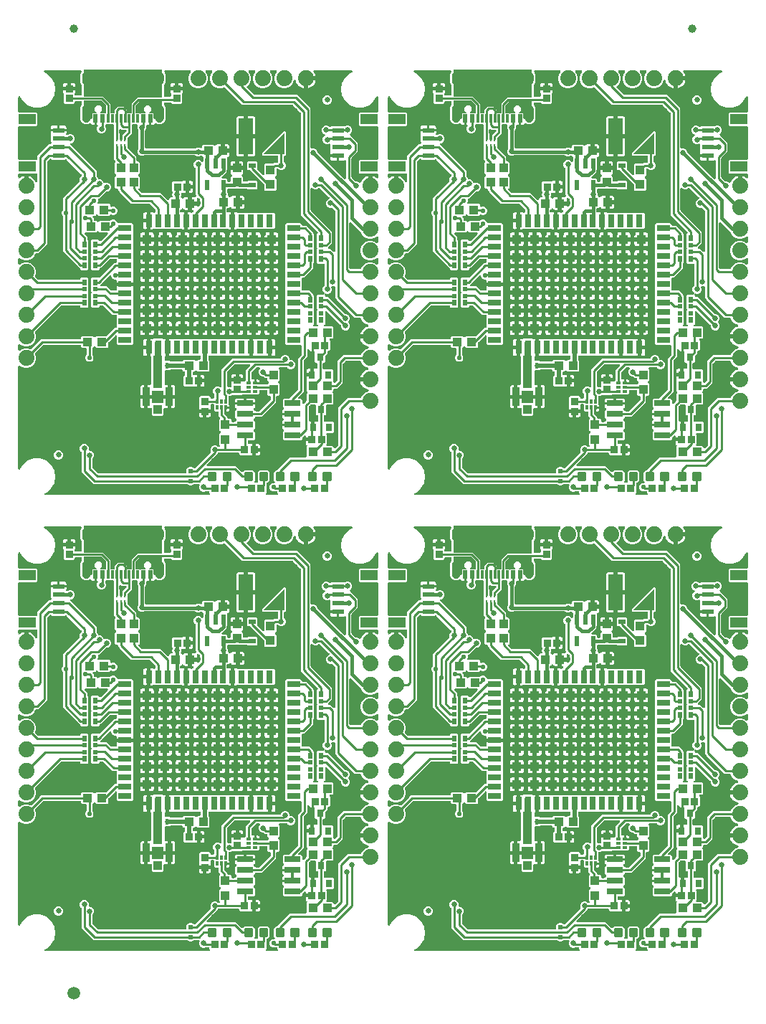
<source format=gtl>
G04 EAGLE Gerber RS-274X export*
G75*
%MOMM*%
%FSLAX34Y34*%
%LPD*%
%INTop Copper*%
%IPPOS*%
%AMOC8*
5,1,8,0,0,1.08239X$1,22.5*%
G01*
%ADD10R,2.000000X1.200000*%
%ADD11R,1.350000X0.600000*%
%ADD12R,1.100000X1.000000*%
%ADD13R,0.850000X2.200000*%
%ADD14R,1.000000X1.050000*%
%ADD15C,1.879600*%
%ADD16R,0.830000X0.630000*%
%ADD17R,1.000000X1.100000*%
%ADD18C,0.635000*%
%ADD19C,0.300000*%
%ADD20R,0.850000X0.900000*%
%ADD21R,1.700000X4.200000*%
%ADD22R,1.000000X1.000000*%
%ADD23R,0.300000X1.000000*%
%ADD24R,0.600000X1.000000*%
%ADD25C,0.654000*%
%ADD26R,0.550000X1.200000*%
%ADD27R,0.900000X0.850000*%
%ADD28R,0.250000X0.610000*%
%ADD29R,0.250000X0.560000*%
%ADD30R,0.800000X1.500000*%
%ADD31R,1.500000X0.800000*%
%ADD32R,1.100000X1.100000*%
%ADD33R,0.400000X0.700000*%
%ADD34R,0.800000X0.900000*%
%ADD35R,1.900000X0.640000*%
%ADD36R,0.300000X0.520000*%
%ADD37R,0.520000X0.300000*%
%ADD38R,0.550000X0.800000*%
%ADD39R,0.550000X0.500000*%
%ADD40C,1.000000*%
%ADD41C,1.500000*%
%ADD42C,0.558800*%
%ADD43C,0.381000*%
%ADD44C,0.254000*%
%ADD45C,0.604000*%
%ADD46C,1.000000*%
%ADD47C,0.508000*%

G36*
X665956Y3320D02*
X665956Y3320D01*
X666095Y3333D01*
X666114Y3340D01*
X666134Y3343D01*
X666263Y3394D01*
X666394Y3441D01*
X666411Y3452D01*
X666430Y3460D01*
X666542Y3541D01*
X666657Y3619D01*
X666670Y3635D01*
X666687Y3646D01*
X666776Y3754D01*
X666868Y3858D01*
X666877Y3876D01*
X666890Y3891D01*
X666949Y4017D01*
X667012Y4141D01*
X667017Y4161D01*
X667025Y4179D01*
X667051Y4315D01*
X667082Y4451D01*
X667081Y4472D01*
X667085Y4491D01*
X667076Y4630D01*
X667072Y4769D01*
X667067Y4789D01*
X667065Y4809D01*
X667023Y4941D01*
X666984Y5075D01*
X666973Y5092D01*
X666967Y5111D01*
X666893Y5229D01*
X666822Y5349D01*
X666804Y5370D01*
X666797Y5380D01*
X666782Y5394D01*
X666716Y5469D01*
X666097Y6088D01*
X666097Y6858D01*
X666082Y6976D01*
X666075Y7095D01*
X666062Y7133D01*
X666057Y7174D01*
X666014Y7284D01*
X665977Y7397D01*
X665955Y7432D01*
X665940Y7469D01*
X665871Y7565D01*
X665807Y7666D01*
X665777Y7694D01*
X665754Y7727D01*
X665662Y7803D01*
X665575Y7884D01*
X665540Y7904D01*
X665509Y7929D01*
X665401Y7980D01*
X665297Y8038D01*
X665257Y8048D01*
X665221Y8065D01*
X665104Y8087D01*
X664989Y8117D01*
X664929Y8121D01*
X664909Y8125D01*
X664888Y8123D01*
X664828Y8127D01*
X661951Y8127D01*
X661942Y8126D01*
X661933Y8127D01*
X661784Y8106D01*
X661636Y8087D01*
X661627Y8084D01*
X661618Y8083D01*
X661466Y8031D01*
X660166Y7492D01*
X658094Y7492D01*
X656180Y8285D01*
X654715Y9750D01*
X653922Y11664D01*
X653922Y13736D01*
X654344Y14754D01*
X654357Y14802D01*
X654378Y14847D01*
X654399Y14955D01*
X654428Y15061D01*
X654429Y15111D01*
X654438Y15160D01*
X654431Y15269D01*
X654433Y15379D01*
X654422Y15427D01*
X654418Y15477D01*
X654385Y15581D01*
X654359Y15688D01*
X654336Y15732D01*
X654320Y15779D01*
X654262Y15872D01*
X654210Y15969D01*
X654177Y16006D01*
X654150Y16048D01*
X654070Y16123D01*
X653996Y16205D01*
X653955Y16232D01*
X653919Y16266D01*
X653822Y16319D01*
X653731Y16379D01*
X653684Y16396D01*
X653640Y16420D01*
X653534Y16447D01*
X653430Y16483D01*
X653380Y16487D01*
X653332Y16499D01*
X653171Y16509D01*
X648259Y16509D01*
X648160Y16497D01*
X648061Y16494D01*
X648003Y16477D01*
X647943Y16469D01*
X647851Y16433D01*
X647756Y16405D01*
X647704Y16375D01*
X647647Y16352D01*
X647567Y16294D01*
X647482Y16244D01*
X647407Y16178D01*
X647390Y16166D01*
X647382Y16156D01*
X647361Y16138D01*
X646752Y15528D01*
X644895Y14759D01*
X642885Y14759D01*
X641028Y15528D01*
X640419Y16138D01*
X640341Y16198D01*
X640268Y16266D01*
X640215Y16295D01*
X640168Y16332D01*
X640077Y16372D01*
X639990Y16420D01*
X639931Y16435D01*
X639876Y16459D01*
X639778Y16474D01*
X639682Y16499D01*
X639582Y16505D01*
X639562Y16509D01*
X639549Y16507D01*
X639521Y16509D01*
X528730Y16509D01*
X514857Y30382D01*
X514857Y53832D01*
X514845Y53930D01*
X514842Y54029D01*
X514825Y54088D01*
X514817Y54148D01*
X514781Y54240D01*
X514753Y54335D01*
X514723Y54387D01*
X514700Y54443D01*
X514642Y54523D01*
X514592Y54609D01*
X514526Y54684D01*
X514514Y54701D01*
X514504Y54708D01*
X514486Y54730D01*
X513745Y55470D01*
X512952Y57384D01*
X512952Y59456D01*
X513745Y61370D01*
X515210Y62835D01*
X517124Y63628D01*
X519196Y63628D01*
X521110Y62835D01*
X522575Y61370D01*
X523368Y59456D01*
X523368Y57325D01*
X523364Y57308D01*
X523335Y57202D01*
X523335Y57152D01*
X523325Y57103D01*
X523332Y56994D01*
X523330Y56884D01*
X523342Y56836D01*
X523345Y56786D01*
X523379Y56682D01*
X523404Y56575D01*
X523428Y56531D01*
X523443Y56484D01*
X523502Y56391D01*
X523553Y56294D01*
X523587Y56257D01*
X523613Y56215D01*
X523693Y56140D01*
X523767Y56058D01*
X523809Y56031D01*
X523845Y55997D01*
X523941Y55944D01*
X524033Y55884D01*
X524080Y55867D01*
X524123Y55843D01*
X524230Y55816D01*
X524333Y55780D01*
X524383Y55776D01*
X524431Y55764D01*
X524592Y55754D01*
X525292Y55754D01*
X527206Y54961D01*
X528671Y53496D01*
X529464Y51582D01*
X529464Y49510D01*
X528671Y47596D01*
X527930Y46856D01*
X527870Y46777D01*
X527802Y46705D01*
X527773Y46652D01*
X527736Y46604D01*
X527696Y46513D01*
X527648Y46427D01*
X527633Y46368D01*
X527609Y46313D01*
X527594Y46215D01*
X527569Y46119D01*
X527563Y46019D01*
X527559Y45998D01*
X527561Y45986D01*
X527559Y45958D01*
X527559Y36438D01*
X527571Y36340D01*
X527574Y36241D01*
X527591Y36182D01*
X527599Y36122D01*
X527635Y36030D01*
X527663Y35935D01*
X527693Y35883D01*
X527716Y35827D01*
X527774Y35746D01*
X527824Y35661D01*
X527890Y35586D01*
X527902Y35569D01*
X527912Y35561D01*
X527930Y35540D01*
X534396Y29074D01*
X534475Y29014D01*
X534547Y28946D01*
X534600Y28917D01*
X534648Y28880D01*
X534739Y28840D01*
X534825Y28792D01*
X534884Y28777D01*
X534939Y28753D01*
X535037Y28738D01*
X535133Y28713D01*
X535233Y28707D01*
X535254Y28703D01*
X535266Y28705D01*
X535294Y28703D01*
X637889Y28703D01*
X637938Y28709D01*
X637988Y28707D01*
X638095Y28729D01*
X638204Y28743D01*
X638251Y28761D01*
X638299Y28771D01*
X638398Y28819D01*
X638500Y28860D01*
X638540Y28889D01*
X638585Y28911D01*
X638669Y28982D01*
X638757Y29046D01*
X638789Y29085D01*
X638827Y29117D01*
X638890Y29207D01*
X638960Y29291D01*
X638981Y29336D01*
X639010Y29377D01*
X639049Y29480D01*
X639096Y29579D01*
X639105Y29628D01*
X639123Y29674D01*
X639135Y29784D01*
X639156Y29891D01*
X639152Y29941D01*
X639158Y29990D01*
X639143Y30099D01*
X639136Y30209D01*
X639120Y30256D01*
X639114Y30305D01*
X639061Y30458D01*
X638837Y30999D01*
X638837Y33009D01*
X639606Y34866D01*
X641028Y36288D01*
X642885Y37057D01*
X644895Y37057D01*
X646752Y36288D01*
X647361Y35678D01*
X647439Y35618D01*
X647512Y35550D01*
X647565Y35521D01*
X647612Y35484D01*
X647703Y35444D01*
X647790Y35396D01*
X647849Y35381D01*
X647904Y35357D01*
X648002Y35342D01*
X648098Y35317D01*
X648198Y35311D01*
X648218Y35307D01*
X648231Y35309D01*
X648259Y35307D01*
X648854Y35307D01*
X648952Y35319D01*
X649051Y35322D01*
X649110Y35339D01*
X649170Y35347D01*
X649262Y35383D01*
X649357Y35411D01*
X649409Y35441D01*
X649465Y35464D01*
X649545Y35522D01*
X649631Y35572D01*
X649706Y35638D01*
X649723Y35650D01*
X649731Y35660D01*
X649752Y35678D01*
X667568Y53494D01*
X667586Y53518D01*
X667608Y53537D01*
X667683Y53643D01*
X667762Y53746D01*
X667774Y53773D01*
X667791Y53797D01*
X667837Y53918D01*
X667889Y54037D01*
X667893Y54067D01*
X667904Y54094D01*
X667918Y54223D01*
X667939Y54351D01*
X667936Y54381D01*
X667939Y54410D01*
X667921Y54539D01*
X667909Y54668D01*
X667899Y54696D01*
X667895Y54725D01*
X667843Y54877D01*
X667384Y55984D01*
X667384Y58056D01*
X668177Y59970D01*
X669642Y61435D01*
X671556Y62228D01*
X673628Y62228D01*
X675542Y61435D01*
X676282Y60694D01*
X676361Y60634D01*
X676433Y60566D01*
X676486Y60537D01*
X676534Y60500D01*
X676625Y60460D01*
X676711Y60412D01*
X676770Y60397D01*
X676825Y60373D01*
X676923Y60358D01*
X677019Y60333D01*
X677119Y60327D01*
X677140Y60323D01*
X677152Y60325D01*
X677180Y60323D01*
X677294Y60323D01*
X677432Y60340D01*
X677571Y60353D01*
X677590Y60360D01*
X677610Y60363D01*
X677739Y60414D01*
X677870Y60461D01*
X677887Y60472D01*
X677906Y60480D01*
X678018Y60561D01*
X678133Y60639D01*
X678146Y60655D01*
X678163Y60666D01*
X678252Y60774D01*
X678344Y60878D01*
X678353Y60896D01*
X678366Y60911D01*
X678425Y61037D01*
X678488Y61161D01*
X678493Y61181D01*
X678501Y61199D01*
X678527Y61335D01*
X678558Y61471D01*
X678557Y61492D01*
X678561Y61511D01*
X678552Y61650D01*
X678548Y61789D01*
X678543Y61809D01*
X678541Y61829D01*
X678499Y61961D01*
X678460Y62095D01*
X678449Y62112D01*
X678443Y62131D01*
X678369Y62249D01*
X678298Y62369D01*
X678280Y62390D01*
X678273Y62400D01*
X678258Y62414D01*
X678192Y62489D01*
X677701Y62980D01*
X677701Y75664D01*
X678962Y76925D01*
X679035Y77019D01*
X679114Y77108D01*
X679132Y77144D01*
X679157Y77176D01*
X679204Y77285D01*
X679258Y77391D01*
X679267Y77430D01*
X679283Y77468D01*
X679302Y77585D01*
X679328Y77701D01*
X679327Y77742D01*
X679333Y77782D01*
X679322Y77900D01*
X679318Y78019D01*
X679307Y78058D01*
X679303Y78098D01*
X679263Y78210D01*
X679230Y78325D01*
X679209Y78360D01*
X679196Y78398D01*
X679129Y78496D01*
X679068Y78599D01*
X679028Y78644D01*
X679017Y78661D01*
X679002Y78674D01*
X678962Y78720D01*
X677701Y79980D01*
X677701Y92664D01*
X678541Y93503D01*
X678614Y93597D01*
X678693Y93687D01*
X678711Y93723D01*
X678736Y93755D01*
X678783Y93864D01*
X678837Y93970D01*
X678846Y94009D01*
X678862Y94047D01*
X678881Y94164D01*
X678907Y94280D01*
X678906Y94321D01*
X678912Y94361D01*
X678901Y94479D01*
X678897Y94598D01*
X678886Y94637D01*
X678882Y94677D01*
X678842Y94789D01*
X678809Y94904D01*
X678788Y94938D01*
X678774Y94977D01*
X678708Y95075D01*
X678647Y95178D01*
X678607Y95223D01*
X678596Y95240D01*
X678581Y95253D01*
X678541Y95298D01*
X676807Y97032D01*
X676807Y100778D01*
X676792Y100896D01*
X676785Y101015D01*
X676772Y101053D01*
X676767Y101094D01*
X676724Y101204D01*
X676687Y101317D01*
X676665Y101352D01*
X676650Y101389D01*
X676581Y101485D01*
X676517Y101586D01*
X676487Y101614D01*
X676464Y101647D01*
X676372Y101723D01*
X676285Y101804D01*
X676250Y101824D01*
X676219Y101849D01*
X676111Y101900D01*
X676007Y101958D01*
X675967Y101968D01*
X675931Y101985D01*
X675814Y102007D01*
X675699Y102037D01*
X675639Y102041D01*
X675619Y102045D01*
X675598Y102043D01*
X675538Y102047D01*
X672768Y102047D01*
X671577Y103238D01*
X671577Y109608D01*
X671562Y109726D01*
X671555Y109845D01*
X671542Y109883D01*
X671537Y109924D01*
X671494Y110034D01*
X671457Y110147D01*
X671435Y110182D01*
X671420Y110219D01*
X671351Y110315D01*
X671287Y110416D01*
X671257Y110444D01*
X671234Y110477D01*
X671142Y110553D01*
X671055Y110634D01*
X671020Y110654D01*
X670989Y110679D01*
X670881Y110730D01*
X670777Y110788D01*
X670737Y110798D01*
X670701Y110815D01*
X670584Y110837D01*
X670469Y110867D01*
X670409Y110871D01*
X670389Y110875D01*
X670368Y110873D01*
X670308Y110877D01*
X668454Y110877D01*
X668336Y110862D01*
X668217Y110855D01*
X668179Y110842D01*
X668138Y110837D01*
X668028Y110794D01*
X667915Y110757D01*
X667880Y110735D01*
X667843Y110720D01*
X667747Y110651D01*
X667646Y110587D01*
X667618Y110557D01*
X667585Y110534D01*
X667509Y110442D01*
X667428Y110355D01*
X667408Y110320D01*
X667383Y110289D01*
X667332Y110181D01*
X667274Y110077D01*
X667264Y110037D01*
X667247Y110001D01*
X667225Y109884D01*
X667195Y109769D01*
X667191Y109709D01*
X667187Y109689D01*
X667189Y109668D01*
X667185Y109608D01*
X667185Y108399D01*
X667196Y108307D01*
X667198Y108215D01*
X667216Y108150D01*
X667225Y108083D01*
X667259Y107997D01*
X667283Y107908D01*
X667335Y107803D01*
X667342Y107788D01*
X667347Y107781D01*
X667355Y107764D01*
X667520Y107479D01*
X667693Y106832D01*
X667693Y104372D01*
X661507Y104372D01*
X661389Y104357D01*
X661270Y104350D01*
X661232Y104337D01*
X661192Y104332D01*
X661081Y104289D01*
X660968Y104252D01*
X660934Y104230D01*
X660896Y104215D01*
X660800Y104146D01*
X660699Y104082D01*
X660671Y104052D01*
X660647Y104034D01*
X660631Y104048D01*
X660544Y104129D01*
X660509Y104149D01*
X660477Y104174D01*
X660370Y104225D01*
X660265Y104283D01*
X660226Y104293D01*
X660190Y104310D01*
X660073Y104332D01*
X659957Y104362D01*
X659897Y104366D01*
X659877Y104370D01*
X659857Y104368D01*
X659797Y104372D01*
X653611Y104372D01*
X653611Y106832D01*
X653784Y107479D01*
X653949Y107764D01*
X653985Y107849D01*
X654030Y107930D01*
X654046Y107995D01*
X654072Y108057D01*
X654086Y108149D01*
X654109Y108238D01*
X654116Y108355D01*
X654119Y108372D01*
X654118Y108380D01*
X654119Y108399D01*
X654119Y118940D01*
X655310Y120131D01*
X665994Y120131D01*
X667185Y118940D01*
X667185Y118752D01*
X667200Y118634D01*
X667207Y118515D01*
X667220Y118477D01*
X667225Y118436D01*
X667268Y118326D01*
X667305Y118213D01*
X667327Y118178D01*
X667342Y118141D01*
X667411Y118045D01*
X667475Y117944D01*
X667505Y117916D01*
X667528Y117883D01*
X667620Y117807D01*
X667707Y117726D01*
X667742Y117706D01*
X667773Y117681D01*
X667881Y117630D01*
X667985Y117572D01*
X668025Y117562D01*
X668061Y117545D01*
X668178Y117523D01*
X668293Y117493D01*
X668353Y117489D01*
X668373Y117485D01*
X668394Y117487D01*
X668454Y117483D01*
X670538Y117483D01*
X670656Y117498D01*
X670775Y117505D01*
X670813Y117518D01*
X670854Y117523D01*
X670964Y117566D01*
X671077Y117603D01*
X671112Y117625D01*
X671149Y117640D01*
X671245Y117709D01*
X671346Y117773D01*
X671374Y117803D01*
X671407Y117826D01*
X671483Y117918D01*
X671564Y118005D01*
X671584Y118040D01*
X671609Y118071D01*
X671660Y118179D01*
X671718Y118283D01*
X671728Y118323D01*
X671745Y118359D01*
X671767Y118476D01*
X671797Y118591D01*
X671801Y118651D01*
X671805Y118671D01*
X671803Y118692D01*
X671807Y118752D01*
X671807Y122180D01*
X671795Y122278D01*
X671792Y122377D01*
X671775Y122436D01*
X671767Y122496D01*
X671731Y122588D01*
X671703Y122683D01*
X671673Y122735D01*
X671650Y122791D01*
X671592Y122871D01*
X671542Y122957D01*
X671476Y123032D01*
X671464Y123049D01*
X671454Y123056D01*
X671436Y123078D01*
X671225Y123288D01*
X670432Y125202D01*
X670432Y127274D01*
X671225Y129188D01*
X672690Y130653D01*
X674604Y131446D01*
X676676Y131446D01*
X678710Y130603D01*
X678758Y130590D01*
X678803Y130569D01*
X678911Y130548D01*
X679017Y130519D01*
X679067Y130518D01*
X679116Y130509D01*
X679225Y130516D01*
X679335Y130514D01*
X679383Y130526D01*
X679433Y130529D01*
X679537Y130563D01*
X679644Y130588D01*
X679688Y130611D01*
X679735Y130627D01*
X679828Y130686D01*
X679925Y130737D01*
X679962Y130770D01*
X680004Y130797D01*
X680079Y130877D01*
X680161Y130951D01*
X680188Y130992D01*
X680222Y131029D01*
X680275Y131125D01*
X680335Y131217D01*
X680352Y131264D01*
X680376Y131307D01*
X680403Y131413D01*
X680439Y131517D01*
X680443Y131567D01*
X680455Y131615D01*
X680465Y131776D01*
X680465Y151736D01*
X691016Y162286D01*
X693322Y164593D01*
X749481Y164593D01*
X749510Y164596D01*
X749540Y164594D01*
X749668Y164616D01*
X749797Y164633D01*
X749824Y164643D01*
X749853Y164648D01*
X749972Y164702D01*
X750092Y164750D01*
X750116Y164767D01*
X750143Y164779D01*
X750244Y164860D01*
X750350Y164936D01*
X750368Y164959D01*
X750392Y164978D01*
X750470Y165081D01*
X750552Y165181D01*
X750565Y165208D01*
X750583Y165232D01*
X750654Y165376D01*
X751235Y166780D01*
X752700Y168245D01*
X754614Y169038D01*
X756686Y169038D01*
X758600Y168245D01*
X760065Y166780D01*
X760858Y164866D01*
X760858Y163957D01*
X760873Y163839D01*
X760880Y163720D01*
X760893Y163682D01*
X760898Y163641D01*
X760941Y163531D01*
X760978Y163418D01*
X761000Y163383D01*
X761015Y163346D01*
X761084Y163250D01*
X761148Y163149D01*
X761178Y163121D01*
X761201Y163088D01*
X761293Y163012D01*
X761380Y162931D01*
X761415Y162911D01*
X761446Y162886D01*
X761554Y162835D01*
X761658Y162777D01*
X761698Y162767D01*
X761734Y162750D01*
X761851Y162728D01*
X761966Y162698D01*
X762026Y162694D01*
X762046Y162690D01*
X762067Y162692D01*
X762127Y162688D01*
X763036Y162688D01*
X764950Y161895D01*
X766415Y160430D01*
X767208Y158516D01*
X767208Y156444D01*
X766415Y154530D01*
X764950Y153065D01*
X763036Y152272D01*
X760964Y152272D01*
X759050Y153065D01*
X758310Y153806D01*
X758231Y153866D01*
X758159Y153934D01*
X758106Y153963D01*
X758058Y154000D01*
X757967Y154040D01*
X757881Y154088D01*
X757822Y154103D01*
X757767Y154127D01*
X757669Y154142D01*
X757573Y154167D01*
X757473Y154173D01*
X757452Y154177D01*
X757440Y154175D01*
X757412Y154177D01*
X749200Y154177D01*
X749062Y154160D01*
X748923Y154147D01*
X748904Y154140D01*
X748884Y154137D01*
X748755Y154086D01*
X748624Y154039D01*
X748607Y154028D01*
X748588Y154020D01*
X748476Y153939D01*
X748361Y153861D01*
X748348Y153845D01*
X748331Y153834D01*
X748242Y153726D01*
X748150Y153622D01*
X748141Y153604D01*
X748128Y153589D01*
X748069Y153463D01*
X748006Y153339D01*
X748001Y153319D01*
X747993Y153301D01*
X747967Y153164D01*
X747936Y153029D01*
X747937Y153008D01*
X747933Y152989D01*
X747942Y152850D01*
X747946Y152711D01*
X747951Y152691D01*
X747953Y152671D01*
X747995Y152539D01*
X748034Y152405D01*
X748045Y152388D01*
X748051Y152369D01*
X748125Y152251D01*
X748196Y152131D01*
X748214Y152110D01*
X748221Y152100D01*
X748236Y152086D01*
X748302Y152011D01*
X748663Y151650D01*
X748663Y138966D01*
X747402Y137705D01*
X747329Y137611D01*
X747250Y137522D01*
X747232Y137486D01*
X747207Y137454D01*
X747160Y137345D01*
X747106Y137239D01*
X747097Y137200D01*
X747081Y137162D01*
X747062Y137045D01*
X747036Y136929D01*
X747037Y136888D01*
X747031Y136848D01*
X747042Y136730D01*
X747046Y136611D01*
X747057Y136572D01*
X747061Y136532D01*
X747101Y136420D01*
X747134Y136305D01*
X747155Y136270D01*
X747168Y136232D01*
X747235Y136134D01*
X747296Y136031D01*
X747336Y135986D01*
X747347Y135969D01*
X747362Y135956D01*
X747402Y135910D01*
X748663Y134650D01*
X748663Y121966D01*
X747472Y120775D01*
X746202Y120775D01*
X746084Y120760D01*
X745965Y120753D01*
X745927Y120740D01*
X745886Y120735D01*
X745776Y120692D01*
X745663Y120655D01*
X745628Y120633D01*
X745591Y120618D01*
X745495Y120549D01*
X745394Y120485D01*
X745366Y120455D01*
X745333Y120432D01*
X745257Y120340D01*
X745176Y120253D01*
X745156Y120218D01*
X745131Y120187D01*
X745080Y120079D01*
X745022Y119975D01*
X745012Y119935D01*
X744995Y119899D01*
X744973Y119782D01*
X744943Y119667D01*
X744939Y119607D01*
X744935Y119587D01*
X744937Y119566D01*
X744933Y119506D01*
X744933Y112882D01*
X727768Y95717D01*
X720978Y95717D01*
X720880Y95705D01*
X720781Y95702D01*
X720722Y95685D01*
X720662Y95677D01*
X720570Y95641D01*
X720475Y95613D01*
X720423Y95583D01*
X720367Y95560D01*
X720286Y95502D01*
X720201Y95452D01*
X720126Y95386D01*
X720109Y95374D01*
X720101Y95364D01*
X720080Y95346D01*
X718302Y93568D01*
X718229Y93473D01*
X718150Y93384D01*
X718132Y93348D01*
X718107Y93316D01*
X718060Y93207D01*
X718006Y93101D01*
X717997Y93062D01*
X717981Y93024D01*
X717962Y92907D01*
X717936Y92791D01*
X717937Y92750D01*
X717931Y92710D01*
X717942Y92592D01*
X717946Y92473D01*
X717957Y92434D01*
X717961Y92394D01*
X718001Y92281D01*
X718034Y92167D01*
X718055Y92133D01*
X718068Y92094D01*
X718135Y91996D01*
X718196Y91893D01*
X718236Y91848D01*
X718247Y91831D01*
X718262Y91818D01*
X718302Y91773D01*
X719713Y90362D01*
X719713Y82278D01*
X718302Y80868D01*
X718229Y80773D01*
X718150Y80684D01*
X718132Y80648D01*
X718107Y80616D01*
X718060Y80507D01*
X718006Y80401D01*
X717997Y80362D01*
X717981Y80324D01*
X717962Y80207D01*
X717936Y80091D01*
X717937Y80050D01*
X717931Y80010D01*
X717942Y79892D01*
X717946Y79773D01*
X717957Y79734D01*
X717961Y79694D01*
X718001Y79581D01*
X718034Y79467D01*
X718055Y79433D01*
X718068Y79394D01*
X718135Y79296D01*
X718196Y79193D01*
X718236Y79148D01*
X718247Y79131D01*
X718262Y79118D01*
X718302Y79073D01*
X719713Y77662D01*
X719713Y69578D01*
X718522Y68387D01*
X712752Y68387D01*
X712634Y68372D01*
X712515Y68365D01*
X712477Y68352D01*
X712436Y68347D01*
X712326Y68304D01*
X712213Y68267D01*
X712178Y68245D01*
X712141Y68230D01*
X712045Y68161D01*
X711944Y68097D01*
X711916Y68067D01*
X711883Y68044D01*
X711807Y67952D01*
X711726Y67865D01*
X711706Y67830D01*
X711681Y67799D01*
X711630Y67691D01*
X711572Y67587D01*
X711562Y67547D01*
X711545Y67511D01*
X711523Y67394D01*
X711493Y67279D01*
X711489Y67219D01*
X711485Y67199D01*
X711487Y67178D01*
X711483Y67118D01*
X711483Y64835D01*
X711499Y64704D01*
X711510Y64572D01*
X711519Y64546D01*
X711523Y64520D01*
X711571Y64396D01*
X711615Y64271D01*
X711630Y64249D01*
X711640Y64224D01*
X711717Y64117D01*
X711791Y64006D01*
X711811Y63988D01*
X711826Y63967D01*
X711929Y63882D01*
X712027Y63793D01*
X712051Y63781D01*
X712071Y63764D01*
X712191Y63707D01*
X712309Y63646D01*
X712335Y63640D01*
X712359Y63628D01*
X712489Y63603D01*
X712618Y63573D01*
X712645Y63573D01*
X712671Y63568D01*
X712803Y63577D01*
X712936Y63579D01*
X712962Y63586D01*
X712989Y63588D01*
X713115Y63629D01*
X713242Y63664D01*
X713277Y63681D01*
X713291Y63686D01*
X713310Y63698D01*
X713387Y63736D01*
X713649Y63888D01*
X714296Y64061D01*
X716756Y64061D01*
X716756Y57875D01*
X716771Y57757D01*
X716778Y57638D01*
X716790Y57600D01*
X716796Y57560D01*
X716839Y57449D01*
X716876Y57336D01*
X716898Y57302D01*
X716913Y57264D01*
X716982Y57168D01*
X717046Y57067D01*
X717076Y57039D01*
X717094Y57015D01*
X717080Y56999D01*
X716999Y56912D01*
X716979Y56877D01*
X716954Y56845D01*
X716903Y56738D01*
X716845Y56633D01*
X716835Y56594D01*
X716818Y56558D01*
X716796Y56441D01*
X716766Y56325D01*
X716762Y56265D01*
X716758Y56245D01*
X716760Y56225D01*
X716756Y56165D01*
X716756Y49979D01*
X714296Y49979D01*
X713649Y50152D01*
X713364Y50317D01*
X713279Y50353D01*
X713198Y50398D01*
X713133Y50414D01*
X713071Y50440D01*
X712979Y50454D01*
X712890Y50477D01*
X712773Y50484D01*
X712756Y50487D01*
X712748Y50486D01*
X712729Y50487D01*
X702188Y50487D01*
X700997Y51678D01*
X700997Y52448D01*
X700982Y52566D01*
X700975Y52685D01*
X700962Y52723D01*
X700957Y52764D01*
X700914Y52874D01*
X700877Y52987D01*
X700855Y53022D01*
X700840Y53059D01*
X700771Y53155D01*
X700707Y53256D01*
X700677Y53284D01*
X700654Y53317D01*
X700562Y53393D01*
X700475Y53474D01*
X700440Y53494D01*
X700409Y53519D01*
X700301Y53570D01*
X700197Y53628D01*
X700157Y53638D01*
X700121Y53655D01*
X700004Y53677D01*
X699889Y53707D01*
X699829Y53711D01*
X699809Y53715D01*
X699788Y53713D01*
X699728Y53717D01*
X677180Y53717D01*
X677082Y53705D01*
X676983Y53702D01*
X676924Y53685D01*
X676864Y53677D01*
X676772Y53641D01*
X676677Y53613D01*
X676625Y53583D01*
X676569Y53560D01*
X676489Y53502D01*
X676403Y53452D01*
X676328Y53386D01*
X676311Y53374D01*
X676304Y53364D01*
X676282Y53346D01*
X676106Y53170D01*
X676046Y53091D01*
X675978Y53019D01*
X675949Y52966D01*
X675912Y52918D01*
X675872Y52827D01*
X675824Y52741D01*
X675809Y52682D01*
X675785Y52627D01*
X675770Y52529D01*
X675745Y52433D01*
X675739Y52333D01*
X675737Y52322D01*
X673428Y50014D01*
X663174Y39759D01*
X663089Y39650D01*
X663000Y39543D01*
X662992Y39524D01*
X662979Y39508D01*
X662924Y39380D01*
X662865Y39255D01*
X662861Y39235D01*
X662853Y39216D01*
X662831Y39078D01*
X662805Y38942D01*
X662806Y38922D01*
X662803Y38902D01*
X662816Y38763D01*
X662825Y38625D01*
X662831Y38606D01*
X662833Y38586D01*
X662880Y38454D01*
X662923Y38323D01*
X662934Y38305D01*
X662941Y38286D01*
X663019Y38171D01*
X663093Y38054D01*
X663108Y38040D01*
X663119Y38023D01*
X663223Y37931D01*
X663325Y37836D01*
X663342Y37826D01*
X663358Y37813D01*
X663482Y37749D01*
X663603Y37682D01*
X663623Y37677D01*
X663641Y37668D01*
X663777Y37638D01*
X663911Y37603D01*
X663939Y37601D01*
X663951Y37598D01*
X663972Y37599D01*
X664072Y37593D01*
X697328Y37593D01*
X704160Y30761D01*
X704254Y30688D01*
X704343Y30609D01*
X704379Y30591D01*
X704411Y30566D01*
X704521Y30519D01*
X704626Y30465D01*
X704666Y30456D01*
X704703Y30440D01*
X704821Y30421D01*
X704937Y30395D01*
X704977Y30396D01*
X705017Y30390D01*
X705136Y30401D01*
X705255Y30405D01*
X705293Y30416D01*
X705334Y30420D01*
X705446Y30460D01*
X705560Y30493D01*
X705595Y30513D01*
X705633Y30527D01*
X705732Y30594D01*
X705834Y30655D01*
X705879Y30694D01*
X705896Y30706D01*
X705910Y30721D01*
X705955Y30761D01*
X707627Y32433D01*
X717553Y32433D01*
X719623Y30363D01*
X719623Y20437D01*
X719316Y20130D01*
X719230Y20020D01*
X719142Y19913D01*
X719133Y19894D01*
X719121Y19878D01*
X719065Y19750D01*
X719006Y19625D01*
X719002Y19605D01*
X718994Y19586D01*
X718972Y19448D01*
X718946Y19312D01*
X718948Y19292D01*
X718944Y19272D01*
X718957Y19133D01*
X718966Y18995D01*
X718972Y18976D01*
X718974Y18956D01*
X719021Y18825D01*
X719064Y18693D01*
X719075Y18675D01*
X719082Y18656D01*
X719160Y18542D01*
X719234Y18424D01*
X719249Y18410D01*
X719260Y18393D01*
X719364Y18301D01*
X719466Y18206D01*
X719484Y18196D01*
X719499Y18183D01*
X719622Y18120D01*
X719744Y18052D01*
X719764Y18047D01*
X719782Y18038D01*
X719918Y18008D01*
X720052Y17973D01*
X720080Y17971D01*
X720092Y17968D01*
X720113Y17969D01*
X720213Y17963D01*
X720707Y17963D01*
X720714Y17957D01*
X720823Y17910D01*
X720929Y17856D01*
X720968Y17847D01*
X721006Y17831D01*
X721123Y17812D01*
X721239Y17786D01*
X721280Y17787D01*
X721320Y17781D01*
X721438Y17792D01*
X721557Y17796D01*
X721596Y17807D01*
X721636Y17811D01*
X721748Y17851D01*
X721863Y17884D01*
X721898Y17905D01*
X721936Y17918D01*
X722001Y17963D01*
X722507Y17963D01*
X722645Y17980D01*
X722783Y17993D01*
X722802Y18000D01*
X722823Y18003D01*
X722952Y18054D01*
X723083Y18101D01*
X723099Y18112D01*
X723118Y18120D01*
X723231Y18201D01*
X723346Y18279D01*
X723359Y18295D01*
X723376Y18306D01*
X723464Y18414D01*
X723556Y18518D01*
X723565Y18536D01*
X723578Y18551D01*
X723638Y18677D01*
X723701Y18801D01*
X723705Y18821D01*
X723714Y18839D01*
X723740Y18976D01*
X723771Y19111D01*
X723770Y19132D01*
X723774Y19151D01*
X723765Y19290D01*
X723761Y19429D01*
X723755Y19449D01*
X723754Y19469D01*
X723711Y19601D01*
X723672Y19735D01*
X723662Y19752D01*
X723656Y19771D01*
X723582Y19889D01*
X723511Y20009D01*
X723492Y20030D01*
X723486Y20040D01*
X723471Y20054D01*
X723404Y20130D01*
X723097Y20437D01*
X723097Y30363D01*
X725167Y32433D01*
X735093Y32433D01*
X737163Y30363D01*
X737163Y20437D01*
X735093Y18367D01*
X734712Y18367D01*
X734594Y18352D01*
X734475Y18345D01*
X734437Y18332D01*
X734396Y18327D01*
X734286Y18284D01*
X734173Y18247D01*
X734138Y18225D01*
X734101Y18210D01*
X734005Y18141D01*
X733904Y18077D01*
X733876Y18047D01*
X733843Y18024D01*
X733767Y17932D01*
X733686Y17845D01*
X733666Y17810D01*
X733641Y17779D01*
X733590Y17671D01*
X733532Y17567D01*
X733522Y17527D01*
X733505Y17491D01*
X733483Y17374D01*
X733453Y17259D01*
X733449Y17199D01*
X733445Y17179D01*
X733447Y17158D01*
X733443Y17098D01*
X733443Y6088D01*
X732824Y5469D01*
X732739Y5360D01*
X732650Y5253D01*
X732642Y5234D01*
X732629Y5218D01*
X732574Y5091D01*
X732515Y4965D01*
X732511Y4945D01*
X732503Y4926D01*
X732481Y4788D01*
X732455Y4652D01*
X732456Y4632D01*
X732453Y4612D01*
X732466Y4473D01*
X732475Y4335D01*
X732481Y4316D01*
X732483Y4296D01*
X732530Y4164D01*
X732573Y4033D01*
X732584Y4015D01*
X732590Y3996D01*
X732669Y3881D01*
X732743Y3764D01*
X732758Y3750D01*
X732769Y3733D01*
X732873Y3641D01*
X732975Y3546D01*
X732992Y3536D01*
X733007Y3523D01*
X733131Y3460D01*
X733253Y3392D01*
X733273Y3387D01*
X733291Y3378D01*
X733427Y3348D01*
X733561Y3313D01*
X733589Y3311D01*
X733601Y3308D01*
X733621Y3309D01*
X733722Y3303D01*
X745828Y3303D01*
X745966Y3320D01*
X746105Y3333D01*
X746124Y3340D01*
X746144Y3343D01*
X746273Y3394D01*
X746404Y3441D01*
X746421Y3452D01*
X746440Y3460D01*
X746552Y3541D01*
X746667Y3619D01*
X746680Y3635D01*
X746697Y3646D01*
X746786Y3754D01*
X746878Y3858D01*
X746887Y3876D01*
X746900Y3891D01*
X746959Y4017D01*
X747022Y4141D01*
X747027Y4161D01*
X747035Y4179D01*
X747061Y4315D01*
X747092Y4451D01*
X747091Y4472D01*
X747095Y4491D01*
X747086Y4630D01*
X747082Y4769D01*
X747077Y4789D01*
X747075Y4809D01*
X747033Y4941D01*
X746994Y5075D01*
X746983Y5092D01*
X746977Y5111D01*
X746903Y5229D01*
X746832Y5349D01*
X746814Y5370D01*
X746807Y5380D01*
X746792Y5394D01*
X746726Y5469D01*
X746107Y6088D01*
X746107Y6858D01*
X746092Y6976D01*
X746085Y7095D01*
X746072Y7133D01*
X746067Y7174D01*
X746024Y7284D01*
X745987Y7397D01*
X745965Y7432D01*
X745950Y7469D01*
X745881Y7565D01*
X745817Y7666D01*
X745787Y7694D01*
X745764Y7727D01*
X745672Y7803D01*
X745585Y7884D01*
X745550Y7904D01*
X745519Y7929D01*
X745411Y7980D01*
X745307Y8038D01*
X745267Y8048D01*
X745231Y8065D01*
X745114Y8087D01*
X744999Y8117D01*
X744939Y8121D01*
X744919Y8125D01*
X744898Y8123D01*
X744838Y8127D01*
X743506Y8127D01*
X743497Y8126D01*
X743487Y8127D01*
X743339Y8106D01*
X743190Y8087D01*
X743182Y8084D01*
X743172Y8083D01*
X743020Y8031D01*
X742640Y7873D01*
X740720Y7873D01*
X738946Y8608D01*
X737588Y9966D01*
X736853Y11740D01*
X736853Y13660D01*
X737588Y15434D01*
X738946Y16792D01*
X740720Y17527D01*
X742233Y17527D01*
X742371Y17544D01*
X742509Y17557D01*
X742528Y17564D01*
X742549Y17567D01*
X742678Y17618D01*
X742809Y17665D01*
X742826Y17676D01*
X742844Y17684D01*
X742957Y17765D01*
X743072Y17843D01*
X743085Y17859D01*
X743102Y17870D01*
X743190Y17978D01*
X743282Y18082D01*
X743291Y18100D01*
X743304Y18115D01*
X743364Y18241D01*
X743427Y18365D01*
X743431Y18385D01*
X743440Y18403D01*
X743466Y18540D01*
X743497Y18675D01*
X743496Y18696D01*
X743500Y18715D01*
X743491Y18854D01*
X743487Y18993D01*
X743481Y19013D01*
X743480Y19033D01*
X743437Y19165D01*
X743398Y19299D01*
X743388Y19316D01*
X743382Y19335D01*
X743308Y19453D01*
X743237Y19573D01*
X743218Y19594D01*
X743212Y19604D01*
X743197Y19618D01*
X743130Y19693D01*
X742387Y20437D01*
X742387Y30363D01*
X744457Y32433D01*
X744848Y32433D01*
X744966Y32448D01*
X745085Y32455D01*
X745123Y32468D01*
X745164Y32473D01*
X745274Y32516D01*
X745387Y32553D01*
X745422Y32575D01*
X745459Y32590D01*
X745555Y32659D01*
X745656Y32723D01*
X745684Y32753D01*
X745717Y32776D01*
X745793Y32868D01*
X745874Y32955D01*
X745894Y32990D01*
X745919Y33021D01*
X745936Y33057D01*
X760632Y47753D01*
X779394Y47753D01*
X779512Y47768D01*
X779630Y47775D01*
X779669Y47788D01*
X779709Y47793D01*
X779820Y47836D01*
X779933Y47873D01*
X779967Y47895D01*
X780005Y47910D01*
X780101Y47979D01*
X780202Y48043D01*
X780229Y48073D01*
X780262Y48096D01*
X780338Y48188D01*
X780420Y48275D01*
X780439Y48310D01*
X780465Y48341D01*
X780516Y48449D01*
X780573Y48553D01*
X780583Y48593D01*
X780600Y48629D01*
X780623Y48746D01*
X780653Y48861D01*
X780656Y48921D01*
X780660Y48941D01*
X780659Y48962D01*
X780663Y49022D01*
X780663Y60038D01*
X781125Y60500D01*
X781198Y60594D01*
X781277Y60684D01*
X781295Y60720D01*
X781320Y60752D01*
X781367Y60861D01*
X781421Y60967D01*
X781430Y61006D01*
X781446Y61043D01*
X781465Y61161D01*
X781491Y61277D01*
X781490Y61318D01*
X781496Y61358D01*
X781485Y61476D01*
X781481Y61595D01*
X781470Y61634D01*
X781466Y61674D01*
X781426Y61786D01*
X781393Y61901D01*
X781372Y61935D01*
X781359Y61973D01*
X781292Y62072D01*
X781231Y62174D01*
X781192Y62220D01*
X781180Y62237D01*
X781165Y62250D01*
X781125Y62295D01*
X780548Y62872D01*
X780214Y63451D01*
X780041Y64098D01*
X780041Y66808D01*
X785976Y66808D01*
X786095Y66823D01*
X786213Y66830D01*
X786252Y66842D01*
X786292Y66848D01*
X786403Y66891D01*
X786516Y66928D01*
X786550Y66950D01*
X786588Y66965D01*
X786684Y67034D01*
X786784Y67098D01*
X786812Y67128D01*
X786845Y67151D01*
X786921Y67243D01*
X787002Y67330D01*
X787022Y67365D01*
X787048Y67396D01*
X787098Y67504D01*
X787156Y67608D01*
X787166Y67648D01*
X787183Y67684D01*
X787206Y67801D01*
X787235Y67916D01*
X787239Y67976D01*
X787243Y67996D01*
X787242Y68017D01*
X787246Y68077D01*
X787246Y69787D01*
X787231Y69905D01*
X787223Y70024D01*
X787211Y70062D01*
X787206Y70103D01*
X787162Y70213D01*
X787125Y70326D01*
X787104Y70361D01*
X787089Y70398D01*
X787019Y70494D01*
X786955Y70595D01*
X786926Y70623D01*
X786902Y70656D01*
X786810Y70732D01*
X786723Y70813D01*
X786688Y70833D01*
X786657Y70858D01*
X786549Y70909D01*
X786445Y70967D01*
X786406Y70977D01*
X786369Y70994D01*
X786252Y71016D01*
X786137Y71046D01*
X786077Y71050D01*
X786057Y71054D01*
X786036Y71052D01*
X785976Y71056D01*
X780041Y71056D01*
X780041Y72536D01*
X780023Y72673D01*
X780010Y72812D01*
X780003Y72831D01*
X780001Y72851D01*
X779950Y72980D01*
X779903Y73111D01*
X779891Y73128D01*
X779884Y73147D01*
X779802Y73259D01*
X779724Y73375D01*
X779709Y73388D01*
X779697Y73404D01*
X779590Y73493D01*
X779486Y73585D01*
X779468Y73594D01*
X779452Y73607D01*
X779326Y73666D01*
X779202Y73730D01*
X779183Y73734D01*
X779164Y73743D01*
X779028Y73769D01*
X778892Y73799D01*
X778872Y73799D01*
X778852Y73802D01*
X778714Y73794D01*
X778574Y73790D01*
X778555Y73784D01*
X778535Y73783D01*
X778402Y73740D01*
X778269Y73701D01*
X778251Y73691D01*
X778232Y73685D01*
X778115Y73610D01*
X777995Y73540D01*
X777974Y73521D01*
X777963Y73515D01*
X777949Y73500D01*
X777874Y73433D01*
X777064Y72624D01*
X776084Y71644D01*
X776024Y71565D01*
X775956Y71493D01*
X775927Y71440D01*
X775890Y71392D01*
X775850Y71301D01*
X775802Y71215D01*
X775787Y71156D01*
X775763Y71101D01*
X775748Y71003D01*
X775723Y70907D01*
X775717Y70807D01*
X775713Y70786D01*
X775715Y70774D01*
X775713Y70746D01*
X775713Y69578D01*
X774522Y68387D01*
X753838Y68387D01*
X752647Y69578D01*
X752647Y77662D01*
X753822Y78837D01*
X753899Y78936D01*
X753981Y79031D01*
X753996Y79061D01*
X754017Y79088D01*
X754067Y79203D01*
X754123Y79316D01*
X754130Y79349D01*
X754143Y79380D01*
X754163Y79504D01*
X754189Y79627D01*
X754188Y79661D01*
X754193Y79694D01*
X754181Y79819D01*
X754176Y79945D01*
X754166Y79977D01*
X754163Y80011D01*
X754121Y80129D01*
X754085Y80249D01*
X754067Y80278D01*
X754056Y80310D01*
X753985Y80414D01*
X753920Y80521D01*
X753896Y80545D01*
X753877Y80573D01*
X753783Y80656D01*
X753693Y80744D01*
X753652Y80771D01*
X753639Y80783D01*
X753619Y80793D01*
X753559Y80833D01*
X753120Y81087D01*
X752647Y81560D01*
X752312Y82139D01*
X752139Y82786D01*
X752139Y84721D01*
X763850Y84721D01*
X763968Y84736D01*
X764087Y84743D01*
X764125Y84755D01*
X764165Y84761D01*
X764276Y84804D01*
X764389Y84841D01*
X764423Y84863D01*
X764461Y84878D01*
X764557Y84947D01*
X764658Y85011D01*
X764686Y85041D01*
X764718Y85064D01*
X764794Y85156D01*
X764876Y85243D01*
X764895Y85278D01*
X764921Y85309D01*
X764972Y85417D01*
X765012Y85489D01*
X765049Y85501D01*
X765084Y85523D01*
X765121Y85538D01*
X765217Y85608D01*
X765318Y85671D01*
X765346Y85701D01*
X765379Y85725D01*
X765455Y85816D01*
X765536Y85903D01*
X765556Y85938D01*
X765581Y85970D01*
X765632Y86077D01*
X765690Y86182D01*
X765700Y86221D01*
X765717Y86257D01*
X765739Y86374D01*
X765769Y86490D01*
X765773Y86550D01*
X765777Y86570D01*
X765775Y86590D01*
X765779Y86650D01*
X765779Y98690D01*
X765764Y98808D01*
X765757Y98927D01*
X765744Y98965D01*
X765739Y99005D01*
X765696Y99116D01*
X765659Y99229D01*
X765637Y99263D01*
X765622Y99301D01*
X765553Y99397D01*
X765489Y99498D01*
X765459Y99526D01*
X765436Y99558D01*
X765344Y99634D01*
X765257Y99716D01*
X765222Y99735D01*
X765191Y99761D01*
X765083Y99812D01*
X765011Y99852D01*
X764999Y99889D01*
X764977Y99924D01*
X764962Y99961D01*
X764892Y100057D01*
X764829Y100158D01*
X764799Y100186D01*
X764775Y100219D01*
X764684Y100295D01*
X764597Y100376D01*
X764562Y100396D01*
X764530Y100421D01*
X764423Y100472D01*
X764318Y100530D01*
X764279Y100540D01*
X764243Y100557D01*
X764126Y100579D01*
X764010Y100609D01*
X763950Y100613D01*
X763930Y100617D01*
X763910Y100615D01*
X763850Y100619D01*
X752139Y100619D01*
X752139Y102554D01*
X752312Y103201D01*
X752647Y103780D01*
X753120Y104253D01*
X753559Y104507D01*
X753659Y104583D01*
X753763Y104653D01*
X753786Y104679D01*
X753812Y104699D01*
X753891Y104797D01*
X753974Y104892D01*
X753989Y104922D01*
X754010Y104948D01*
X754061Y105063D01*
X754118Y105175D01*
X754126Y105208D01*
X754139Y105239D01*
X754161Y105363D01*
X754188Y105485D01*
X754187Y105519D01*
X754193Y105552D01*
X754182Y105677D01*
X754178Y105803D01*
X754169Y105836D01*
X754166Y105869D01*
X754125Y105988D01*
X754090Y106109D01*
X754073Y106138D01*
X754062Y106169D01*
X753992Y106274D01*
X753928Y106382D01*
X753896Y106419D01*
X753886Y106434D01*
X753870Y106449D01*
X753822Y106503D01*
X752647Y107678D01*
X752647Y115762D01*
X753838Y116953D01*
X759608Y116953D01*
X759726Y116968D01*
X759845Y116975D01*
X759883Y116988D01*
X759924Y116993D01*
X760034Y117036D01*
X760147Y117073D01*
X760182Y117095D01*
X760219Y117110D01*
X760315Y117179D01*
X760416Y117243D01*
X760444Y117273D01*
X760477Y117296D01*
X760553Y117388D01*
X760634Y117475D01*
X760654Y117510D01*
X760679Y117541D01*
X760730Y117649D01*
X760788Y117753D01*
X760798Y117793D01*
X760815Y117829D01*
X760820Y117857D01*
X770666Y127702D01*
X770726Y127781D01*
X770794Y127853D01*
X770823Y127906D01*
X770860Y127954D01*
X770900Y128045D01*
X770948Y128131D01*
X770963Y128190D01*
X770987Y128245D01*
X771002Y128343D01*
X771027Y128439D01*
X771033Y128539D01*
X771037Y128560D01*
X771035Y128572D01*
X771037Y128600D01*
X771037Y164838D01*
X774836Y168636D01*
X774896Y168715D01*
X774964Y168787D01*
X774993Y168840D01*
X775030Y168888D01*
X775070Y168979D01*
X775118Y169065D01*
X775133Y169124D01*
X775157Y169179D01*
X775172Y169277D01*
X775197Y169373D01*
X775203Y169473D01*
X775207Y169494D01*
X775205Y169506D01*
X775207Y169534D01*
X775207Y178998D01*
X775192Y179116D01*
X775185Y179235D01*
X775172Y179273D01*
X775167Y179314D01*
X775124Y179424D01*
X775087Y179537D01*
X775065Y179572D01*
X775050Y179609D01*
X774981Y179705D01*
X774917Y179806D01*
X774887Y179834D01*
X774864Y179867D01*
X774772Y179943D01*
X774685Y180024D01*
X774650Y180044D01*
X774619Y180069D01*
X774511Y180120D01*
X774407Y180178D01*
X774367Y180188D01*
X774331Y180205D01*
X774214Y180227D01*
X774099Y180257D01*
X774039Y180261D01*
X774019Y180265D01*
X773998Y180263D01*
X773938Y180267D01*
X757018Y180267D01*
X755827Y181458D01*
X755827Y191257D01*
X755830Y191263D01*
X755884Y191369D01*
X755893Y191408D01*
X755909Y191445D01*
X755928Y191563D01*
X755954Y191679D01*
X755953Y191720D01*
X755959Y191760D01*
X755948Y191878D01*
X755944Y191997D01*
X755933Y192036D01*
X755929Y192076D01*
X755889Y192188D01*
X755856Y192303D01*
X755835Y192337D01*
X755827Y192360D01*
X755827Y202257D01*
X755830Y202263D01*
X755884Y202369D01*
X755893Y202408D01*
X755909Y202445D01*
X755928Y202563D01*
X755954Y202679D01*
X755953Y202720D01*
X755959Y202760D01*
X755948Y202878D01*
X755944Y202997D01*
X755933Y203036D01*
X755929Y203076D01*
X755889Y203188D01*
X755856Y203303D01*
X755835Y203337D01*
X755827Y203360D01*
X755827Y213257D01*
X755830Y213263D01*
X755884Y213369D01*
X755893Y213408D01*
X755909Y213445D01*
X755928Y213563D01*
X755954Y213679D01*
X755953Y213720D01*
X755959Y213760D01*
X755948Y213878D01*
X755944Y213997D01*
X755933Y214036D01*
X755929Y214076D01*
X755889Y214188D01*
X755856Y214303D01*
X755835Y214337D01*
X755827Y214360D01*
X755827Y224257D01*
X755830Y224263D01*
X755884Y224369D01*
X755893Y224408D01*
X755909Y224445D01*
X755928Y224563D01*
X755954Y224679D01*
X755953Y224720D01*
X755959Y224760D01*
X755948Y224878D01*
X755944Y224997D01*
X755933Y225036D01*
X755929Y225076D01*
X755889Y225188D01*
X755856Y225303D01*
X755835Y225337D01*
X755827Y225360D01*
X755827Y235257D01*
X755830Y235263D01*
X755884Y235369D01*
X755893Y235408D01*
X755909Y235445D01*
X755928Y235563D01*
X755954Y235679D01*
X755953Y235720D01*
X755959Y235760D01*
X755948Y235878D01*
X755944Y235997D01*
X755933Y236036D01*
X755929Y236076D01*
X755889Y236188D01*
X755856Y236303D01*
X755835Y236337D01*
X755827Y236360D01*
X755827Y246257D01*
X755830Y246263D01*
X755884Y246369D01*
X755893Y246408D01*
X755909Y246445D01*
X755928Y246563D01*
X755954Y246679D01*
X755953Y246720D01*
X755959Y246760D01*
X755948Y246878D01*
X755944Y246997D01*
X755933Y247036D01*
X755929Y247076D01*
X755889Y247188D01*
X755856Y247303D01*
X755835Y247337D01*
X755827Y247360D01*
X755827Y257257D01*
X755830Y257263D01*
X755884Y257369D01*
X755893Y257408D01*
X755909Y257445D01*
X755928Y257563D01*
X755954Y257679D01*
X755953Y257720D01*
X755959Y257760D01*
X755948Y257878D01*
X755944Y257997D01*
X755933Y258036D01*
X755929Y258076D01*
X755889Y258188D01*
X755856Y258303D01*
X755835Y258337D01*
X755827Y258360D01*
X755827Y268257D01*
X755830Y268263D01*
X755884Y268369D01*
X755893Y268408D01*
X755909Y268445D01*
X755928Y268563D01*
X755954Y268679D01*
X755953Y268720D01*
X755959Y268760D01*
X755948Y268878D01*
X755944Y268997D01*
X755933Y269036D01*
X755929Y269076D01*
X755889Y269188D01*
X755856Y269303D01*
X755835Y269337D01*
X755827Y269360D01*
X755827Y279257D01*
X755830Y279263D01*
X755884Y279369D01*
X755893Y279408D01*
X755909Y279445D01*
X755928Y279563D01*
X755954Y279679D01*
X755953Y279720D01*
X755959Y279760D01*
X755948Y279878D01*
X755944Y279997D01*
X755933Y280036D01*
X755929Y280076D01*
X755889Y280188D01*
X755856Y280303D01*
X755835Y280337D01*
X755827Y280360D01*
X755827Y290257D01*
X755830Y290263D01*
X755884Y290369D01*
X755893Y290408D01*
X755909Y290445D01*
X755928Y290563D01*
X755954Y290679D01*
X755953Y290720D01*
X755959Y290760D01*
X755948Y290878D01*
X755944Y290997D01*
X755933Y291036D01*
X755929Y291076D01*
X755889Y291188D01*
X755856Y291303D01*
X755835Y291337D01*
X755827Y291360D01*
X755827Y301257D01*
X755830Y301263D01*
X755884Y301369D01*
X755893Y301408D01*
X755909Y301445D01*
X755928Y301563D01*
X755954Y301679D01*
X755953Y301720D01*
X755959Y301760D01*
X755948Y301878D01*
X755944Y301997D01*
X755933Y302036D01*
X755929Y302076D01*
X755889Y302188D01*
X755856Y302303D01*
X755835Y302337D01*
X755827Y302360D01*
X755827Y312257D01*
X755830Y312263D01*
X755884Y312369D01*
X755893Y312408D01*
X755909Y312445D01*
X755928Y312563D01*
X755954Y312679D01*
X755953Y312720D01*
X755959Y312760D01*
X755948Y312878D01*
X755944Y312997D01*
X755933Y313036D01*
X755929Y313076D01*
X755889Y313188D01*
X755856Y313303D01*
X755835Y313337D01*
X755827Y313360D01*
X755827Y323142D01*
X757018Y324333D01*
X773702Y324333D01*
X774893Y323142D01*
X774893Y322872D01*
X774908Y322754D01*
X774915Y322635D01*
X774928Y322597D01*
X774933Y322556D01*
X774976Y322446D01*
X775013Y322333D01*
X775035Y322298D01*
X775050Y322261D01*
X775119Y322165D01*
X775183Y322064D01*
X775213Y322036D01*
X775236Y322003D01*
X775328Y321927D01*
X775415Y321846D01*
X775450Y321826D01*
X775481Y321801D01*
X775589Y321750D01*
X775693Y321692D01*
X775733Y321682D01*
X775769Y321665D01*
X775886Y321643D01*
X776001Y321613D01*
X776061Y321609D01*
X776081Y321605D01*
X776102Y321607D01*
X776162Y321603D01*
X780348Y321603D01*
X788313Y313638D01*
X788313Y313488D01*
X788325Y313390D01*
X788328Y313291D01*
X788345Y313232D01*
X788353Y313172D01*
X788389Y313080D01*
X788417Y312985D01*
X788447Y312933D01*
X788470Y312877D01*
X788528Y312796D01*
X788578Y312711D01*
X788644Y312636D01*
X788656Y312619D01*
X788666Y312611D01*
X788684Y312590D01*
X789793Y311482D01*
X789793Y295183D01*
X789790Y295177D01*
X789736Y295071D01*
X789727Y295032D01*
X789711Y294995D01*
X789692Y294877D01*
X789666Y294761D01*
X789667Y294720D01*
X789661Y294680D01*
X789672Y294562D01*
X789676Y294443D01*
X789687Y294404D01*
X789691Y294364D01*
X789731Y294252D01*
X789764Y294137D01*
X789785Y294103D01*
X789793Y294080D01*
X789793Y277798D01*
X788684Y276690D01*
X788624Y276611D01*
X788556Y276539D01*
X788527Y276486D01*
X788490Y276438D01*
X788450Y276348D01*
X788402Y276261D01*
X788387Y276202D01*
X788363Y276147D01*
X788348Y276049D01*
X788323Y275953D01*
X788317Y275853D01*
X788313Y275833D01*
X788315Y275820D01*
X788313Y275792D01*
X788313Y270562D01*
X777748Y259997D01*
X776162Y259997D01*
X776044Y259982D01*
X775925Y259975D01*
X775887Y259962D01*
X775846Y259957D01*
X775736Y259914D01*
X775623Y259877D01*
X775588Y259855D01*
X775551Y259840D01*
X775455Y259771D01*
X775354Y259707D01*
X775326Y259677D01*
X775293Y259654D01*
X775217Y259562D01*
X775136Y259475D01*
X775116Y259440D01*
X775091Y259409D01*
X775040Y259301D01*
X774982Y259197D01*
X774972Y259157D01*
X774955Y259121D01*
X774933Y259004D01*
X774903Y258889D01*
X774899Y258829D01*
X774895Y258809D01*
X774897Y258788D01*
X774893Y258728D01*
X774893Y258343D01*
X774890Y258337D01*
X774836Y258231D01*
X774827Y258191D01*
X774811Y258154D01*
X774792Y258037D01*
X774766Y257920D01*
X774767Y257880D01*
X774761Y257840D01*
X774772Y257722D01*
X774776Y257603D01*
X774787Y257564D01*
X774791Y257524D01*
X774831Y257411D01*
X774864Y257297D01*
X774885Y257262D01*
X774893Y257240D01*
X774893Y247343D01*
X774890Y247337D01*
X774836Y247231D01*
X774827Y247191D01*
X774811Y247154D01*
X774792Y247037D01*
X774766Y246920D01*
X774767Y246880D01*
X774761Y246840D01*
X774772Y246722D01*
X774776Y246603D01*
X774787Y246564D01*
X774791Y246524D01*
X774831Y246411D01*
X774864Y246297D01*
X774885Y246262D01*
X774893Y246240D01*
X774893Y245872D01*
X774908Y245754D01*
X774915Y245635D01*
X774928Y245597D01*
X774933Y245556D01*
X774976Y245446D01*
X775013Y245333D01*
X775035Y245298D01*
X775050Y245261D01*
X775119Y245165D01*
X775183Y245064D01*
X775213Y245036D01*
X775236Y245003D01*
X775328Y244927D01*
X775415Y244846D01*
X775450Y244826D01*
X775481Y244801D01*
X775589Y244750D01*
X775693Y244692D01*
X775733Y244682D01*
X775769Y244665D01*
X775886Y244643D01*
X776001Y244613D01*
X776061Y244609D01*
X776081Y244605D01*
X776102Y244607D01*
X776162Y244603D01*
X784408Y244603D01*
X786714Y242297D01*
X786714Y242296D01*
X788418Y240593D01*
X788447Y240543D01*
X788470Y240487D01*
X788528Y240406D01*
X788578Y240321D01*
X788644Y240246D01*
X788656Y240229D01*
X788666Y240221D01*
X788684Y240200D01*
X789793Y239092D01*
X789793Y222793D01*
X789790Y222787D01*
X789736Y222681D01*
X789727Y222642D01*
X789711Y222605D01*
X789692Y222487D01*
X789666Y222371D01*
X789667Y222330D01*
X789661Y222290D01*
X789672Y222172D01*
X789676Y222053D01*
X789687Y222014D01*
X789691Y221974D01*
X789731Y221862D01*
X789764Y221747D01*
X789785Y221713D01*
X789793Y221690D01*
X789793Y205408D01*
X788934Y204549D01*
X788849Y204440D01*
X788760Y204333D01*
X788752Y204314D01*
X788739Y204298D01*
X788684Y204171D01*
X788625Y204045D01*
X788621Y204025D01*
X788613Y204006D01*
X788591Y203868D01*
X788565Y203732D01*
X788566Y203712D01*
X788563Y203692D01*
X788576Y203553D01*
X788585Y203415D01*
X788591Y203396D01*
X788593Y203376D01*
X788640Y203244D01*
X788683Y203113D01*
X788694Y203095D01*
X788700Y203076D01*
X788779Y202961D01*
X788853Y202844D01*
X788868Y202830D01*
X788879Y202813D01*
X788983Y202721D01*
X789085Y202626D01*
X789102Y202616D01*
X789117Y202603D01*
X789241Y202540D01*
X789363Y202472D01*
X789383Y202467D01*
X789401Y202458D01*
X789537Y202428D01*
X789671Y202393D01*
X789699Y202391D01*
X789711Y202388D01*
X789731Y202389D01*
X789832Y202383D01*
X793188Y202383D01*
X793326Y202400D01*
X793465Y202413D01*
X793484Y202420D01*
X793504Y202423D01*
X793633Y202474D01*
X793764Y202521D01*
X793781Y202532D01*
X793800Y202540D01*
X793912Y202621D01*
X794027Y202699D01*
X794040Y202715D01*
X794057Y202726D01*
X794146Y202834D01*
X794238Y202938D01*
X794247Y202956D01*
X794260Y202971D01*
X794319Y203097D01*
X794382Y203221D01*
X794387Y203241D01*
X794395Y203259D01*
X794421Y203396D01*
X794452Y203531D01*
X794451Y203552D01*
X794455Y203571D01*
X794446Y203710D01*
X794442Y203849D01*
X794437Y203869D01*
X794435Y203889D01*
X794393Y204021D01*
X794354Y204155D01*
X794343Y204172D01*
X794337Y204191D01*
X794263Y204309D01*
X794192Y204429D01*
X794174Y204450D01*
X794167Y204460D01*
X794152Y204474D01*
X794086Y204549D01*
X793227Y205408D01*
X793227Y221707D01*
X793230Y221713D01*
X793284Y221819D01*
X793293Y221858D01*
X793309Y221895D01*
X793328Y222013D01*
X793354Y222129D01*
X793353Y222170D01*
X793359Y222210D01*
X793348Y222328D01*
X793344Y222447D01*
X793333Y222486D01*
X793329Y222526D01*
X793289Y222638D01*
X793256Y222753D01*
X793235Y222787D01*
X793227Y222810D01*
X793227Y239092D01*
X794418Y240283D01*
X800848Y240283D01*
X800986Y240300D01*
X801125Y240313D01*
X801144Y240320D01*
X801164Y240323D01*
X801293Y240374D01*
X801424Y240421D01*
X801441Y240432D01*
X801459Y240440D01*
X801572Y240521D01*
X801687Y240599D01*
X801700Y240615D01*
X801717Y240626D01*
X801806Y240734D01*
X801897Y240838D01*
X801907Y240856D01*
X801920Y240871D01*
X801979Y240997D01*
X802042Y241121D01*
X802046Y241141D01*
X802055Y241159D01*
X802081Y241296D01*
X802112Y241431D01*
X802111Y241452D01*
X802115Y241471D01*
X802106Y241610D01*
X802102Y241749D01*
X802096Y241769D01*
X802095Y241789D01*
X802052Y241921D01*
X802014Y242055D01*
X802003Y242072D01*
X801997Y242091D01*
X801923Y242209D01*
X801852Y242329D01*
X801834Y242350D01*
X801827Y242360D01*
X801812Y242374D01*
X801746Y242449D01*
X800765Y243430D01*
X799972Y245344D01*
X799972Y247416D01*
X800765Y249330D01*
X801874Y250438D01*
X801934Y250517D01*
X802002Y250589D01*
X802031Y250642D01*
X802068Y250690D01*
X802108Y250781D01*
X802156Y250867D01*
X802171Y250926D01*
X802195Y250981D01*
X802210Y251079D01*
X802235Y251175D01*
X802241Y251275D01*
X802245Y251296D01*
X802243Y251308D01*
X802245Y251336D01*
X802245Y275338D01*
X802230Y275456D01*
X802223Y275575D01*
X802210Y275613D01*
X802205Y275654D01*
X802162Y275764D01*
X802125Y275877D01*
X802103Y275912D01*
X802088Y275949D01*
X802019Y276045D01*
X801955Y276146D01*
X801925Y276174D01*
X801902Y276207D01*
X801810Y276283D01*
X801723Y276364D01*
X801688Y276384D01*
X801657Y276409D01*
X801549Y276460D01*
X801445Y276518D01*
X801405Y276528D01*
X801369Y276545D01*
X801252Y276567D01*
X801137Y276597D01*
X801077Y276601D01*
X801057Y276605D01*
X801036Y276603D01*
X800976Y276607D01*
X794418Y276607D01*
X793227Y277798D01*
X793227Y294097D01*
X793230Y294103D01*
X793284Y294209D01*
X793293Y294248D01*
X793309Y294285D01*
X793328Y294403D01*
X793354Y294519D01*
X793353Y294560D01*
X793359Y294600D01*
X793348Y294718D01*
X793344Y294837D01*
X793333Y294876D01*
X793329Y294916D01*
X793289Y295028D01*
X793256Y295143D01*
X793235Y295177D01*
X793227Y295200D01*
X793227Y311482D01*
X793900Y312154D01*
X793973Y312248D01*
X794052Y312338D01*
X794070Y312374D01*
X794095Y312406D01*
X794142Y312515D01*
X794196Y312621D01*
X794205Y312660D01*
X794221Y312698D01*
X794240Y312815D01*
X794266Y312931D01*
X794265Y312972D01*
X794271Y313012D01*
X794260Y313130D01*
X794256Y313249D01*
X794245Y313288D01*
X794241Y313328D01*
X794201Y313440D01*
X794168Y313555D01*
X794147Y313589D01*
X794133Y313628D01*
X794067Y313726D01*
X794006Y313829D01*
X793966Y313874D01*
X793955Y313891D01*
X793940Y313904D01*
X793900Y313949D01*
X773937Y333912D01*
X773937Y454036D01*
X773925Y454134D01*
X773922Y454233D01*
X773905Y454292D01*
X773897Y454352D01*
X773861Y454444D01*
X773833Y454539D01*
X773803Y454591D01*
X773780Y454647D01*
X773722Y454727D01*
X773672Y454813D01*
X773606Y454888D01*
X773594Y454905D01*
X773584Y454913D01*
X773566Y454934D01*
X764814Y463686D01*
X764735Y463746D01*
X764663Y463814D01*
X764610Y463843D01*
X764562Y463880D01*
X764471Y463920D01*
X764385Y463968D01*
X764326Y463983D01*
X764271Y464007D01*
X764173Y464022D01*
X764077Y464047D01*
X763977Y464053D01*
X763956Y464057D01*
X763944Y464055D01*
X763916Y464057D01*
X704752Y464057D01*
X684226Y484584D01*
X684202Y484602D01*
X684183Y484624D01*
X684077Y484699D01*
X683974Y484779D01*
X683947Y484790D01*
X683923Y484807D01*
X683802Y484853D01*
X683683Y484905D01*
X683653Y484909D01*
X683626Y484920D01*
X683497Y484934D01*
X683368Y484955D01*
X683339Y484952D01*
X683310Y484955D01*
X683181Y484937D01*
X683052Y484925D01*
X683024Y484915D01*
X682995Y484911D01*
X682842Y484859D01*
X680454Y483869D01*
X675906Y483869D01*
X671705Y485609D01*
X668489Y488825D01*
X666749Y493026D01*
X666749Y497574D01*
X668489Y501775D01*
X669245Y502531D01*
X669330Y502640D01*
X669419Y502747D01*
X669428Y502766D01*
X669440Y502782D01*
X669495Y502910D01*
X669554Y503035D01*
X669558Y503055D01*
X669566Y503074D01*
X669588Y503212D01*
X669614Y503348D01*
X669613Y503368D01*
X669616Y503388D01*
X669603Y503527D01*
X669594Y503665D01*
X669588Y503684D01*
X669586Y503704D01*
X669539Y503836D01*
X669496Y503967D01*
X669486Y503985D01*
X669479Y504004D01*
X669401Y504119D01*
X669326Y504236D01*
X669312Y504250D01*
X669300Y504267D01*
X669196Y504359D01*
X669095Y504454D01*
X669077Y504464D01*
X669062Y504477D01*
X668938Y504540D01*
X668816Y504608D01*
X668797Y504613D01*
X668779Y504622D01*
X668643Y504652D01*
X668508Y504687D01*
X668480Y504689D01*
X668468Y504692D01*
X668448Y504691D01*
X668348Y504697D01*
X662612Y504697D01*
X662474Y504680D01*
X662336Y504667D01*
X662317Y504660D01*
X662297Y504657D01*
X662168Y504606D01*
X662037Y504559D01*
X662020Y504548D01*
X662001Y504540D01*
X661889Y504459D01*
X661774Y504381D01*
X661760Y504365D01*
X661744Y504354D01*
X661655Y504246D01*
X661563Y504142D01*
X661554Y504124D01*
X661541Y504109D01*
X661482Y503983D01*
X661419Y503859D01*
X661414Y503839D01*
X661406Y503821D01*
X661379Y503684D01*
X661349Y503549D01*
X661350Y503528D01*
X661346Y503509D01*
X661354Y503370D01*
X661359Y503231D01*
X661364Y503211D01*
X661366Y503191D01*
X661408Y503059D01*
X661447Y502925D01*
X661457Y502908D01*
X661464Y502889D01*
X661538Y502771D01*
X661609Y502651D01*
X661627Y502630D01*
X661634Y502620D01*
X661649Y502606D01*
X661715Y502531D01*
X662471Y501775D01*
X664211Y497574D01*
X664211Y493026D01*
X662471Y488825D01*
X659255Y485609D01*
X655054Y483869D01*
X650506Y483869D01*
X646305Y485609D01*
X643089Y488825D01*
X641349Y493026D01*
X641349Y497574D01*
X643089Y501775D01*
X643845Y502531D01*
X643930Y502640D01*
X644019Y502747D01*
X644028Y502766D01*
X644040Y502782D01*
X644095Y502910D01*
X644154Y503035D01*
X644158Y503055D01*
X644166Y503074D01*
X644188Y503212D01*
X644214Y503348D01*
X644213Y503368D01*
X644216Y503388D01*
X644203Y503527D01*
X644194Y503665D01*
X644188Y503684D01*
X644186Y503704D01*
X644139Y503836D01*
X644096Y503967D01*
X644086Y503985D01*
X644079Y504004D01*
X644001Y504119D01*
X643926Y504236D01*
X643912Y504250D01*
X643900Y504267D01*
X643796Y504359D01*
X643695Y504454D01*
X643677Y504464D01*
X643662Y504477D01*
X643538Y504540D01*
X643416Y504608D01*
X643397Y504613D01*
X643379Y504622D01*
X643243Y504652D01*
X643108Y504687D01*
X643080Y504689D01*
X643068Y504692D01*
X643048Y504691D01*
X642948Y504697D01*
X614103Y504697D01*
X613965Y504680D01*
X613827Y504667D01*
X613808Y504660D01*
X613787Y504657D01*
X613658Y504606D01*
X613527Y504559D01*
X613511Y504548D01*
X613492Y504540D01*
X613379Y504459D01*
X613264Y504381D01*
X613251Y504365D01*
X613234Y504354D01*
X613146Y504246D01*
X613054Y504142D01*
X613045Y504124D01*
X613032Y504109D01*
X612972Y503983D01*
X612909Y503859D01*
X612905Y503839D01*
X612896Y503821D01*
X612870Y503685D01*
X612839Y503549D01*
X612840Y503528D01*
X612836Y503509D01*
X612845Y503370D01*
X612849Y503231D01*
X612855Y503211D01*
X612856Y503191D01*
X612899Y503059D01*
X612938Y502925D01*
X612948Y502908D01*
X612954Y502889D01*
X613028Y502771D01*
X613099Y502651D01*
X613118Y502630D01*
X613124Y502620D01*
X613139Y502606D01*
X613182Y502557D01*
X613406Y501918D01*
X613434Y501862D01*
X613452Y501803D01*
X613529Y501662D01*
X613887Y501093D01*
X613962Y500425D01*
X613977Y500365D01*
X613982Y500303D01*
X614025Y500148D01*
X614179Y499708D01*
X614195Y499676D01*
X614200Y499658D01*
X614167Y499561D01*
X614164Y499516D01*
X614153Y499473D01*
X614143Y499312D01*
X614143Y498892D01*
X614144Y498879D01*
X614151Y498750D01*
X614235Y498004D01*
X614232Y498000D01*
X614200Y497873D01*
X614161Y497747D01*
X614160Y497719D01*
X614153Y497692D01*
X614143Y497531D01*
X614143Y493877D01*
X614146Y493849D01*
X614144Y493821D01*
X614166Y493692D01*
X614183Y493561D01*
X614193Y493535D01*
X614198Y493508D01*
X614237Y493420D01*
X614151Y492658D01*
X614151Y492644D01*
X614143Y492516D01*
X614143Y492096D01*
X614148Y492052D01*
X614146Y492006D01*
X614168Y491894D01*
X614183Y491781D01*
X614197Y491743D01*
X614179Y491700D01*
X614025Y491260D01*
X614012Y491199D01*
X613990Y491141D01*
X613962Y490983D01*
X613887Y490315D01*
X613755Y490106D01*
X613529Y489746D01*
X613503Y489690D01*
X613469Y489638D01*
X613406Y489490D01*
X613184Y488856D01*
X612709Y488381D01*
X612671Y488332D01*
X612626Y488289D01*
X612532Y488158D01*
X612462Y488048D01*
X612413Y487943D01*
X612357Y487842D01*
X612347Y487799D01*
X612328Y487760D01*
X612307Y487646D01*
X612278Y487534D01*
X612274Y487468D01*
X612270Y487447D01*
X612271Y487427D01*
X612268Y487373D01*
X612268Y475022D01*
X612283Y474904D01*
X612290Y474785D01*
X612303Y474747D01*
X612308Y474706D01*
X612351Y474596D01*
X612388Y474483D01*
X612410Y474448D01*
X612425Y474411D01*
X612494Y474315D01*
X612558Y474214D01*
X612588Y474186D01*
X612611Y474153D01*
X612703Y474077D01*
X612790Y473996D01*
X612825Y473976D01*
X612856Y473951D01*
X612964Y473900D01*
X613068Y473842D01*
X613108Y473832D01*
X613144Y473815D01*
X613261Y473793D01*
X613376Y473763D01*
X613436Y473759D01*
X613456Y473755D01*
X613477Y473757D01*
X613537Y473753D01*
X619578Y473753D01*
X619696Y473768D01*
X619815Y473775D01*
X619853Y473788D01*
X619894Y473793D01*
X620004Y473836D01*
X620117Y473873D01*
X620152Y473895D01*
X620189Y473910D01*
X620285Y473979D01*
X620386Y474043D01*
X620414Y474073D01*
X620447Y474096D01*
X620523Y474188D01*
X620604Y474275D01*
X620624Y474310D01*
X620649Y474341D01*
X620700Y474449D01*
X620758Y474553D01*
X620768Y474593D01*
X620785Y474629D01*
X620807Y474746D01*
X620837Y474861D01*
X620841Y474921D01*
X620845Y474941D01*
X620843Y474962D01*
X620847Y475022D01*
X620847Y477169D01*
X620836Y477261D01*
X620834Y477353D01*
X620816Y477418D01*
X620807Y477485D01*
X620773Y477571D01*
X620749Y477660D01*
X620697Y477765D01*
X620690Y477780D01*
X620685Y477787D01*
X620677Y477804D01*
X620512Y478089D01*
X620339Y478736D01*
X620339Y481196D01*
X626525Y481196D01*
X626643Y481211D01*
X626762Y481218D01*
X626800Y481230D01*
X626840Y481236D01*
X626951Y481279D01*
X627064Y481316D01*
X627098Y481338D01*
X627136Y481353D01*
X627232Y481422D01*
X627333Y481486D01*
X627361Y481516D01*
X627385Y481534D01*
X627401Y481520D01*
X627488Y481439D01*
X627523Y481419D01*
X627555Y481394D01*
X627662Y481343D01*
X627767Y481285D01*
X627806Y481275D01*
X627842Y481258D01*
X627959Y481236D01*
X628075Y481206D01*
X628135Y481202D01*
X628155Y481198D01*
X628175Y481200D01*
X628235Y481196D01*
X634421Y481196D01*
X634421Y478736D01*
X634248Y478089D01*
X634083Y477804D01*
X634047Y477719D01*
X634002Y477638D01*
X633986Y477573D01*
X633960Y477511D01*
X633946Y477419D01*
X633923Y477330D01*
X633916Y477213D01*
X633913Y477196D01*
X633914Y477188D01*
X633913Y477169D01*
X633913Y466628D01*
X632722Y465437D01*
X622038Y465437D01*
X620700Y466776D01*
X620621Y466836D01*
X620549Y466904D01*
X620496Y466933D01*
X620448Y466970D01*
X620358Y467010D01*
X620271Y467058D01*
X620212Y467073D01*
X620157Y467097D01*
X620059Y467112D01*
X619963Y467137D01*
X619863Y467143D01*
X619843Y467147D01*
X619830Y467145D01*
X619802Y467147D01*
X613537Y467147D01*
X613419Y467132D01*
X613300Y467125D01*
X613262Y467112D01*
X613221Y467107D01*
X613111Y467064D01*
X612998Y467027D01*
X612963Y467005D01*
X612926Y466990D01*
X612830Y466921D01*
X612729Y466857D01*
X612701Y466827D01*
X612668Y466804D01*
X612592Y466712D01*
X612511Y466625D01*
X612491Y466590D01*
X612466Y466559D01*
X612415Y466451D01*
X612357Y466347D01*
X612347Y466307D01*
X612330Y466271D01*
X612308Y466154D01*
X612278Y466039D01*
X612274Y465979D01*
X612270Y465959D01*
X612272Y465938D01*
X612268Y465878D01*
X612268Y464735D01*
X612282Y464620D01*
X612289Y464504D01*
X612302Y464463D01*
X612308Y464420D01*
X612350Y464312D01*
X612385Y464201D01*
X612417Y464143D01*
X612425Y464124D01*
X612436Y464108D01*
X612462Y464060D01*
X612532Y463949D01*
X612571Y463901D01*
X612602Y463848D01*
X612709Y463727D01*
X613184Y463252D01*
X613406Y462618D01*
X613434Y462562D01*
X613452Y462503D01*
X613529Y462362D01*
X613887Y461793D01*
X613962Y461125D01*
X613977Y461065D01*
X613982Y461003D01*
X614025Y460848D01*
X614179Y460408D01*
X614195Y460376D01*
X614200Y460358D01*
X614167Y460261D01*
X614164Y460216D01*
X614153Y460173D01*
X614143Y460012D01*
X614143Y459592D01*
X614144Y459579D01*
X614151Y459450D01*
X614235Y458704D01*
X614232Y458700D01*
X614200Y458573D01*
X614161Y458447D01*
X614160Y458419D01*
X614153Y458392D01*
X614143Y458231D01*
X614143Y449577D01*
X614146Y449549D01*
X614144Y449521D01*
X614166Y449392D01*
X614183Y449261D01*
X614193Y449235D01*
X614198Y449208D01*
X614237Y449120D01*
X614151Y448358D01*
X614151Y448344D01*
X614143Y448216D01*
X614143Y447796D01*
X614148Y447752D01*
X614146Y447706D01*
X614168Y447594D01*
X614183Y447481D01*
X614197Y447443D01*
X614179Y447400D01*
X614025Y446960D01*
X614012Y446899D01*
X613990Y446841D01*
X613962Y446683D01*
X613887Y446015D01*
X613529Y445446D01*
X613503Y445390D01*
X613469Y445338D01*
X613406Y445190D01*
X613184Y444556D01*
X612709Y444081D01*
X612671Y444032D01*
X612626Y443989D01*
X612532Y443859D01*
X612174Y443290D01*
X611605Y442932D01*
X611557Y442893D01*
X611504Y442862D01*
X611383Y442755D01*
X610908Y442280D01*
X610274Y442058D01*
X610218Y442030D01*
X610159Y442012D01*
X610018Y441935D01*
X609449Y441577D01*
X608781Y441502D01*
X608721Y441487D01*
X608659Y441482D01*
X608504Y441439D01*
X607870Y441217D01*
X607202Y441292D01*
X607140Y441291D01*
X607079Y441300D01*
X606918Y441292D01*
X606250Y441217D01*
X605616Y441439D01*
X605555Y441452D01*
X605497Y441474D01*
X605339Y441502D01*
X604671Y441577D01*
X604102Y441935D01*
X604046Y441961D01*
X603994Y441995D01*
X603846Y442058D01*
X603163Y442297D01*
X603139Y442317D01*
X603108Y442333D01*
X603081Y442354D01*
X602966Y442404D01*
X602919Y442427D01*
X602902Y442436D01*
X602900Y442437D01*
X602855Y442459D01*
X602821Y442466D01*
X602788Y442480D01*
X602665Y442499D01*
X602543Y442525D01*
X602509Y442524D01*
X602474Y442529D01*
X602350Y442517D01*
X602226Y442512D01*
X602192Y442502D01*
X602158Y442499D01*
X602040Y442457D01*
X601921Y442421D01*
X601891Y442403D01*
X601859Y442391D01*
X601756Y442321D01*
X601649Y442256D01*
X601625Y442231D01*
X601596Y442212D01*
X601513Y442118D01*
X601426Y442029D01*
X601398Y441987D01*
X601386Y441973D01*
X601376Y441954D01*
X601337Y441895D01*
X601163Y441594D01*
X600690Y441121D01*
X600111Y440786D01*
X599464Y440613D01*
X597629Y440613D01*
X597629Y444373D01*
X597614Y444491D01*
X597607Y444610D01*
X597594Y444648D01*
X597589Y444689D01*
X597546Y444799D01*
X597509Y444912D01*
X597487Y444947D01*
X597472Y444984D01*
X597403Y445080D01*
X597339Y445181D01*
X597309Y445209D01*
X597286Y445242D01*
X597194Y445318D01*
X597107Y445399D01*
X597072Y445419D01*
X597041Y445444D01*
X596933Y445495D01*
X596829Y445553D01*
X596789Y445563D01*
X596753Y445580D01*
X596636Y445602D01*
X596521Y445632D01*
X596461Y445636D01*
X596441Y445640D01*
X596420Y445638D01*
X596360Y445642D01*
X595900Y445642D01*
X595782Y445627D01*
X595663Y445620D01*
X595625Y445607D01*
X595584Y445602D01*
X595474Y445559D01*
X595361Y445522D01*
X595326Y445500D01*
X595289Y445485D01*
X595192Y445416D01*
X595092Y445352D01*
X595064Y445322D01*
X595031Y445299D01*
X594955Y445207D01*
X594874Y445120D01*
X594854Y445085D01*
X594829Y445054D01*
X594778Y444946D01*
X594720Y444842D01*
X594710Y444802D01*
X594693Y444766D01*
X594671Y444649D01*
X594641Y444534D01*
X594637Y444474D01*
X594633Y444454D01*
X594635Y444433D01*
X594631Y444373D01*
X594631Y440613D01*
X592952Y440613D01*
X592834Y440598D01*
X592715Y440591D01*
X592677Y440578D01*
X592636Y440573D01*
X592526Y440530D01*
X592413Y440493D01*
X592378Y440471D01*
X592341Y440456D01*
X592245Y440387D01*
X592144Y440323D01*
X592116Y440293D01*
X592083Y440270D01*
X592007Y440178D01*
X591926Y440091D01*
X591906Y440056D01*
X591881Y440025D01*
X591830Y439917D01*
X591772Y439813D01*
X591762Y439773D01*
X591745Y439737D01*
X591723Y439620D01*
X591693Y439505D01*
X591689Y439445D01*
X591685Y439425D01*
X591687Y439404D01*
X591683Y439344D01*
X591683Y438421D01*
X591624Y438345D01*
X591556Y438273D01*
X591527Y438220D01*
X591490Y438172D01*
X591450Y438081D01*
X591402Y437995D01*
X591387Y437936D01*
X591363Y437881D01*
X591348Y437783D01*
X591323Y437687D01*
X591317Y437587D01*
X591313Y437566D01*
X591315Y437554D01*
X591313Y437526D01*
X591313Y436479D01*
X590520Y434565D01*
X590414Y434460D01*
X590354Y434381D01*
X590286Y434309D01*
X590261Y434264D01*
X590257Y434259D01*
X590254Y434253D01*
X590220Y434208D01*
X590180Y434117D01*
X590132Y434031D01*
X590117Y433972D01*
X590093Y433917D01*
X590078Y433819D01*
X590053Y433723D01*
X590047Y433623D01*
X590043Y433602D01*
X590045Y433590D01*
X590043Y433562D01*
X590043Y413757D01*
X590058Y413639D01*
X590065Y413520D01*
X590078Y413482D01*
X590083Y413441D01*
X590126Y413331D01*
X590163Y413218D01*
X590185Y413183D01*
X590200Y413146D01*
X590269Y413050D01*
X590333Y412949D01*
X590363Y412921D01*
X590386Y412888D01*
X590478Y412812D01*
X590565Y412731D01*
X590600Y412711D01*
X590631Y412686D01*
X590739Y412635D01*
X590843Y412577D01*
X590883Y412567D01*
X590919Y412550D01*
X591036Y412528D01*
X591151Y412498D01*
X591211Y412494D01*
X591231Y412490D01*
X591252Y412492D01*
X591312Y412488D01*
X648827Y412488D01*
X648925Y412500D01*
X649024Y412503D01*
X649083Y412520D01*
X649143Y412528D01*
X649235Y412564D01*
X649330Y412592D01*
X649382Y412622D01*
X649438Y412645D01*
X649518Y412703D01*
X649604Y412753D01*
X649679Y412819D01*
X649696Y412831D01*
X649703Y412841D01*
X649725Y412859D01*
X649830Y412965D01*
X651744Y413758D01*
X653816Y413758D01*
X655312Y413138D01*
X655360Y413125D01*
X655405Y413104D01*
X655513Y413083D01*
X655619Y413054D01*
X655669Y413053D01*
X655718Y413044D01*
X655827Y413051D01*
X655937Y413049D01*
X655985Y413060D01*
X656035Y413064D01*
X656139Y413097D01*
X656246Y413123D01*
X656290Y413146D01*
X656337Y413162D01*
X656430Y413220D01*
X656527Y413272D01*
X656564Y413305D01*
X656606Y413332D01*
X656681Y413412D01*
X656763Y413486D01*
X656790Y413527D01*
X656824Y413563D01*
X656877Y413660D01*
X656937Y413751D01*
X656954Y413798D01*
X656978Y413842D01*
X657005Y413948D01*
X657041Y414052D01*
X657045Y414102D01*
X657057Y414150D01*
X657067Y414311D01*
X657067Y416052D01*
X658258Y417243D01*
X670942Y417243D01*
X671926Y416258D01*
X672026Y416181D01*
X672121Y416099D01*
X672151Y416084D01*
X672178Y416063D01*
X672293Y416013D01*
X672406Y415957D01*
X672439Y415950D01*
X672470Y415937D01*
X672594Y415917D01*
X672717Y415891D01*
X672750Y415892D01*
X672784Y415887D01*
X672909Y415899D01*
X673034Y415904D01*
X673067Y415914D01*
X673100Y415917D01*
X673219Y415959D01*
X673339Y415996D01*
X673368Y416013D01*
X673400Y416024D01*
X673504Y416095D01*
X673611Y416160D01*
X673635Y416184D01*
X673663Y416203D01*
X673746Y416297D01*
X673834Y416387D01*
X673861Y416428D01*
X673873Y416441D01*
X673883Y416461D01*
X673923Y416521D01*
X674067Y416770D01*
X674540Y417243D01*
X675119Y417578D01*
X675766Y417751D01*
X679101Y417751D01*
X679101Y411440D01*
X679116Y411322D01*
X679123Y411203D01*
X679135Y411165D01*
X679141Y411125D01*
X679184Y411014D01*
X679221Y410901D01*
X679243Y410867D01*
X679258Y410829D01*
X679327Y410733D01*
X679391Y410632D01*
X679421Y410604D01*
X679444Y410572D01*
X679536Y410496D01*
X679623Y410414D01*
X679658Y410395D01*
X679689Y410369D01*
X679797Y410318D01*
X679901Y410261D01*
X679941Y410251D01*
X679977Y410233D01*
X680094Y410211D01*
X680209Y410181D01*
X680269Y410177D01*
X680289Y410174D01*
X680310Y410175D01*
X680370Y410171D01*
X681561Y410171D01*
X681561Y408980D01*
X681576Y408862D01*
X681583Y408743D01*
X681596Y408705D01*
X681601Y408664D01*
X681645Y408554D01*
X681681Y408441D01*
X681703Y408406D01*
X681718Y408369D01*
X681788Y408272D01*
X681851Y408172D01*
X681881Y408144D01*
X681905Y408111D01*
X681996Y408035D01*
X682083Y407954D01*
X682118Y407934D01*
X682150Y407909D01*
X682257Y407858D01*
X682362Y407800D01*
X682401Y407790D01*
X682437Y407773D01*
X682554Y407751D01*
X682670Y407721D01*
X682730Y407717D01*
X682750Y407713D01*
X682770Y407715D01*
X682830Y407711D01*
X689641Y407711D01*
X689641Y404876D01*
X689468Y404229D01*
X689133Y403650D01*
X688660Y403177D01*
X688017Y402806D01*
X687933Y402742D01*
X687844Y402685D01*
X687807Y402646D01*
X687764Y402614D01*
X687698Y402531D01*
X687626Y402454D01*
X687600Y402407D01*
X687566Y402364D01*
X687523Y402268D01*
X687472Y402175D01*
X687459Y402123D01*
X687437Y402074D01*
X687419Y401969D01*
X687393Y401867D01*
X687388Y401782D01*
X687384Y401760D01*
X687385Y401745D01*
X687383Y401707D01*
X687383Y388429D01*
X686910Y387956D01*
X686849Y387878D01*
X686781Y387805D01*
X686752Y387752D01*
X686715Y387705D01*
X686675Y387614D01*
X686627Y387527D01*
X686612Y387468D01*
X686588Y387413D01*
X686573Y387315D01*
X686548Y387219D01*
X686542Y387119D01*
X686538Y387099D01*
X686540Y387086D01*
X686538Y387058D01*
X686538Y385059D01*
X680947Y379468D01*
X680862Y379359D01*
X680773Y379252D01*
X680765Y379233D01*
X680752Y379217D01*
X680697Y379089D01*
X680638Y378964D01*
X680634Y378944D01*
X680626Y378925D01*
X680604Y378787D01*
X680578Y378651D01*
X680579Y378631D01*
X680576Y378611D01*
X680589Y378472D01*
X680598Y378334D01*
X680604Y378315D01*
X680606Y378295D01*
X680653Y378163D01*
X680696Y378032D01*
X680707Y378014D01*
X680714Y377995D01*
X680792Y377880D01*
X680866Y377763D01*
X680881Y377749D01*
X680892Y377732D01*
X680996Y377640D01*
X681098Y377545D01*
X681115Y377535D01*
X681131Y377522D01*
X681255Y377458D01*
X681376Y377391D01*
X681396Y377386D01*
X681414Y377377D01*
X681550Y377347D01*
X681684Y377312D01*
X681712Y377310D01*
X681724Y377307D01*
X681745Y377308D01*
X681845Y377302D01*
X686192Y377302D01*
X687383Y376111D01*
X687383Y374476D01*
X687398Y374358D01*
X687405Y374239D01*
X687418Y374201D01*
X687423Y374160D01*
X687466Y374050D01*
X687503Y373937D01*
X687525Y373902D01*
X687540Y373865D01*
X687609Y373769D01*
X687673Y373668D01*
X687703Y373640D01*
X687726Y373607D01*
X687818Y373531D01*
X687905Y373450D01*
X687940Y373430D01*
X687971Y373405D01*
X688079Y373354D01*
X688183Y373296D01*
X688223Y373286D01*
X688259Y373269D01*
X688376Y373247D01*
X688491Y373217D01*
X688551Y373213D01*
X688571Y373209D01*
X688592Y373211D01*
X688652Y373207D01*
X690198Y373207D01*
X690316Y373222D01*
X690435Y373229D01*
X690473Y373242D01*
X690514Y373247D01*
X690624Y373290D01*
X690737Y373327D01*
X690772Y373349D01*
X690809Y373364D01*
X690905Y373433D01*
X691006Y373497D01*
X691034Y373527D01*
X691067Y373550D01*
X691143Y373642D01*
X691224Y373729D01*
X691244Y373764D01*
X691269Y373795D01*
X691320Y373903D01*
X691378Y374007D01*
X691388Y374047D01*
X691405Y374083D01*
X691427Y374200D01*
X691457Y374315D01*
X691461Y374375D01*
X691465Y374395D01*
X691463Y374416D01*
X691467Y374476D01*
X691467Y378842D01*
X692452Y379826D01*
X692529Y379926D01*
X692611Y380021D01*
X692626Y380051D01*
X692647Y380078D01*
X692697Y380193D01*
X692753Y380306D01*
X692760Y380339D01*
X692773Y380370D01*
X692793Y380494D01*
X692819Y380617D01*
X692818Y380650D01*
X692823Y380684D01*
X692811Y380809D01*
X692806Y380934D01*
X692796Y380967D01*
X692793Y381000D01*
X692751Y381119D01*
X692714Y381239D01*
X692697Y381268D01*
X692686Y381300D01*
X692615Y381404D01*
X692550Y381511D01*
X692526Y381535D01*
X692507Y381563D01*
X692413Y381646D01*
X692323Y381734D01*
X692282Y381761D01*
X692269Y381773D01*
X692249Y381783D01*
X692189Y381823D01*
X691940Y381967D01*
X691467Y382440D01*
X691132Y383019D01*
X690959Y383666D01*
X690959Y387001D01*
X697270Y387001D01*
X697388Y387016D01*
X697507Y387023D01*
X697545Y387035D01*
X697585Y387041D01*
X697696Y387084D01*
X697809Y387121D01*
X697843Y387143D01*
X697881Y387158D01*
X697977Y387227D01*
X698078Y387291D01*
X698106Y387321D01*
X698138Y387344D01*
X698214Y387436D01*
X698296Y387523D01*
X698315Y387558D01*
X698341Y387589D01*
X698392Y387697D01*
X698449Y387801D01*
X698459Y387841D01*
X698477Y387877D01*
X698497Y387984D01*
X698501Y387954D01*
X698545Y387844D01*
X698581Y387731D01*
X698603Y387696D01*
X698618Y387659D01*
X698688Y387562D01*
X698751Y387462D01*
X698781Y387434D01*
X698805Y387401D01*
X698896Y387325D01*
X698983Y387244D01*
X699018Y387224D01*
X699050Y387199D01*
X699157Y387148D01*
X699262Y387090D01*
X699301Y387080D01*
X699337Y387063D01*
X699454Y387041D01*
X699570Y387011D01*
X699630Y387007D01*
X699650Y387003D01*
X699670Y387005D01*
X699730Y387001D01*
X706041Y387001D01*
X706041Y383666D01*
X705868Y383019D01*
X705533Y382440D01*
X705060Y381967D01*
X704811Y381823D01*
X704711Y381747D01*
X704607Y381677D01*
X704585Y381651D01*
X704558Y381631D01*
X704480Y381532D01*
X704396Y381438D01*
X704381Y381408D01*
X704360Y381382D01*
X704309Y381267D01*
X704252Y381155D01*
X704244Y381122D01*
X704231Y381091D01*
X704210Y380967D01*
X704182Y380845D01*
X704183Y380811D01*
X704178Y380778D01*
X704188Y380652D01*
X704192Y380527D01*
X704201Y380494D01*
X704204Y380461D01*
X704245Y380342D01*
X704280Y380221D01*
X704297Y380192D01*
X704308Y380160D01*
X704378Y380056D01*
X704442Y379947D01*
X704474Y379911D01*
X704484Y379895D01*
X704500Y379881D01*
X704548Y379826D01*
X705533Y378842D01*
X705533Y374707D01*
X705548Y374589D01*
X705555Y374470D01*
X705568Y374432D01*
X705573Y374391D01*
X705616Y374281D01*
X705653Y374168D01*
X705675Y374133D01*
X705690Y374096D01*
X705759Y374000D01*
X705823Y373899D01*
X705853Y373871D01*
X705876Y373838D01*
X705968Y373762D01*
X706055Y373681D01*
X706090Y373661D01*
X706121Y373636D01*
X706229Y373585D01*
X706333Y373527D01*
X706373Y373517D01*
X706409Y373500D01*
X706526Y373478D01*
X706641Y373448D01*
X706701Y373444D01*
X706721Y373440D01*
X706742Y373442D01*
X706802Y373438D01*
X710025Y373438D01*
X710123Y373450D01*
X710222Y373453D01*
X710281Y373470D01*
X710341Y373478D01*
X710433Y373514D01*
X710528Y373542D01*
X710580Y373572D01*
X710636Y373595D01*
X710717Y373653D01*
X710802Y373703D01*
X710877Y373769D01*
X710894Y373781D01*
X710902Y373791D01*
X710923Y373809D01*
X711796Y374683D01*
X721780Y374683D01*
X722971Y373492D01*
X722971Y365508D01*
X721780Y364317D01*
X711796Y364317D01*
X710923Y365191D01*
X710844Y365251D01*
X710772Y365319D01*
X710719Y365348D01*
X710671Y365385D01*
X710581Y365425D01*
X710494Y365473D01*
X710435Y365488D01*
X710380Y365512D01*
X710282Y365527D01*
X710186Y365552D01*
X710086Y365558D01*
X710066Y365562D01*
X710053Y365560D01*
X710025Y365562D01*
X705463Y365562D01*
X705365Y365550D01*
X705266Y365547D01*
X705207Y365530D01*
X705147Y365522D01*
X705055Y365486D01*
X704960Y365458D01*
X704908Y365428D01*
X704852Y365405D01*
X704771Y365347D01*
X704686Y365297D01*
X704611Y365231D01*
X704594Y365219D01*
X704586Y365209D01*
X704565Y365191D01*
X704342Y364967D01*
X692656Y364967D01*
X692587Y365020D01*
X692515Y365088D01*
X692462Y365117D01*
X692414Y365154D01*
X692324Y365194D01*
X692237Y365242D01*
X692178Y365257D01*
X692123Y365281D01*
X692025Y365296D01*
X691929Y365321D01*
X691829Y365327D01*
X691809Y365331D01*
X691796Y365329D01*
X691768Y365331D01*
X688652Y365331D01*
X688534Y365316D01*
X688415Y365309D01*
X688377Y365296D01*
X688336Y365291D01*
X688226Y365248D01*
X688113Y365211D01*
X688078Y365189D01*
X688041Y365174D01*
X687945Y365105D01*
X687844Y365041D01*
X687816Y365011D01*
X687783Y364988D01*
X687707Y364896D01*
X687626Y364809D01*
X687606Y364774D01*
X687581Y364743D01*
X687530Y364635D01*
X687472Y364531D01*
X687462Y364491D01*
X687445Y364455D01*
X687423Y364338D01*
X687393Y364223D01*
X687389Y364163D01*
X687385Y364143D01*
X687387Y364122D01*
X687383Y364062D01*
X687383Y362414D01*
X687334Y362345D01*
X687254Y362242D01*
X687243Y362215D01*
X687226Y362191D01*
X687180Y362070D01*
X687128Y361951D01*
X687123Y361921D01*
X687113Y361894D01*
X687099Y361764D01*
X687078Y361637D01*
X687081Y361607D01*
X687078Y361578D01*
X687096Y361449D01*
X687108Y361320D01*
X687118Y361292D01*
X687122Y361263D01*
X687174Y361110D01*
X687748Y359726D01*
X687748Y357552D01*
X687763Y357434D01*
X687770Y357315D01*
X687783Y357277D01*
X687788Y357236D01*
X687831Y357126D01*
X687868Y357013D01*
X687890Y356978D01*
X687905Y356941D01*
X687974Y356845D01*
X688038Y356744D01*
X688068Y356716D01*
X688091Y356683D01*
X688183Y356607D01*
X688270Y356526D01*
X688305Y356506D01*
X688336Y356481D01*
X688444Y356430D01*
X688548Y356372D01*
X688588Y356362D01*
X688624Y356345D01*
X688668Y356337D01*
X689706Y355298D01*
X689806Y355221D01*
X689901Y355139D01*
X689931Y355124D01*
X689958Y355103D01*
X690073Y355053D01*
X690186Y354997D01*
X690219Y354990D01*
X690250Y354977D01*
X690374Y354957D01*
X690497Y354931D01*
X690530Y354932D01*
X690564Y354927D01*
X690689Y354939D01*
X690814Y354944D01*
X690847Y354954D01*
X690880Y354957D01*
X690999Y354999D01*
X691119Y355036D01*
X691148Y355053D01*
X691180Y355064D01*
X691284Y355135D01*
X691391Y355200D01*
X691415Y355224D01*
X691443Y355243D01*
X691526Y355337D01*
X691614Y355427D01*
X691641Y355468D01*
X691653Y355481D01*
X691663Y355501D01*
X691703Y355561D01*
X691847Y355810D01*
X692320Y356283D01*
X692899Y356618D01*
X693546Y356791D01*
X696881Y356791D01*
X696881Y350480D01*
X696896Y350362D01*
X696903Y350243D01*
X696915Y350205D01*
X696921Y350165D01*
X696964Y350054D01*
X697001Y349941D01*
X697023Y349907D01*
X697038Y349869D01*
X697107Y349773D01*
X697171Y349672D01*
X697201Y349644D01*
X697224Y349612D01*
X697316Y349536D01*
X697403Y349454D01*
X697438Y349435D01*
X697469Y349409D01*
X697577Y349358D01*
X697681Y349301D01*
X697721Y349291D01*
X697757Y349273D01*
X697864Y349253D01*
X697834Y349249D01*
X697724Y349205D01*
X697611Y349169D01*
X697576Y349147D01*
X697539Y349132D01*
X697442Y349062D01*
X697342Y348999D01*
X697314Y348969D01*
X697281Y348945D01*
X697205Y348854D01*
X697124Y348767D01*
X697104Y348732D01*
X697079Y348700D01*
X697028Y348593D01*
X696970Y348488D01*
X696960Y348449D01*
X696943Y348413D01*
X696921Y348296D01*
X696891Y348180D01*
X696887Y348120D01*
X696883Y348100D01*
X696885Y348080D01*
X696881Y348020D01*
X696881Y341709D01*
X693546Y341709D01*
X692899Y341882D01*
X692320Y342217D01*
X691847Y342690D01*
X691703Y342939D01*
X691627Y343039D01*
X691557Y343143D01*
X691531Y343165D01*
X691511Y343192D01*
X691412Y343270D01*
X691318Y343354D01*
X691288Y343369D01*
X691262Y343390D01*
X691147Y343441D01*
X691035Y343498D01*
X691002Y343506D01*
X690971Y343519D01*
X690847Y343540D01*
X690725Y343568D01*
X690691Y343567D01*
X690658Y343572D01*
X690532Y343562D01*
X690407Y343558D01*
X690374Y343549D01*
X690341Y343546D01*
X690222Y343505D01*
X690101Y343470D01*
X690072Y343453D01*
X690040Y343442D01*
X689936Y343372D01*
X689827Y343308D01*
X689791Y343276D01*
X689775Y343266D01*
X689761Y343250D01*
X689706Y343202D01*
X688722Y342217D01*
X687747Y342217D01*
X687629Y342202D01*
X687510Y342195D01*
X687472Y342182D01*
X687431Y342177D01*
X687321Y342134D01*
X687208Y342097D01*
X687173Y342075D01*
X687136Y342060D01*
X687040Y341991D01*
X686939Y341927D01*
X686911Y341897D01*
X686878Y341874D01*
X686802Y341782D01*
X686721Y341695D01*
X686701Y341660D01*
X686676Y341629D01*
X686625Y341521D01*
X686567Y341417D01*
X686557Y341377D01*
X686540Y341341D01*
X686518Y341224D01*
X686488Y341109D01*
X686484Y341049D01*
X686480Y341029D01*
X686481Y341010D01*
X686480Y341004D01*
X686481Y340996D01*
X686478Y340948D01*
X686478Y338268D01*
X686494Y338136D01*
X686505Y338005D01*
X686514Y337979D01*
X686518Y337953D01*
X686566Y337829D01*
X686610Y337704D01*
X686625Y337682D01*
X686635Y337657D01*
X686712Y337550D01*
X686786Y337439D01*
X686806Y337421D01*
X686821Y337400D01*
X686924Y337315D01*
X687022Y337226D01*
X687046Y337214D01*
X687066Y337197D01*
X687186Y337140D01*
X687304Y337079D01*
X687330Y337073D01*
X687354Y337061D01*
X687484Y337036D01*
X687613Y337006D01*
X687640Y337006D01*
X687666Y337001D01*
X687799Y337010D01*
X687931Y337012D01*
X687957Y337019D01*
X687984Y337021D01*
X688110Y337062D01*
X688238Y337097D01*
X688272Y337114D01*
X688286Y337119D01*
X688305Y337131D01*
X688379Y337167D01*
X689026Y337341D01*
X691361Y337341D01*
X691361Y328030D01*
X691376Y327912D01*
X691383Y327793D01*
X691395Y327755D01*
X691401Y327715D01*
X691444Y327604D01*
X691481Y327491D01*
X691503Y327457D01*
X691518Y327419D01*
X691587Y327323D01*
X691598Y327306D01*
X691584Y327282D01*
X691559Y327250D01*
X691508Y327143D01*
X691450Y327038D01*
X691440Y326999D01*
X691423Y326963D01*
X691401Y326846D01*
X691371Y326730D01*
X691367Y326670D01*
X691363Y326650D01*
X691365Y326630D01*
X691361Y326570D01*
X691361Y317259D01*
X689026Y317259D01*
X688379Y317432D01*
X688094Y317597D01*
X688009Y317633D01*
X687928Y317678D01*
X687863Y317694D01*
X687801Y317720D01*
X687709Y317734D01*
X687620Y317757D01*
X687503Y317764D01*
X687486Y317767D01*
X687478Y317766D01*
X687459Y317767D01*
X677403Y317767D01*
X677397Y317770D01*
X677291Y317824D01*
X677251Y317833D01*
X677214Y317849D01*
X677097Y317868D01*
X676980Y317894D01*
X676940Y317893D01*
X676900Y317899D01*
X676782Y317888D01*
X676663Y317884D01*
X676624Y317873D01*
X676584Y317869D01*
X676471Y317829D01*
X676357Y317796D01*
X676322Y317775D01*
X676300Y317767D01*
X666403Y317767D01*
X666397Y317770D01*
X666291Y317824D01*
X666251Y317833D01*
X666214Y317849D01*
X666097Y317868D01*
X665980Y317894D01*
X665940Y317893D01*
X665900Y317899D01*
X665782Y317888D01*
X665663Y317884D01*
X665624Y317873D01*
X665584Y317869D01*
X665471Y317829D01*
X665357Y317796D01*
X665322Y317775D01*
X665300Y317767D01*
X655403Y317767D01*
X655397Y317770D01*
X655291Y317824D01*
X655251Y317833D01*
X655214Y317849D01*
X655097Y317868D01*
X654980Y317894D01*
X654940Y317893D01*
X654900Y317899D01*
X654782Y317888D01*
X654663Y317884D01*
X654624Y317873D01*
X654584Y317869D01*
X654471Y317829D01*
X654357Y317796D01*
X654322Y317775D01*
X654300Y317767D01*
X644261Y317767D01*
X644169Y317756D01*
X644077Y317754D01*
X644012Y317736D01*
X643945Y317727D01*
X643859Y317693D01*
X643770Y317669D01*
X643665Y317617D01*
X643650Y317610D01*
X643643Y317605D01*
X643626Y317597D01*
X643341Y317432D01*
X642694Y317259D01*
X640359Y317259D01*
X640359Y326570D01*
X640344Y326688D01*
X640337Y326807D01*
X640324Y326845D01*
X640319Y326885D01*
X640276Y326996D01*
X640239Y327109D01*
X640217Y327143D01*
X640202Y327181D01*
X640133Y327277D01*
X640122Y327294D01*
X640136Y327318D01*
X640161Y327350D01*
X640212Y327457D01*
X640270Y327562D01*
X640280Y327601D01*
X640297Y327637D01*
X640319Y327754D01*
X640349Y327870D01*
X640353Y327930D01*
X640357Y327950D01*
X640355Y327970D01*
X640359Y328030D01*
X640359Y337341D01*
X642694Y337341D01*
X643341Y337168D01*
X643626Y337003D01*
X643711Y336967D01*
X643792Y336922D01*
X643857Y336906D01*
X643919Y336880D01*
X644011Y336866D01*
X644100Y336843D01*
X644217Y336836D01*
X644234Y336833D01*
X644242Y336834D01*
X644261Y336833D01*
X645580Y336833D01*
X645678Y336845D01*
X645777Y336848D01*
X645836Y336865D01*
X645896Y336873D01*
X645988Y336909D01*
X646083Y336937D01*
X646135Y336967D01*
X646191Y336990D01*
X646272Y337048D01*
X646357Y337098D01*
X646432Y337164D01*
X646449Y337176D01*
X646457Y337186D01*
X646478Y337204D01*
X647292Y338019D01*
X647377Y338128D01*
X647466Y338235D01*
X647474Y338254D01*
X647487Y338270D01*
X647542Y338398D01*
X647601Y338523D01*
X647605Y338543D01*
X647613Y338562D01*
X647635Y338700D01*
X647661Y338836D01*
X647660Y338856D01*
X647663Y338876D01*
X647650Y339015D01*
X647641Y339153D01*
X647635Y339172D01*
X647633Y339192D01*
X647586Y339323D01*
X647543Y339455D01*
X647532Y339473D01*
X647525Y339492D01*
X647448Y339606D01*
X647373Y339724D01*
X647358Y339738D01*
X647347Y339755D01*
X647243Y339847D01*
X647141Y339942D01*
X647124Y339952D01*
X647108Y339965D01*
X646985Y340028D01*
X646863Y340096D01*
X646843Y340101D01*
X646825Y340110D01*
X646689Y340140D01*
X646555Y340175D01*
X646527Y340177D01*
X646515Y340180D01*
X646494Y340179D01*
X646394Y340185D01*
X645745Y340185D01*
X645745Y345227D01*
X651287Y345227D01*
X651287Y345078D01*
X651304Y344940D01*
X651317Y344801D01*
X651324Y344782D01*
X651327Y344762D01*
X651378Y344633D01*
X651425Y344502D01*
X651436Y344485D01*
X651444Y344467D01*
X651525Y344354D01*
X651603Y344239D01*
X651619Y344226D01*
X651630Y344209D01*
X651738Y344120D01*
X651842Y344028D01*
X651860Y344019D01*
X651875Y344006D01*
X652001Y343947D01*
X652125Y343884D01*
X652145Y343879D01*
X652163Y343871D01*
X652300Y343845D01*
X652435Y343814D01*
X652456Y343815D01*
X652475Y343811D01*
X652614Y343820D01*
X652753Y343824D01*
X652773Y343830D01*
X652793Y343831D01*
X652925Y343874D01*
X653059Y343912D01*
X653076Y343923D01*
X653095Y343929D01*
X653213Y344003D01*
X653333Y344074D01*
X653354Y344092D01*
X653364Y344099D01*
X653378Y344114D01*
X653453Y344180D01*
X654186Y344912D01*
X654246Y344990D01*
X654314Y345063D01*
X654343Y345116D01*
X654380Y345164D01*
X654420Y345254D01*
X654468Y345341D01*
X654483Y345400D01*
X654507Y345455D01*
X654522Y345553D01*
X654547Y345649D01*
X654553Y345749D01*
X654557Y345770D01*
X654555Y345782D01*
X654557Y345810D01*
X654557Y352436D01*
X654545Y352534D01*
X654542Y352633D01*
X654525Y352692D01*
X654517Y352752D01*
X654481Y352844D01*
X654453Y352939D01*
X654423Y352991D01*
X654400Y353047D01*
X654342Y353128D01*
X654292Y353213D01*
X654226Y353288D01*
X654214Y353305D01*
X654204Y353313D01*
X654186Y353334D01*
X653453Y354066D01*
X653344Y354151D01*
X653237Y354240D01*
X653218Y354248D01*
X653202Y354261D01*
X653074Y354316D01*
X652949Y354375D01*
X652929Y354379D01*
X652910Y354387D01*
X652772Y354409D01*
X652636Y354435D01*
X652616Y354434D01*
X652596Y354437D01*
X652457Y354424D01*
X652319Y354415D01*
X652300Y354409D01*
X652280Y354407D01*
X652149Y354360D01*
X652017Y354317D01*
X651999Y354306D01*
X651980Y354299D01*
X651866Y354222D01*
X651748Y354147D01*
X651734Y354132D01*
X651717Y354121D01*
X651625Y354017D01*
X651530Y353915D01*
X651520Y353898D01*
X651507Y353882D01*
X651444Y353759D01*
X651376Y353637D01*
X651371Y353617D01*
X651362Y353599D01*
X651332Y353463D01*
X651297Y353329D01*
X651295Y353301D01*
X651292Y353289D01*
X651293Y353268D01*
X651287Y353168D01*
X651287Y350225D01*
X645745Y350225D01*
X645745Y355267D01*
X649188Y355267D01*
X649326Y355284D01*
X649465Y355297D01*
X649484Y355304D01*
X649504Y355307D01*
X649633Y355358D01*
X649764Y355405D01*
X649781Y355416D01*
X649799Y355424D01*
X649912Y355505D01*
X650027Y355583D01*
X650040Y355599D01*
X650057Y355610D01*
X650146Y355718D01*
X650238Y355822D01*
X650247Y355840D01*
X650260Y355855D01*
X650319Y355981D01*
X650382Y356105D01*
X650387Y356125D01*
X650395Y356143D01*
X650421Y356280D01*
X650452Y356415D01*
X650451Y356436D01*
X650455Y356455D01*
X650446Y356594D01*
X650442Y356733D01*
X650436Y356753D01*
X650435Y356773D01*
X650392Y356905D01*
X650354Y357039D01*
X650343Y357056D01*
X650337Y357075D01*
X650263Y357193D01*
X650192Y357313D01*
X650174Y357334D01*
X650167Y357344D01*
X650152Y357358D01*
X650086Y357433D01*
X649477Y358042D01*
X649477Y389112D01*
X649465Y389210D01*
X649462Y389309D01*
X649445Y389368D01*
X649437Y389428D01*
X649401Y389520D01*
X649373Y389615D01*
X649343Y389667D01*
X649320Y389723D01*
X649262Y389803D01*
X649212Y389889D01*
X649146Y389964D01*
X649134Y389981D01*
X649124Y389988D01*
X649106Y390010D01*
X648365Y390750D01*
X647572Y392664D01*
X647572Y394736D01*
X648365Y396650D01*
X649830Y398115D01*
X651744Y398908D01*
X653816Y398908D01*
X655730Y398115D01*
X656651Y397194D01*
X656760Y397110D01*
X656867Y397020D01*
X656886Y397012D01*
X656902Y396999D01*
X657029Y396944D01*
X657155Y396885D01*
X657175Y396881D01*
X657194Y396873D01*
X657332Y396851D01*
X657468Y396825D01*
X657488Y396826D01*
X657508Y396823D01*
X657647Y396836D01*
X657785Y396845D01*
X657804Y396851D01*
X657824Y396853D01*
X657956Y396900D01*
X658087Y396943D01*
X658105Y396954D01*
X658124Y396961D01*
X658239Y397039D01*
X658356Y397113D01*
X658370Y397128D01*
X658387Y397139D01*
X658479Y397243D01*
X658574Y397345D01*
X658584Y397362D01*
X658597Y397378D01*
X658660Y397501D01*
X658728Y397623D01*
X658733Y397643D01*
X658742Y397661D01*
X658772Y397796D01*
X658807Y397931D01*
X658809Y397959D01*
X658812Y397971D01*
X658811Y397992D01*
X658817Y398092D01*
X658817Y402092D01*
X658805Y402190D01*
X658802Y402289D01*
X658785Y402348D01*
X658777Y402408D01*
X658741Y402500D01*
X658713Y402595D01*
X658683Y402647D01*
X658660Y402703D01*
X658602Y402784D01*
X658552Y402869D01*
X658486Y402944D01*
X658474Y402961D01*
X658464Y402969D01*
X658446Y402990D01*
X657413Y404023D01*
X657331Y404086D01*
X657271Y404143D01*
X657256Y404151D01*
X657229Y404175D01*
X657193Y404193D01*
X657161Y404218D01*
X657052Y404265D01*
X657009Y404287D01*
X656992Y404296D01*
X656990Y404297D01*
X656946Y404319D01*
X656906Y404328D01*
X656869Y404344D01*
X656751Y404363D01*
X656635Y404389D01*
X656595Y404388D01*
X656555Y404394D01*
X656436Y404383D01*
X656318Y404379D01*
X656279Y404368D01*
X656239Y404364D01*
X656126Y404324D01*
X656012Y404291D01*
X655977Y404270D01*
X655939Y404256D01*
X655904Y404232D01*
X655895Y404229D01*
X655842Y404190D01*
X655841Y404190D01*
X655792Y404161D01*
X653816Y403342D01*
X651744Y403342D01*
X649830Y404135D01*
X649725Y404241D01*
X649646Y404301D01*
X649574Y404369D01*
X649521Y404398D01*
X649473Y404435D01*
X649382Y404475D01*
X649296Y404523D01*
X649237Y404538D01*
X649182Y404562D01*
X649084Y404577D01*
X648988Y404602D01*
X648888Y404608D01*
X648867Y404612D01*
X648855Y404610D01*
X648827Y404612D01*
X588926Y404612D01*
X588917Y404611D01*
X588908Y404612D01*
X588759Y404591D01*
X588611Y404572D01*
X588602Y404569D01*
X588593Y404568D01*
X588441Y404516D01*
X587141Y403977D01*
X585069Y403977D01*
X583155Y404770D01*
X581690Y406235D01*
X580897Y408149D01*
X580897Y410221D01*
X581690Y412135D01*
X581796Y412240D01*
X581856Y412319D01*
X581924Y412391D01*
X581953Y412444D01*
X581990Y412492D01*
X582030Y412583D01*
X582078Y412669D01*
X582093Y412728D01*
X582117Y412783D01*
X582132Y412881D01*
X582157Y412977D01*
X582163Y413077D01*
X582167Y413098D01*
X582165Y413110D01*
X582167Y413138D01*
X582167Y433562D01*
X582155Y433660D01*
X582152Y433759D01*
X582135Y433818D01*
X582127Y433878D01*
X582091Y433970D01*
X582063Y434065D01*
X582033Y434117D01*
X582010Y434173D01*
X581952Y434253D01*
X581902Y434339D01*
X581862Y434384D01*
X581860Y434387D01*
X581857Y434390D01*
X581836Y434414D01*
X581824Y434431D01*
X581814Y434438D01*
X581796Y434460D01*
X581690Y434565D01*
X580897Y436479D01*
X580897Y438551D01*
X581235Y439366D01*
X581248Y439414D01*
X581269Y439459D01*
X581290Y439567D01*
X581319Y439673D01*
X581320Y439723D01*
X581329Y439772D01*
X581322Y439881D01*
X581324Y439991D01*
X581312Y440039D01*
X581309Y440089D01*
X581276Y440193D01*
X581250Y440300D01*
X581227Y440344D01*
X581211Y440391D01*
X581153Y440484D01*
X581101Y440581D01*
X581068Y440618D01*
X581041Y440660D01*
X580961Y440735D01*
X580887Y440817D01*
X580846Y440844D01*
X580810Y440878D01*
X580713Y440931D01*
X580622Y440991D01*
X580574Y441008D01*
X580531Y441032D01*
X580425Y441059D01*
X580321Y441095D01*
X580271Y441099D01*
X580223Y441111D01*
X580062Y441121D01*
X575952Y441121D01*
X575834Y441106D01*
X575715Y441099D01*
X575677Y441086D01*
X575636Y441081D01*
X575526Y441038D01*
X575413Y441001D01*
X575378Y440979D01*
X575341Y440964D01*
X575245Y440895D01*
X575144Y440831D01*
X575116Y440801D01*
X575083Y440778D01*
X575007Y440686D01*
X574926Y440599D01*
X574906Y440564D01*
X574881Y440533D01*
X574830Y440425D01*
X574772Y440321D01*
X574762Y440281D01*
X574745Y440245D01*
X574723Y440128D01*
X574693Y440013D01*
X574689Y439953D01*
X574685Y439933D01*
X574687Y439912D01*
X574683Y439852D01*
X574683Y430312D01*
X570014Y425644D01*
X569954Y425565D01*
X569886Y425493D01*
X569857Y425440D01*
X569820Y425392D01*
X569780Y425301D01*
X569732Y425215D01*
X569717Y425156D01*
X569693Y425101D01*
X569678Y425003D01*
X569653Y424907D01*
X569647Y424807D01*
X569643Y424786D01*
X569645Y424774D01*
X569643Y424746D01*
X569643Y421943D01*
X569633Y421905D01*
X569627Y421805D01*
X569623Y421784D01*
X569625Y421772D01*
X569623Y421744D01*
X569623Y417222D01*
X569635Y417124D01*
X569638Y417025D01*
X569643Y417009D01*
X569643Y413454D01*
X569655Y413356D01*
X569658Y413257D01*
X569675Y413198D01*
X569683Y413138D01*
X569719Y413046D01*
X569747Y412951D01*
X569777Y412899D01*
X569800Y412843D01*
X569858Y412763D01*
X569908Y412677D01*
X569974Y412602D01*
X569986Y412585D01*
X569996Y412577D01*
X570014Y412556D01*
X579883Y402688D01*
X579883Y398302D01*
X579898Y398184D01*
X579905Y398065D01*
X579918Y398027D01*
X579923Y397986D01*
X579966Y397876D01*
X580003Y397763D01*
X580025Y397728D01*
X580040Y397691D01*
X580109Y397595D01*
X580173Y397494D01*
X580203Y397466D01*
X580226Y397433D01*
X580318Y397357D01*
X580405Y397276D01*
X580440Y397256D01*
X580471Y397231D01*
X580579Y397180D01*
X580683Y397122D01*
X580723Y397112D01*
X580759Y397095D01*
X580876Y397073D01*
X580991Y397043D01*
X581051Y397039D01*
X581071Y397035D01*
X581092Y397037D01*
X581152Y397033D01*
X582422Y397033D01*
X583613Y395842D01*
X583613Y383158D01*
X582352Y381898D01*
X582279Y381803D01*
X582200Y381714D01*
X582182Y381678D01*
X582157Y381646D01*
X582110Y381537D01*
X582056Y381431D01*
X582047Y381392D01*
X582031Y381354D01*
X582012Y381237D01*
X581986Y381121D01*
X581987Y381080D01*
X581981Y381040D01*
X581992Y380922D01*
X581996Y380803D01*
X582007Y380764D01*
X582011Y380724D01*
X582051Y380611D01*
X582084Y380497D01*
X582105Y380463D01*
X582118Y380424D01*
X582185Y380326D01*
X582246Y380223D01*
X582286Y380178D01*
X582297Y380161D01*
X582312Y380148D01*
X582352Y380103D01*
X583613Y378842D01*
X583613Y366158D01*
X582690Y365236D01*
X582617Y365141D01*
X582538Y365052D01*
X582520Y365016D01*
X582495Y364984D01*
X582448Y364875D01*
X582394Y364769D01*
X582385Y364730D01*
X582369Y364692D01*
X582350Y364575D01*
X582324Y364459D01*
X582325Y364418D01*
X582319Y364378D01*
X582330Y364260D01*
X582334Y364141D01*
X582345Y364102D01*
X582349Y364062D01*
X582389Y363950D01*
X582422Y363835D01*
X582443Y363801D01*
X582457Y363762D01*
X582523Y363664D01*
X582584Y363561D01*
X582624Y363516D01*
X582635Y363499D01*
X582650Y363486D01*
X582690Y363441D01*
X585586Y360544D01*
X585665Y360484D01*
X585737Y360416D01*
X585790Y360387D01*
X585838Y360350D01*
X585929Y360310D01*
X586015Y360262D01*
X586074Y360247D01*
X586129Y360223D01*
X586227Y360208D01*
X586323Y360183D01*
X586423Y360177D01*
X586444Y360173D01*
X586456Y360175D01*
X586484Y360173D01*
X608428Y360173D01*
X616547Y352054D01*
X616656Y351969D01*
X616763Y351880D01*
X616782Y351872D01*
X616798Y351859D01*
X616926Y351804D01*
X617051Y351745D01*
X617071Y351741D01*
X617090Y351733D01*
X617228Y351711D01*
X617364Y351685D01*
X617384Y351686D01*
X617404Y351683D01*
X617543Y351696D01*
X617681Y351705D01*
X617700Y351711D01*
X617720Y351713D01*
X617852Y351760D01*
X617983Y351803D01*
X618001Y351814D01*
X618020Y351821D01*
X618135Y351899D01*
X618252Y351973D01*
X618266Y351988D01*
X618283Y351999D01*
X618375Y352103D01*
X618470Y352205D01*
X618480Y352222D01*
X618493Y352238D01*
X618557Y352362D01*
X618624Y352483D01*
X618629Y352503D01*
X618638Y352521D01*
X618668Y352657D01*
X618703Y352791D01*
X618705Y352819D01*
X618708Y352831D01*
X618707Y352852D01*
X618713Y352952D01*
X618713Y353568D01*
X619904Y354759D01*
X621244Y354759D01*
X621294Y354765D01*
X621343Y354763D01*
X621451Y354785D01*
X621560Y354799D01*
X621606Y354817D01*
X621655Y354827D01*
X621753Y354875D01*
X621855Y354916D01*
X621896Y354945D01*
X621940Y354967D01*
X622024Y355038D01*
X622113Y355102D01*
X622144Y355141D01*
X622182Y355173D01*
X622245Y355263D01*
X622316Y355347D01*
X622337Y355392D01*
X622365Y355433D01*
X622404Y355536D01*
X622451Y355635D01*
X622460Y355684D01*
X622478Y355730D01*
X622490Y355840D01*
X622511Y355947D01*
X622508Y355997D01*
X622513Y356046D01*
X622498Y356155D01*
X622491Y356265D01*
X622476Y356312D01*
X622469Y356361D01*
X622417Y356514D01*
X622172Y357104D01*
X622172Y359176D01*
X622579Y360157D01*
X622586Y360185D01*
X622600Y360211D01*
X622628Y360338D01*
X622662Y360463D01*
X622663Y360493D01*
X622669Y360522D01*
X622665Y360652D01*
X622668Y360781D01*
X622661Y360810D01*
X622660Y360840D01*
X622624Y360964D01*
X622593Y361091D01*
X622580Y361117D01*
X622571Y361145D01*
X622505Y361257D01*
X622445Y361372D01*
X622425Y361394D01*
X622410Y361419D01*
X622303Y361540D01*
X621901Y361942D01*
X621901Y372626D01*
X623092Y373817D01*
X633633Y373817D01*
X633725Y373828D01*
X633817Y373830D01*
X633882Y373848D01*
X633949Y373857D01*
X634035Y373891D01*
X634124Y373915D01*
X634229Y373967D01*
X634244Y373974D01*
X634251Y373979D01*
X634268Y373987D01*
X634553Y374152D01*
X635200Y374325D01*
X637660Y374325D01*
X637660Y368139D01*
X637675Y368021D01*
X637682Y367902D01*
X637694Y367864D01*
X637700Y367824D01*
X637743Y367713D01*
X637780Y367600D01*
X637802Y367566D01*
X637817Y367528D01*
X637886Y367432D01*
X637950Y367331D01*
X637980Y367303D01*
X637998Y367279D01*
X637984Y367263D01*
X637903Y367176D01*
X637883Y367141D01*
X637858Y367109D01*
X637807Y367002D01*
X637749Y366897D01*
X637739Y366858D01*
X637722Y366822D01*
X637700Y366705D01*
X637670Y366589D01*
X637666Y366529D01*
X637662Y366509D01*
X637664Y366489D01*
X637660Y366429D01*
X637660Y360243D01*
X635200Y360243D01*
X634553Y360416D01*
X634492Y360452D01*
X634370Y360503D01*
X634250Y360560D01*
X634223Y360565D01*
X634199Y360575D01*
X634067Y360595D01*
X633937Y360620D01*
X633911Y360618D01*
X633884Y360622D01*
X633752Y360608D01*
X633620Y360600D01*
X633594Y360591D01*
X633568Y360589D01*
X633444Y360543D01*
X633318Y360502D01*
X633295Y360487D01*
X633269Y360478D01*
X633161Y360402D01*
X633049Y360332D01*
X633030Y360312D01*
X633008Y360297D01*
X632922Y360197D01*
X632831Y360100D01*
X632818Y360076D01*
X632800Y360056D01*
X632741Y359938D01*
X632677Y359821D01*
X632671Y359795D01*
X632659Y359771D01*
X632631Y359642D01*
X632598Y359514D01*
X632596Y359475D01*
X632592Y359460D01*
X632593Y359439D01*
X632588Y359353D01*
X632588Y357104D01*
X632225Y356229D01*
X632218Y356201D01*
X632204Y356175D01*
X632176Y356048D01*
X632141Y355923D01*
X632141Y355893D01*
X632135Y355864D01*
X632138Y355734D01*
X632136Y355605D01*
X632143Y355576D01*
X632144Y355546D01*
X632180Y355422D01*
X632211Y355295D01*
X632224Y355269D01*
X632233Y355241D01*
X632299Y355129D01*
X632359Y355014D01*
X632379Y354993D01*
X632394Y354967D01*
X632501Y354846D01*
X633572Y353774D01*
X633672Y353697D01*
X633767Y353615D01*
X633797Y353600D01*
X633824Y353579D01*
X633939Y353529D01*
X634052Y353473D01*
X634085Y353466D01*
X634116Y353453D01*
X634240Y353433D01*
X634363Y353407D01*
X634396Y353408D01*
X634430Y353403D01*
X634555Y353415D01*
X634680Y353420D01*
X634713Y353430D01*
X634746Y353433D01*
X634865Y353475D01*
X634985Y353512D01*
X635014Y353529D01*
X635046Y353540D01*
X635150Y353611D01*
X635257Y353676D01*
X635281Y353700D01*
X635309Y353719D01*
X635392Y353813D01*
X635480Y353903D01*
X635507Y353944D01*
X635519Y353958D01*
X635529Y353977D01*
X635569Y354037D01*
X635713Y354286D01*
X636186Y354759D01*
X636765Y355094D01*
X637412Y355267D01*
X640747Y355267D01*
X640747Y348956D01*
X640762Y348838D01*
X640769Y348719D01*
X640781Y348681D01*
X640787Y348641D01*
X640830Y348530D01*
X640867Y348417D01*
X640889Y348383D01*
X640904Y348345D01*
X640973Y348249D01*
X641037Y348148D01*
X641067Y348120D01*
X641090Y348088D01*
X641182Y348012D01*
X641269Y347930D01*
X641304Y347911D01*
X641335Y347885D01*
X641443Y347834D01*
X641547Y347777D01*
X641587Y347767D01*
X641623Y347749D01*
X641730Y347729D01*
X641700Y347725D01*
X641590Y347681D01*
X641477Y347645D01*
X641442Y347623D01*
X641405Y347608D01*
X641308Y347538D01*
X641208Y347475D01*
X641180Y347445D01*
X641147Y347421D01*
X641071Y347330D01*
X640990Y347243D01*
X640970Y347208D01*
X640945Y347176D01*
X640894Y347069D01*
X640836Y346964D01*
X640826Y346925D01*
X640809Y346889D01*
X640787Y346772D01*
X640757Y346656D01*
X640753Y346596D01*
X640749Y346576D01*
X640751Y346556D01*
X640747Y346496D01*
X640747Y340185D01*
X637412Y340185D01*
X636765Y340358D01*
X636186Y340693D01*
X635713Y341166D01*
X635569Y341415D01*
X635493Y341515D01*
X635423Y341619D01*
X635397Y341641D01*
X635377Y341668D01*
X635278Y341746D01*
X635184Y341830D01*
X635154Y341845D01*
X635128Y341866D01*
X635013Y341917D01*
X634901Y341974D01*
X634868Y341982D01*
X634837Y341995D01*
X634713Y342016D01*
X634591Y342044D01*
X634557Y342043D01*
X634524Y342048D01*
X634398Y342038D01*
X634273Y342034D01*
X634240Y342025D01*
X634207Y342022D01*
X634088Y341981D01*
X633967Y341946D01*
X633938Y341929D01*
X633906Y341918D01*
X633802Y341848D01*
X633693Y341784D01*
X633657Y341752D01*
X633641Y341742D01*
X633627Y341726D01*
X633572Y341678D01*
X632588Y340693D01*
X632567Y340693D01*
X632449Y340678D01*
X632330Y340671D01*
X632292Y340658D01*
X632251Y340653D01*
X632141Y340610D01*
X632028Y340573D01*
X631993Y340551D01*
X631956Y340536D01*
X631860Y340467D01*
X631759Y340403D01*
X631731Y340373D01*
X631698Y340350D01*
X631622Y340258D01*
X631541Y340171D01*
X631521Y340136D01*
X631496Y340105D01*
X631445Y339997D01*
X631387Y339893D01*
X631377Y339853D01*
X631360Y339817D01*
X631338Y339700D01*
X631308Y339585D01*
X631304Y339525D01*
X631300Y339505D01*
X631302Y339484D01*
X631298Y339424D01*
X631298Y338164D01*
X631314Y338033D01*
X631325Y337901D01*
X631334Y337875D01*
X631338Y337849D01*
X631386Y337726D01*
X631430Y337600D01*
X631445Y337578D01*
X631455Y337553D01*
X631532Y337446D01*
X631606Y337335D01*
X631626Y337317D01*
X631641Y337296D01*
X631743Y337211D01*
X631842Y337122D01*
X631866Y337110D01*
X631886Y337093D01*
X632006Y337037D01*
X632124Y336975D01*
X632150Y336969D01*
X632174Y336957D01*
X632304Y336932D01*
X632433Y336902D01*
X632460Y336903D01*
X632486Y336897D01*
X632618Y336906D01*
X632751Y336908D01*
X632777Y336916D01*
X632804Y336917D01*
X632929Y336958D01*
X633057Y336993D01*
X633092Y337010D01*
X633106Y337015D01*
X633125Y337027D01*
X633202Y337065D01*
X633379Y337168D01*
X634026Y337341D01*
X636361Y337341D01*
X636361Y328030D01*
X636376Y327912D01*
X636383Y327793D01*
X636395Y327755D01*
X636401Y327715D01*
X636444Y327604D01*
X636481Y327491D01*
X636503Y327457D01*
X636518Y327419D01*
X636587Y327323D01*
X636598Y327306D01*
X636584Y327282D01*
X636559Y327250D01*
X636508Y327143D01*
X636450Y327038D01*
X636440Y326999D01*
X636423Y326963D01*
X636401Y326846D01*
X636371Y326730D01*
X636367Y326670D01*
X636363Y326650D01*
X636365Y326630D01*
X636361Y326570D01*
X636361Y317259D01*
X634026Y317259D01*
X633379Y317432D01*
X633094Y317597D01*
X633009Y317633D01*
X632928Y317678D01*
X632863Y317694D01*
X632801Y317720D01*
X632709Y317734D01*
X632620Y317757D01*
X632503Y317764D01*
X632486Y317767D01*
X632478Y317766D01*
X632459Y317767D01*
X622403Y317767D01*
X622397Y317770D01*
X622291Y317824D01*
X622252Y317833D01*
X622215Y317849D01*
X622097Y317868D01*
X621981Y317894D01*
X621940Y317893D01*
X621900Y317899D01*
X621782Y317888D01*
X621663Y317884D01*
X621624Y317873D01*
X621584Y317869D01*
X621472Y317829D01*
X621357Y317796D01*
X621323Y317775D01*
X621300Y317767D01*
X611403Y317767D01*
X611397Y317770D01*
X611291Y317824D01*
X611251Y317833D01*
X611214Y317849D01*
X611097Y317868D01*
X610980Y317894D01*
X610940Y317893D01*
X610900Y317899D01*
X610782Y317888D01*
X610663Y317884D01*
X610624Y317873D01*
X610584Y317869D01*
X610471Y317829D01*
X610357Y317796D01*
X610322Y317775D01*
X610300Y317767D01*
X600261Y317767D01*
X600169Y317756D01*
X600077Y317754D01*
X600012Y317736D01*
X599945Y317727D01*
X599859Y317693D01*
X599770Y317669D01*
X599665Y317617D01*
X599650Y317610D01*
X599643Y317605D01*
X599626Y317597D01*
X599341Y317432D01*
X598694Y317259D01*
X596359Y317259D01*
X596359Y326570D01*
X596344Y326688D01*
X596337Y326807D01*
X596324Y326845D01*
X596319Y326885D01*
X596276Y326996D01*
X596239Y327109D01*
X596217Y327143D01*
X596202Y327181D01*
X596133Y327277D01*
X596122Y327294D01*
X596136Y327318D01*
X596161Y327350D01*
X596212Y327457D01*
X596270Y327562D01*
X596280Y327601D01*
X596297Y327637D01*
X596319Y327754D01*
X596349Y327870D01*
X596353Y327930D01*
X596357Y327950D01*
X596355Y327970D01*
X596359Y328030D01*
X596359Y337341D01*
X598694Y337341D01*
X599341Y337168D01*
X599626Y337003D01*
X599711Y336967D01*
X599792Y336922D01*
X599857Y336906D01*
X599919Y336880D01*
X600011Y336866D01*
X600100Y336843D01*
X600217Y336836D01*
X600234Y336833D01*
X600242Y336834D01*
X600261Y336833D01*
X601218Y336833D01*
X601336Y336848D01*
X601455Y336855D01*
X601493Y336868D01*
X601534Y336873D01*
X601644Y336916D01*
X601757Y336953D01*
X601792Y336975D01*
X601829Y336990D01*
X601925Y337059D01*
X602026Y337123D01*
X602054Y337153D01*
X602087Y337176D01*
X602163Y337268D01*
X602244Y337355D01*
X602264Y337390D01*
X602289Y337421D01*
X602340Y337529D01*
X602398Y337633D01*
X602408Y337673D01*
X602425Y337709D01*
X602447Y337826D01*
X602477Y337941D01*
X602481Y338001D01*
X602485Y338021D01*
X602483Y338042D01*
X602487Y338102D01*
X602487Y339736D01*
X602475Y339834D01*
X602472Y339933D01*
X602455Y339992D01*
X602447Y340052D01*
X602411Y340144D01*
X602383Y340239D01*
X602353Y340291D01*
X602330Y340347D01*
X602272Y340427D01*
X602222Y340513D01*
X602156Y340588D01*
X602144Y340605D01*
X602134Y340613D01*
X602116Y340634D01*
X595904Y346846D01*
X595825Y346906D01*
X595753Y346974D01*
X595700Y347003D01*
X595652Y347040D01*
X595561Y347080D01*
X595475Y347128D01*
X595416Y347143D01*
X595361Y347167D01*
X595263Y347182D01*
X595167Y347207D01*
X595067Y347213D01*
X595046Y347217D01*
X595034Y347215D01*
X595006Y347217D01*
X573942Y347217D01*
X571636Y349523D01*
X571636Y349524D01*
X560344Y360816D01*
X558037Y363122D01*
X558037Y363698D01*
X558022Y363816D01*
X558015Y363935D01*
X558002Y363973D01*
X557997Y364014D01*
X557954Y364124D01*
X557917Y364237D01*
X557895Y364272D01*
X557880Y364309D01*
X557811Y364405D01*
X557747Y364506D01*
X557717Y364534D01*
X557694Y364567D01*
X557602Y364643D01*
X557515Y364724D01*
X557480Y364744D01*
X557449Y364769D01*
X557341Y364820D01*
X557237Y364878D01*
X557197Y364888D01*
X557161Y364905D01*
X557044Y364927D01*
X556929Y364957D01*
X556869Y364961D01*
X556849Y364965D01*
X556828Y364963D01*
X556768Y364967D01*
X555498Y364967D01*
X554307Y366158D01*
X554307Y378842D01*
X555568Y380103D01*
X555641Y380197D01*
X555720Y380286D01*
X555738Y380322D01*
X555763Y380354D01*
X555810Y380463D01*
X555864Y380569D01*
X555873Y380608D01*
X555889Y380646D01*
X555908Y380763D01*
X555934Y380879D01*
X555933Y380920D01*
X555939Y380960D01*
X555928Y381078D01*
X555924Y381197D01*
X555913Y381236D01*
X555909Y381276D01*
X555869Y381388D01*
X555836Y381503D01*
X555815Y381538D01*
X555802Y381576D01*
X555735Y381674D01*
X555674Y381777D01*
X555634Y381822D01*
X555623Y381839D01*
X555608Y381852D01*
X555568Y381898D01*
X554307Y383158D01*
X554307Y395842D01*
X554722Y396256D01*
X554795Y396350D01*
X554874Y396440D01*
X554892Y396476D01*
X554917Y396508D01*
X554964Y396617D01*
X555018Y396723D01*
X555027Y396762D01*
X555043Y396800D01*
X555062Y396917D01*
X555088Y397033D01*
X555087Y397074D01*
X555093Y397114D01*
X555082Y397232D01*
X555078Y397351D01*
X555067Y397390D01*
X555063Y397430D01*
X555023Y397542D01*
X554990Y397657D01*
X554969Y397692D01*
X554955Y397730D01*
X554889Y397828D01*
X554828Y397931D01*
X554788Y397976D01*
X554777Y397993D01*
X554762Y398006D01*
X554722Y398051D01*
X553037Y399736D01*
X553037Y417023D01*
X553047Y417061D01*
X553053Y417161D01*
X553057Y417182D01*
X553055Y417194D01*
X553057Y417222D01*
X553057Y419065D01*
X553060Y419071D01*
X553114Y419177D01*
X553123Y419217D01*
X553139Y419254D01*
X553158Y419371D01*
X553184Y419488D01*
X553183Y419528D01*
X553189Y419568D01*
X553178Y419686D01*
X553174Y419805D01*
X553163Y419844D01*
X553159Y419884D01*
X553119Y419997D01*
X553086Y420111D01*
X553065Y420146D01*
X553057Y420168D01*
X553057Y421994D01*
X553045Y422092D01*
X553042Y422191D01*
X553025Y422250D01*
X553017Y422310D01*
X552981Y422402D01*
X552957Y422484D01*
X552957Y439852D01*
X552942Y439970D01*
X552935Y440089D01*
X552922Y440127D01*
X552917Y440168D01*
X552874Y440278D01*
X552837Y440391D01*
X552815Y440426D01*
X552800Y440463D01*
X552731Y440559D01*
X552667Y440660D01*
X552637Y440688D01*
X552614Y440721D01*
X552522Y440797D01*
X552435Y440878D01*
X552400Y440898D01*
X552369Y440923D01*
X552261Y440974D01*
X552157Y441032D01*
X552117Y441042D01*
X552081Y441059D01*
X551964Y441081D01*
X551849Y441111D01*
X551789Y441115D01*
X551769Y441119D01*
X551748Y441117D01*
X551688Y441121D01*
X543952Y441121D01*
X543834Y441106D01*
X543715Y441099D01*
X543677Y441086D01*
X543636Y441081D01*
X543526Y441038D01*
X543413Y441001D01*
X543378Y440979D01*
X543341Y440964D01*
X543245Y440895D01*
X543144Y440831D01*
X543116Y440801D01*
X543083Y440778D01*
X543007Y440686D01*
X542926Y440599D01*
X542906Y440564D01*
X542881Y440533D01*
X542830Y440425D01*
X542772Y440321D01*
X542762Y440281D01*
X542745Y440245D01*
X542723Y440128D01*
X542693Y440013D01*
X542689Y439953D01*
X542685Y439933D01*
X542687Y439912D01*
X542683Y439852D01*
X542683Y439298D01*
X542695Y439200D01*
X542698Y439101D01*
X542715Y439042D01*
X542723Y438982D01*
X542759Y438890D01*
X542787Y438795D01*
X542817Y438743D01*
X542840Y438687D01*
X542846Y438678D01*
X543688Y436646D01*
X543688Y434574D01*
X542895Y432660D01*
X541430Y431195D01*
X539516Y430402D01*
X537444Y430402D01*
X535530Y431195D01*
X534065Y432660D01*
X533272Y434574D01*
X533272Y436646D01*
X534090Y438621D01*
X534126Y438663D01*
X534134Y438682D01*
X534146Y438698D01*
X534202Y438825D01*
X534261Y438951D01*
X534265Y438971D01*
X534273Y438989D01*
X534295Y439127D01*
X534321Y439264D01*
X534320Y439284D01*
X534323Y439303D01*
X534310Y439442D01*
X534301Y439581D01*
X534295Y439600D01*
X534293Y439620D01*
X534246Y439751D01*
X534203Y439883D01*
X534192Y439900D01*
X534186Y439919D01*
X534108Y440034D01*
X534033Y440152D01*
X534018Y440166D01*
X534007Y440183D01*
X533903Y440275D01*
X533801Y440370D01*
X533784Y440380D01*
X533769Y440393D01*
X533645Y440456D01*
X533523Y440524D01*
X533503Y440529D01*
X533485Y440538D01*
X533349Y440568D01*
X533215Y440603D01*
X533187Y440605D01*
X533175Y440607D01*
X533155Y440607D01*
X533129Y440608D01*
X533129Y444373D01*
X533114Y444491D01*
X533107Y444610D01*
X533094Y444648D01*
X533089Y444689D01*
X533046Y444799D01*
X533009Y444912D01*
X532987Y444947D01*
X532972Y444984D01*
X532903Y445080D01*
X532839Y445181D01*
X532809Y445209D01*
X532786Y445242D01*
X532694Y445318D01*
X532607Y445399D01*
X532572Y445419D01*
X532541Y445444D01*
X532433Y445495D01*
X532329Y445553D01*
X532289Y445563D01*
X532253Y445580D01*
X532136Y445602D01*
X532021Y445632D01*
X531961Y445636D01*
X531941Y445640D01*
X531920Y445638D01*
X531860Y445642D01*
X531400Y445642D01*
X531282Y445627D01*
X531163Y445620D01*
X531125Y445607D01*
X531084Y445602D01*
X530974Y445559D01*
X530861Y445522D01*
X530826Y445500D01*
X530789Y445485D01*
X530692Y445416D01*
X530592Y445352D01*
X530564Y445322D01*
X530531Y445299D01*
X530455Y445207D01*
X530374Y445120D01*
X530354Y445085D01*
X530329Y445054D01*
X530278Y444946D01*
X530220Y444842D01*
X530210Y444802D01*
X530193Y444766D01*
X530171Y444649D01*
X530141Y444534D01*
X530137Y444474D01*
X530133Y444454D01*
X530135Y444433D01*
X530131Y444373D01*
X530131Y440613D01*
X528296Y440613D01*
X527649Y440786D01*
X527070Y441121D01*
X526597Y441594D01*
X526423Y441895D01*
X526348Y441994D01*
X526278Y442098D01*
X526252Y442121D01*
X526231Y442149D01*
X526133Y442226D01*
X526040Y442309D01*
X526009Y442325D01*
X525982Y442346D01*
X525868Y442397D01*
X525757Y442454D01*
X525723Y442462D01*
X525691Y442476D01*
X525568Y442496D01*
X525447Y442524D01*
X525412Y442523D01*
X525377Y442529D01*
X525253Y442518D01*
X525129Y442515D01*
X525095Y442505D01*
X525061Y442502D01*
X524943Y442462D01*
X524823Y442427D01*
X524793Y442409D01*
X524760Y442398D01*
X524723Y442374D01*
X524714Y442370D01*
X524662Y442333D01*
X524657Y442329D01*
X524609Y442301D01*
X523914Y442058D01*
X523858Y442030D01*
X523799Y442012D01*
X523658Y441935D01*
X523089Y441577D01*
X522421Y441502D01*
X522361Y441487D01*
X522299Y441482D01*
X522144Y441439D01*
X521510Y441217D01*
X520842Y441292D01*
X520780Y441291D01*
X520719Y441300D01*
X520558Y441292D01*
X519890Y441217D01*
X519256Y441439D01*
X519195Y441452D01*
X519137Y441474D01*
X518979Y441502D01*
X518311Y441577D01*
X517742Y441935D01*
X517686Y441961D01*
X517635Y441995D01*
X517486Y442058D01*
X516852Y442280D01*
X516377Y442755D01*
X516328Y442793D01*
X516285Y442838D01*
X516155Y442932D01*
X515586Y443290D01*
X515228Y443859D01*
X515189Y443907D01*
X515158Y443960D01*
X515051Y444081D01*
X514576Y444556D01*
X514354Y445190D01*
X514326Y445246D01*
X514308Y445305D01*
X514231Y445446D01*
X513873Y446015D01*
X513798Y446683D01*
X513783Y446743D01*
X513778Y446805D01*
X513735Y446960D01*
X513581Y447400D01*
X513565Y447432D01*
X513560Y447450D01*
X513593Y447547D01*
X513596Y447592D01*
X513607Y447635D01*
X513617Y447796D01*
X513617Y448216D01*
X513616Y448229D01*
X513609Y448358D01*
X513525Y449104D01*
X513528Y449108D01*
X513560Y449235D01*
X513599Y449361D01*
X513600Y449389D01*
X513607Y449416D01*
X513617Y449577D01*
X513617Y458231D01*
X513614Y458259D01*
X513616Y458287D01*
X513594Y458416D01*
X513577Y458547D01*
X513567Y458573D01*
X513562Y458600D01*
X513523Y458688D01*
X513609Y459450D01*
X513609Y459464D01*
X513617Y459592D01*
X513617Y460012D01*
X513612Y460056D01*
X513614Y460102D01*
X513592Y460214D01*
X513577Y460327D01*
X513563Y460365D01*
X513581Y460408D01*
X513735Y460848D01*
X513748Y460909D01*
X513770Y460967D01*
X513798Y461125D01*
X513873Y461793D01*
X514060Y462091D01*
X514061Y462091D01*
X514231Y462362D01*
X514257Y462418D01*
X514291Y462470D01*
X514354Y462618D01*
X514576Y463252D01*
X515051Y463727D01*
X515089Y463776D01*
X515134Y463819D01*
X515228Y463949D01*
X515298Y464060D01*
X515347Y464165D01*
X515403Y464266D01*
X515413Y464309D01*
X515432Y464348D01*
X515453Y464462D01*
X515482Y464574D01*
X515486Y464640D01*
X515490Y464661D01*
X515489Y464680D01*
X515492Y464735D01*
X515492Y467148D01*
X515477Y467266D01*
X515470Y467385D01*
X515457Y467423D01*
X515452Y467464D01*
X515409Y467574D01*
X515372Y467687D01*
X515350Y467722D01*
X515335Y467759D01*
X515266Y467855D01*
X515202Y467956D01*
X515172Y467984D01*
X515149Y468017D01*
X515057Y468093D01*
X514970Y468174D01*
X514935Y468194D01*
X514904Y468219D01*
X514796Y468270D01*
X514692Y468328D01*
X514652Y468338D01*
X514616Y468355D01*
X514499Y468377D01*
X514384Y468407D01*
X514324Y468411D01*
X514304Y468415D01*
X514283Y468413D01*
X514223Y468417D01*
X508182Y468417D01*
X508064Y468402D01*
X507945Y468395D01*
X507907Y468382D01*
X507866Y468377D01*
X507756Y468334D01*
X507643Y468297D01*
X507608Y468275D01*
X507571Y468260D01*
X507475Y468191D01*
X507374Y468127D01*
X507346Y468097D01*
X507313Y468074D01*
X507237Y467982D01*
X507156Y467895D01*
X507136Y467860D01*
X507111Y467829D01*
X507060Y467721D01*
X507002Y467617D01*
X506992Y467577D01*
X506975Y467541D01*
X506953Y467424D01*
X506923Y467309D01*
X506919Y467249D01*
X506915Y467229D01*
X506917Y467208D01*
X506913Y467148D01*
X506913Y466628D01*
X505722Y465437D01*
X495038Y465437D01*
X493847Y466628D01*
X493847Y477169D01*
X493836Y477261D01*
X493834Y477353D01*
X493816Y477418D01*
X493807Y477485D01*
X493773Y477571D01*
X493749Y477660D01*
X493697Y477765D01*
X493690Y477780D01*
X493685Y477787D01*
X493677Y477804D01*
X493512Y478089D01*
X493339Y478736D01*
X493339Y481196D01*
X499525Y481196D01*
X499643Y481211D01*
X499762Y481218D01*
X499800Y481230D01*
X499840Y481236D01*
X499951Y481279D01*
X500064Y481316D01*
X500098Y481338D01*
X500136Y481353D01*
X500232Y481422D01*
X500333Y481486D01*
X500361Y481516D01*
X500385Y481534D01*
X500401Y481520D01*
X500488Y481439D01*
X500523Y481419D01*
X500555Y481394D01*
X500662Y481343D01*
X500767Y481285D01*
X500806Y481275D01*
X500842Y481258D01*
X500959Y481236D01*
X501075Y481206D01*
X501135Y481202D01*
X501155Y481198D01*
X501175Y481200D01*
X501235Y481196D01*
X507421Y481196D01*
X507421Y478736D01*
X507248Y478089D01*
X507083Y477804D01*
X507047Y477719D01*
X507002Y477638D01*
X506986Y477573D01*
X506960Y477511D01*
X506946Y477419D01*
X506923Y477330D01*
X506916Y477213D01*
X506913Y477196D01*
X506914Y477188D01*
X506913Y477169D01*
X506913Y476292D01*
X506928Y476174D01*
X506935Y476055D01*
X506948Y476017D01*
X506953Y475976D01*
X506996Y475866D01*
X507033Y475753D01*
X507055Y475718D01*
X507070Y475681D01*
X507139Y475585D01*
X507203Y475484D01*
X507233Y475456D01*
X507256Y475423D01*
X507348Y475347D01*
X507435Y475266D01*
X507470Y475246D01*
X507501Y475221D01*
X507609Y475170D01*
X507713Y475112D01*
X507753Y475102D01*
X507789Y475085D01*
X507906Y475063D01*
X508021Y475033D01*
X508081Y475029D01*
X508101Y475025D01*
X508122Y475027D01*
X508182Y475023D01*
X514223Y475023D01*
X514341Y475038D01*
X514460Y475045D01*
X514498Y475058D01*
X514539Y475063D01*
X514649Y475106D01*
X514762Y475143D01*
X514797Y475165D01*
X514834Y475180D01*
X514930Y475249D01*
X515031Y475313D01*
X515059Y475343D01*
X515092Y475366D01*
X515168Y475458D01*
X515249Y475545D01*
X515269Y475580D01*
X515294Y475611D01*
X515345Y475719D01*
X515403Y475823D01*
X515413Y475863D01*
X515430Y475899D01*
X515452Y476016D01*
X515482Y476131D01*
X515486Y476191D01*
X515490Y476211D01*
X515488Y476232D01*
X515492Y476292D01*
X515492Y487373D01*
X515478Y487488D01*
X515471Y487604D01*
X515458Y487645D01*
X515452Y487688D01*
X515410Y487796D01*
X515375Y487907D01*
X515343Y487965D01*
X515335Y487984D01*
X515324Y488000D01*
X515298Y488048D01*
X515228Y488159D01*
X515189Y488207D01*
X515158Y488260D01*
X515051Y488381D01*
X514576Y488856D01*
X514354Y489490D01*
X514326Y489546D01*
X514308Y489605D01*
X514231Y489746D01*
X513873Y490315D01*
X513798Y490983D01*
X513783Y491043D01*
X513778Y491105D01*
X513735Y491260D01*
X513581Y491700D01*
X513565Y491732D01*
X513560Y491750D01*
X513593Y491847D01*
X513596Y491892D01*
X513607Y491935D01*
X513617Y492096D01*
X513617Y492516D01*
X513616Y492529D01*
X513609Y492658D01*
X513525Y493404D01*
X513528Y493408D01*
X513560Y493535D01*
X513599Y493661D01*
X513600Y493689D01*
X513607Y493716D01*
X513617Y493877D01*
X513617Y497531D01*
X513614Y497559D01*
X513616Y497587D01*
X513594Y497716D01*
X513577Y497847D01*
X513567Y497873D01*
X513562Y497900D01*
X513523Y497988D01*
X513609Y498750D01*
X513609Y498764D01*
X513617Y498892D01*
X513617Y499312D01*
X513612Y499356D01*
X513614Y499402D01*
X513592Y499514D01*
X513577Y499627D01*
X513563Y499665D01*
X513581Y499708D01*
X513735Y500148D01*
X513748Y500209D01*
X513770Y500267D01*
X513798Y500425D01*
X513873Y501093D01*
X514090Y501437D01*
X514090Y501438D01*
X514231Y501662D01*
X514257Y501718D01*
X514291Y501770D01*
X514354Y501918D01*
X514580Y502563D01*
X514640Y502640D01*
X514728Y502747D01*
X514737Y502766D01*
X514749Y502782D01*
X514805Y502910D01*
X514864Y503035D01*
X514868Y503055D01*
X514876Y503074D01*
X514898Y503212D01*
X514924Y503348D01*
X514922Y503368D01*
X514926Y503388D01*
X514913Y503527D01*
X514904Y503665D01*
X514898Y503684D01*
X514896Y503704D01*
X514849Y503836D01*
X514806Y503967D01*
X514795Y503985D01*
X514788Y504004D01*
X514710Y504119D01*
X514636Y504236D01*
X514621Y504250D01*
X514610Y504267D01*
X514506Y504359D01*
X514404Y504454D01*
X514386Y504464D01*
X514371Y504477D01*
X514248Y504540D01*
X514126Y504608D01*
X514106Y504613D01*
X514088Y504622D01*
X513952Y504652D01*
X513818Y504687D01*
X513790Y504689D01*
X513778Y504692D01*
X513757Y504691D01*
X513657Y504697D01*
X471894Y504697D01*
X471797Y504685D01*
X471700Y504682D01*
X471640Y504665D01*
X471578Y504657D01*
X471487Y504622D01*
X471394Y504595D01*
X471340Y504563D01*
X471282Y504540D01*
X471204Y504483D01*
X471120Y504434D01*
X471075Y504390D01*
X471025Y504354D01*
X470963Y504278D01*
X470894Y504210D01*
X470862Y504157D01*
X470822Y504109D01*
X470781Y504021D01*
X470731Y503937D01*
X470713Y503877D01*
X470687Y503821D01*
X470668Y503725D01*
X470641Y503632D01*
X470639Y503570D01*
X470627Y503509D01*
X470633Y503411D01*
X470629Y503314D01*
X470643Y503253D01*
X470647Y503191D01*
X470677Y503098D01*
X470697Y503003D01*
X470725Y502948D01*
X470745Y502889D01*
X470797Y502806D01*
X470841Y502719D01*
X470881Y502672D01*
X470915Y502620D01*
X470986Y502553D01*
X471050Y502480D01*
X471101Y502445D01*
X471146Y502402D01*
X471232Y502355D01*
X471312Y502300D01*
X471408Y502258D01*
X471425Y502248D01*
X471436Y502246D01*
X471459Y502235D01*
X473242Y501587D01*
X479075Y496692D01*
X482882Y490098D01*
X484204Y482600D01*
X482882Y475102D01*
X479075Y468508D01*
X473242Y463613D01*
X466087Y461009D01*
X458473Y461009D01*
X451318Y463613D01*
X445485Y468508D01*
X442551Y473590D01*
X442477Y473688D01*
X442448Y473733D01*
X442433Y473748D01*
X442378Y473824D01*
X442367Y473832D01*
X442359Y473843D01*
X442245Y473934D01*
X442133Y474027D01*
X442120Y474032D01*
X442110Y474041D01*
X441976Y474100D01*
X441845Y474162D01*
X441832Y474165D01*
X441819Y474170D01*
X441675Y474195D01*
X441532Y474222D01*
X441519Y474221D01*
X441506Y474223D01*
X441360Y474211D01*
X441215Y474202D01*
X441202Y474198D01*
X441189Y474197D01*
X441051Y474149D01*
X440913Y474104D01*
X440901Y474097D01*
X440888Y474093D01*
X440767Y474012D01*
X440644Y473934D01*
X440635Y473924D01*
X440623Y473917D01*
X440526Y473809D01*
X440426Y473702D01*
X440419Y473691D01*
X440410Y473681D01*
X440343Y473552D01*
X440272Y473424D01*
X440269Y473411D01*
X440263Y473399D01*
X440229Y473257D01*
X440193Y473116D01*
X440192Y473098D01*
X440190Y473089D01*
X440190Y473072D01*
X440186Y473011D01*
X440185Y473006D01*
X440186Y473001D01*
X440183Y472955D01*
X440183Y456402D01*
X440198Y456284D01*
X440205Y456165D01*
X440218Y456127D01*
X440223Y456086D01*
X440266Y455976D01*
X440303Y455863D01*
X440325Y455828D01*
X440340Y455791D01*
X440409Y455695D01*
X440473Y455594D01*
X440503Y455566D01*
X440526Y455533D01*
X440618Y455457D01*
X440705Y455376D01*
X440740Y455356D01*
X440771Y455331D01*
X440879Y455280D01*
X440983Y455222D01*
X441023Y455212D01*
X441059Y455195D01*
X441176Y455173D01*
X441291Y455143D01*
X441351Y455139D01*
X441371Y455135D01*
X441392Y455137D01*
X441452Y455133D01*
X461772Y455133D01*
X462963Y453942D01*
X462963Y440258D01*
X461772Y439067D01*
X441452Y439067D01*
X441334Y439052D01*
X441215Y439045D01*
X441177Y439032D01*
X441136Y439027D01*
X441026Y438984D01*
X440913Y438947D01*
X440878Y438925D01*
X440841Y438910D01*
X440745Y438841D01*
X440644Y438777D01*
X440616Y438747D01*
X440583Y438724D01*
X440507Y438632D01*
X440426Y438545D01*
X440406Y438510D01*
X440381Y438479D01*
X440330Y438371D01*
X440272Y438267D01*
X440262Y438227D01*
X440245Y438191D01*
X440223Y438074D01*
X440193Y437959D01*
X440189Y437899D01*
X440185Y437879D01*
X440187Y437858D01*
X440183Y437798D01*
X440183Y400402D01*
X440198Y400283D01*
X440205Y400165D01*
X440218Y400127D01*
X440223Y400086D01*
X440266Y399976D01*
X440303Y399863D01*
X440325Y399828D01*
X440340Y399791D01*
X440409Y399695D01*
X440473Y399594D01*
X440503Y399566D01*
X440526Y399533D01*
X440618Y399457D01*
X440705Y399376D01*
X440740Y399356D01*
X440771Y399331D01*
X440879Y399280D01*
X440983Y399222D01*
X441023Y399212D01*
X441059Y399195D01*
X441176Y399173D01*
X441291Y399143D01*
X441351Y399139D01*
X441371Y399135D01*
X441392Y399137D01*
X441452Y399133D01*
X461518Y399133D01*
X461636Y399148D01*
X461755Y399155D01*
X461793Y399168D01*
X461834Y399173D01*
X461944Y399216D01*
X462057Y399253D01*
X462092Y399275D01*
X462129Y399290D01*
X462225Y399359D01*
X462326Y399423D01*
X462354Y399453D01*
X462387Y399476D01*
X462463Y399568D01*
X462544Y399655D01*
X462564Y399690D01*
X462589Y399721D01*
X462640Y399829D01*
X462698Y399933D01*
X462708Y399973D01*
X462725Y400009D01*
X462747Y400126D01*
X462777Y400241D01*
X462781Y400301D01*
X462785Y400321D01*
X462783Y400342D01*
X462787Y400402D01*
X462787Y403958D01*
X476232Y417403D01*
X477832Y417403D01*
X477930Y417415D01*
X478029Y417418D01*
X478088Y417435D01*
X478148Y417443D01*
X478240Y417479D01*
X478335Y417507D01*
X478387Y417537D01*
X478443Y417560D01*
X478523Y417618D01*
X478609Y417668D01*
X478684Y417734D01*
X478701Y417746D01*
X478709Y417756D01*
X478730Y417774D01*
X479158Y418203D01*
X479231Y418297D01*
X479310Y418386D01*
X479328Y418422D01*
X479353Y418454D01*
X479400Y418563D01*
X479454Y418669D01*
X479463Y418708D01*
X479479Y418746D01*
X479498Y418863D01*
X479524Y418979D01*
X479523Y419020D01*
X479529Y419060D01*
X479518Y419179D01*
X479514Y419297D01*
X479503Y419336D01*
X479499Y419376D01*
X479459Y419489D01*
X479426Y419603D01*
X479405Y419638D01*
X479392Y419676D01*
X479325Y419774D01*
X479264Y419877D01*
X479224Y419922D01*
X479213Y419939D01*
X479198Y419952D01*
X479158Y419998D01*
X478897Y420258D01*
X478897Y427967D01*
X478951Y428027D01*
X478969Y428063D01*
X478994Y428095D01*
X479041Y428204D01*
X479095Y428311D01*
X479104Y428350D01*
X479120Y428386D01*
X479139Y428504D01*
X479165Y428621D01*
X479163Y428661D01*
X479170Y428700D01*
X479159Y428819D01*
X479155Y428939D01*
X479144Y428977D01*
X479140Y429017D01*
X479100Y429129D01*
X479066Y429244D01*
X479046Y429279D01*
X479032Y429316D01*
X478985Y429386D01*
X478980Y429395D01*
X478562Y430119D01*
X478389Y430766D01*
X478389Y432601D01*
X487450Y432601D01*
X487568Y432616D01*
X487687Y432623D01*
X487694Y432625D01*
X487750Y432611D01*
X487810Y432607D01*
X487830Y432603D01*
X487850Y432605D01*
X487910Y432601D01*
X496971Y432601D01*
X496971Y430766D01*
X496767Y430004D01*
X496759Y429948D01*
X496742Y429894D01*
X496738Y429792D01*
X496724Y429689D01*
X496730Y429633D01*
X496727Y429577D01*
X496748Y429476D01*
X496760Y429373D01*
X496780Y429320D01*
X496792Y429265D01*
X496837Y429173D01*
X496874Y429076D01*
X496907Y429030D01*
X496931Y428980D01*
X496998Y428901D01*
X497058Y428817D01*
X497101Y428781D01*
X497138Y428738D01*
X497222Y428678D01*
X497301Y428612D01*
X497352Y428587D01*
X497398Y428555D01*
X497494Y428518D01*
X497587Y428473D01*
X497642Y428462D01*
X497695Y428442D01*
X497798Y428430D01*
X497899Y428410D01*
X497955Y428413D01*
X498011Y428407D01*
X498113Y428421D01*
X498216Y428426D01*
X498270Y428443D01*
X498326Y428451D01*
X498478Y428503D01*
X500614Y429388D01*
X502686Y429388D01*
X504600Y428595D01*
X506065Y427130D01*
X506858Y425216D01*
X506858Y423144D01*
X506065Y421230D01*
X504600Y419765D01*
X502611Y418941D01*
X502568Y418917D01*
X502521Y418900D01*
X502430Y418838D01*
X502335Y418784D01*
X502299Y418749D01*
X502258Y418721D01*
X502186Y418639D01*
X502107Y418563D01*
X502081Y418520D01*
X502048Y418483D01*
X501998Y418385D01*
X501940Y418291D01*
X501926Y418244D01*
X501903Y418200D01*
X501879Y418092D01*
X501847Y417988D01*
X501844Y417938D01*
X501834Y417889D01*
X501837Y417780D01*
X501832Y417670D01*
X501842Y417621D01*
X501843Y417572D01*
X501874Y417466D01*
X501896Y417358D01*
X501918Y417314D01*
X501932Y417266D01*
X501987Y417172D01*
X502036Y417073D01*
X502068Y417035D01*
X502093Y416992D01*
X502200Y416871D01*
X532893Y386178D01*
X532893Y380508D01*
X532905Y380410D01*
X532908Y380311D01*
X532925Y380252D01*
X532933Y380192D01*
X532969Y380100D01*
X532997Y380005D01*
X533027Y379953D01*
X533050Y379897D01*
X533108Y379817D01*
X533158Y379731D01*
X533224Y379656D01*
X533236Y379639D01*
X533246Y379632D01*
X533264Y379610D01*
X534005Y378870D01*
X534849Y376831D01*
X534864Y376806D01*
X534873Y376778D01*
X534943Y376668D01*
X535007Y376555D01*
X535027Y376534D01*
X535043Y376509D01*
X535138Y376420D01*
X535228Y376327D01*
X535253Y376311D01*
X535275Y376291D01*
X535388Y376228D01*
X535499Y376160D01*
X535528Y376152D01*
X535553Y376137D01*
X535679Y376105D01*
X535803Y376067D01*
X535833Y376065D01*
X535861Y376058D01*
X536022Y376048D01*
X536976Y376048D01*
X538890Y375255D01*
X540355Y373790D01*
X540922Y372422D01*
X540981Y372318D01*
X541033Y372211D01*
X541059Y372181D01*
X541079Y372145D01*
X541162Y372060D01*
X541239Y371969D01*
X541272Y371946D01*
X541300Y371917D01*
X541402Y371855D01*
X541499Y371786D01*
X541537Y371772D01*
X541572Y371751D01*
X541685Y371716D01*
X541797Y371674D01*
X541837Y371669D01*
X541876Y371657D01*
X541994Y371652D01*
X542113Y371638D01*
X542153Y371644D01*
X542193Y371642D01*
X542310Y371666D01*
X542428Y371683D01*
X542485Y371702D01*
X542505Y371706D01*
X542523Y371715D01*
X542580Y371735D01*
X543794Y372238D01*
X545866Y372238D01*
X547780Y371445D01*
X549245Y369980D01*
X550038Y368066D01*
X550038Y365994D01*
X549245Y364080D01*
X547780Y362615D01*
X545866Y361822D01*
X544819Y361822D01*
X544721Y361810D01*
X544622Y361807D01*
X544563Y361790D01*
X544503Y361782D01*
X544411Y361746D01*
X544316Y361718D01*
X544264Y361688D01*
X544208Y361665D01*
X544127Y361607D01*
X544042Y361557D01*
X543967Y361491D01*
X543950Y361479D01*
X543942Y361469D01*
X543921Y361451D01*
X536038Y353567D01*
X535452Y353567D01*
X535402Y353561D01*
X535353Y353563D01*
X535245Y353541D01*
X535136Y353527D01*
X535090Y353509D01*
X535041Y353499D01*
X534943Y353451D01*
X534841Y353410D01*
X534800Y353381D01*
X534756Y353359D01*
X534672Y353288D01*
X534583Y353224D01*
X534551Y353185D01*
X534514Y353153D01*
X534450Y353063D01*
X534380Y352979D01*
X534359Y352934D01*
X534331Y352893D01*
X534292Y352790D01*
X534245Y352691D01*
X534235Y352642D01*
X534218Y352596D01*
X534206Y352486D01*
X534185Y352379D01*
X534188Y352329D01*
X534183Y352279D01*
X534198Y352171D01*
X534205Y352061D01*
X534220Y352014D01*
X534227Y351965D01*
X534279Y351812D01*
X534417Y351480D01*
X534417Y349560D01*
X534101Y348798D01*
X534088Y348750D01*
X534067Y348705D01*
X534046Y348598D01*
X534017Y348491D01*
X534016Y348442D01*
X534007Y348393D01*
X534014Y348283D01*
X534012Y348173D01*
X534024Y348125D01*
X534027Y348076D01*
X534061Y347971D01*
X534086Y347864D01*
X534110Y347820D01*
X534125Y347773D01*
X534184Y347680D01*
X534235Y347583D01*
X534268Y347546D01*
X534295Y347504D01*
X534375Y347429D01*
X534449Y347348D01*
X534490Y347320D01*
X534527Y347286D01*
X534623Y347233D01*
X534715Y347173D01*
X534762Y347157D01*
X534805Y347133D01*
X534911Y347105D01*
X535016Y347070D01*
X535065Y347066D01*
X535113Y347053D01*
X535274Y347043D01*
X547929Y347043D01*
X549120Y345852D01*
X549120Y344835D01*
X549126Y344785D01*
X549124Y344736D01*
X549146Y344628D01*
X549160Y344519D01*
X549178Y344473D01*
X549188Y344424D01*
X549236Y344325D01*
X549277Y344223D01*
X549306Y344183D01*
X549328Y344138D01*
X549399Y344055D01*
X549463Y343966D01*
X549502Y343934D01*
X549534Y343896D01*
X549624Y343833D01*
X549708Y343763D01*
X549753Y343742D01*
X549794Y343713D01*
X549897Y343674D01*
X549996Y343628D01*
X550045Y343618D01*
X550091Y343601D01*
X550201Y343588D01*
X550308Y343568D01*
X550358Y343571D01*
X550407Y343565D01*
X550516Y343581D01*
X550626Y343588D01*
X550673Y343603D01*
X550722Y343610D01*
X550875Y343662D01*
X551490Y343917D01*
X553410Y343917D01*
X555184Y343182D01*
X556542Y341824D01*
X557277Y340050D01*
X557277Y338130D01*
X556542Y336356D01*
X555184Y334998D01*
X553410Y334263D01*
X551490Y334263D01*
X550665Y334605D01*
X550636Y334613D01*
X550610Y334626D01*
X550483Y334655D01*
X550358Y334689D01*
X550328Y334690D01*
X550299Y334696D01*
X550170Y334692D01*
X550040Y334694D01*
X550011Y334687D01*
X549982Y334686D01*
X549857Y334650D01*
X549731Y334620D01*
X549704Y334606D01*
X549676Y334598D01*
X549564Y334532D01*
X549449Y334471D01*
X549428Y334451D01*
X549402Y334436D01*
X549281Y334330D01*
X547929Y332978D01*
X535245Y332978D01*
X533984Y334238D01*
X533894Y334308D01*
X533867Y334334D01*
X533861Y334337D01*
X533801Y334390D01*
X533765Y334408D01*
X533733Y334433D01*
X533624Y334481D01*
X533518Y334535D01*
X533479Y334543D01*
X533441Y334560D01*
X533324Y334578D01*
X533208Y334604D01*
X533167Y334603D01*
X533127Y334609D01*
X533009Y334598D01*
X532890Y334595D01*
X532851Y334583D01*
X532811Y334580D01*
X532699Y334539D01*
X532584Y334506D01*
X532549Y334486D01*
X532511Y334472D01*
X532413Y334405D01*
X532310Y334345D01*
X532265Y334305D01*
X532248Y334293D01*
X532235Y334278D01*
X532189Y334238D01*
X530929Y332978D01*
X529467Y332978D01*
X529329Y332960D01*
X529191Y332947D01*
X529172Y332940D01*
X529152Y332938D01*
X529023Y332887D01*
X528892Y332840D01*
X528875Y332828D01*
X528856Y332821D01*
X528744Y332739D01*
X528629Y332661D01*
X528615Y332646D01*
X528599Y332634D01*
X528510Y332527D01*
X528418Y332423D01*
X528409Y332405D01*
X528396Y332389D01*
X528337Y332263D01*
X528273Y332139D01*
X528269Y332120D01*
X528260Y332101D01*
X528234Y331965D01*
X528204Y331829D01*
X528204Y331809D01*
X528201Y331789D01*
X528209Y331651D01*
X528213Y331511D01*
X528219Y331492D01*
X528220Y331472D01*
X528263Y331340D01*
X528302Y331206D01*
X528312Y331188D01*
X528318Y331169D01*
X528393Y331052D01*
X528463Y330932D01*
X528482Y330911D01*
X528489Y330900D01*
X528504Y330886D01*
X528570Y330811D01*
X529160Y330221D01*
X529160Y328596D01*
X529175Y328478D01*
X529182Y328359D01*
X529195Y328321D01*
X529200Y328281D01*
X529243Y328170D01*
X529280Y328057D01*
X529302Y328023D01*
X529317Y327985D01*
X529386Y327889D01*
X529450Y327788D01*
X529480Y327760D01*
X529503Y327728D01*
X529595Y327652D01*
X529682Y327570D01*
X529717Y327551D01*
X529748Y327525D01*
X529856Y327474D01*
X529960Y327417D01*
X530000Y327407D01*
X530036Y327389D01*
X530153Y327367D01*
X530268Y327337D01*
X530328Y327333D01*
X530348Y327330D01*
X530369Y327331D01*
X530429Y327327D01*
X532199Y327327D01*
X533459Y326066D01*
X533554Y325993D01*
X533643Y325915D01*
X533679Y325896D01*
X533711Y325872D01*
X533820Y325824D01*
X533926Y325770D01*
X533965Y325761D01*
X534003Y325745D01*
X534120Y325727D01*
X534236Y325700D01*
X534277Y325702D01*
X534317Y325695D01*
X534435Y325707D01*
X534554Y325710D01*
X534593Y325721D01*
X534633Y325725D01*
X534746Y325765D01*
X534860Y325799D01*
X534894Y325819D01*
X534933Y325833D01*
X535031Y325900D01*
X535134Y325960D01*
X535179Y326000D01*
X535196Y326011D01*
X535209Y326027D01*
X535254Y326066D01*
X536515Y327327D01*
X548575Y327327D01*
X548674Y327339D01*
X548773Y327342D01*
X548831Y327359D01*
X548891Y327367D01*
X548983Y327403D01*
X549078Y327431D01*
X549130Y327462D01*
X549186Y327484D01*
X549267Y327542D01*
X549352Y327592D01*
X549427Y327659D01*
X549444Y327671D01*
X549452Y327680D01*
X549473Y327699D01*
X549716Y327942D01*
X551490Y328677D01*
X553410Y328677D01*
X555184Y327942D01*
X556542Y326584D01*
X557150Y325116D01*
X557165Y325091D01*
X557174Y325063D01*
X557243Y324953D01*
X557307Y324840D01*
X557328Y324819D01*
X557344Y324794D01*
X557438Y324705D01*
X557529Y324612D01*
X557554Y324596D01*
X557575Y324576D01*
X557689Y324513D01*
X557800Y324445D01*
X557828Y324437D01*
X557854Y324422D01*
X557980Y324390D01*
X558104Y324352D01*
X558133Y324350D01*
X558162Y324343D01*
X558323Y324333D01*
X574702Y324333D01*
X575893Y323142D01*
X575893Y313343D01*
X575890Y313337D01*
X575836Y313231D01*
X575827Y313192D01*
X575811Y313155D01*
X575792Y313037D01*
X575766Y312921D01*
X575767Y312880D01*
X575761Y312840D01*
X575772Y312722D01*
X575776Y312603D01*
X575787Y312564D01*
X575791Y312524D01*
X575831Y312412D01*
X575864Y312297D01*
X575885Y312263D01*
X575893Y312240D01*
X575893Y302343D01*
X575890Y302337D01*
X575836Y302231D01*
X575827Y302192D01*
X575811Y302155D01*
X575792Y302037D01*
X575766Y301921D01*
X575767Y301880D01*
X575761Y301840D01*
X575772Y301722D01*
X575776Y301603D01*
X575787Y301564D01*
X575791Y301524D01*
X575831Y301412D01*
X575864Y301297D01*
X575885Y301263D01*
X575893Y301240D01*
X575893Y291343D01*
X575890Y291337D01*
X575836Y291231D01*
X575827Y291192D01*
X575811Y291155D01*
X575792Y291037D01*
X575766Y290921D01*
X575767Y290880D01*
X575761Y290840D01*
X575772Y290722D01*
X575776Y290603D01*
X575787Y290564D01*
X575791Y290524D01*
X575831Y290412D01*
X575864Y290297D01*
X575885Y290263D01*
X575893Y290240D01*
X575893Y280343D01*
X575890Y280337D01*
X575836Y280231D01*
X575827Y280191D01*
X575811Y280154D01*
X575792Y280037D01*
X575766Y279920D01*
X575767Y279880D01*
X575761Y279840D01*
X575772Y279722D01*
X575776Y279603D01*
X575787Y279564D01*
X575791Y279524D01*
X575831Y279411D01*
X575864Y279297D01*
X575885Y279262D01*
X575893Y279240D01*
X575893Y269343D01*
X575890Y269337D01*
X575836Y269231D01*
X575827Y269192D01*
X575811Y269155D01*
X575792Y269037D01*
X575766Y268921D01*
X575767Y268880D01*
X575761Y268840D01*
X575772Y268722D01*
X575776Y268603D01*
X575787Y268564D01*
X575791Y268524D01*
X575831Y268412D01*
X575864Y268297D01*
X575885Y268263D01*
X575893Y268240D01*
X575893Y258201D01*
X575904Y258109D01*
X575906Y258017D01*
X575924Y257952D01*
X575933Y257885D01*
X575967Y257799D01*
X575991Y257710D01*
X576043Y257605D01*
X576050Y257590D01*
X576055Y257583D01*
X576063Y257566D01*
X576228Y257281D01*
X576401Y256634D01*
X576401Y254299D01*
X567090Y254299D01*
X566972Y254284D01*
X566853Y254277D01*
X566815Y254264D01*
X566775Y254259D01*
X566664Y254216D01*
X566551Y254179D01*
X566517Y254157D01*
X566479Y254142D01*
X566383Y254073D01*
X566366Y254062D01*
X566342Y254076D01*
X566310Y254101D01*
X566203Y254152D01*
X566098Y254210D01*
X566059Y254220D01*
X566023Y254237D01*
X565906Y254259D01*
X565790Y254289D01*
X565730Y254293D01*
X565710Y254297D01*
X565690Y254295D01*
X565630Y254299D01*
X556319Y254299D01*
X556319Y256794D01*
X556304Y256912D01*
X556297Y257031D01*
X556284Y257069D01*
X556279Y257110D01*
X556236Y257220D01*
X556199Y257333D01*
X556177Y257368D01*
X556162Y257405D01*
X556093Y257501D01*
X556029Y257602D01*
X555999Y257630D01*
X555976Y257663D01*
X555884Y257739D01*
X555797Y257820D01*
X555762Y257840D01*
X555731Y257865D01*
X555623Y257916D01*
X555519Y257974D01*
X555479Y257984D01*
X555443Y258001D01*
X555326Y258023D01*
X555211Y258053D01*
X555151Y258057D01*
X555131Y258061D01*
X555110Y258059D01*
X555050Y258063D01*
X554030Y258063D01*
X552256Y258798D01*
X550898Y260156D01*
X550137Y261994D01*
X550133Y262035D01*
X550126Y262054D01*
X550123Y262074D01*
X550072Y262203D01*
X550025Y262334D01*
X550014Y262351D01*
X550006Y262369D01*
X549925Y262482D01*
X549847Y262597D01*
X549831Y262610D01*
X549820Y262627D01*
X549712Y262716D01*
X549608Y262808D01*
X549590Y262817D01*
X549575Y262830D01*
X549449Y262889D01*
X549325Y262952D01*
X549305Y262957D01*
X549287Y262965D01*
X549151Y262991D01*
X549015Y263022D01*
X548994Y263021D01*
X548975Y263025D01*
X548836Y263016D01*
X548697Y263012D01*
X548677Y263006D01*
X548657Y263005D01*
X548525Y262962D01*
X548391Y262924D01*
X548374Y262913D01*
X548355Y262907D01*
X548237Y262833D01*
X548117Y262762D01*
X548096Y262744D01*
X548086Y262737D01*
X548072Y262722D01*
X547997Y262656D01*
X537380Y252039D01*
X537295Y251930D01*
X537206Y251823D01*
X537198Y251804D01*
X537185Y251788D01*
X537130Y251660D01*
X537071Y251535D01*
X537067Y251515D01*
X537059Y251496D01*
X537037Y251358D01*
X537011Y251222D01*
X537012Y251202D01*
X537009Y251182D01*
X537022Y251043D01*
X537031Y250905D01*
X537037Y250886D01*
X537039Y250866D01*
X537086Y250734D01*
X537129Y250603D01*
X537140Y250585D01*
X537147Y250566D01*
X537225Y250451D01*
X537299Y250334D01*
X537314Y250320D01*
X537325Y250303D01*
X537429Y250211D01*
X537531Y250116D01*
X537548Y250106D01*
X537564Y250093D01*
X537687Y250029D01*
X537809Y249962D01*
X537829Y249957D01*
X537847Y249948D01*
X537983Y249918D01*
X538117Y249883D01*
X538145Y249881D01*
X538157Y249878D01*
X538178Y249879D01*
X538278Y249873D01*
X544738Y249873D01*
X549636Y244974D01*
X549715Y244914D01*
X549787Y244846D01*
X549840Y244817D01*
X549888Y244780D01*
X549979Y244740D01*
X550065Y244692D01*
X550124Y244677D01*
X550179Y244653D01*
X550277Y244638D01*
X550373Y244613D01*
X550473Y244607D01*
X550494Y244603D01*
X550506Y244605D01*
X550534Y244603D01*
X555558Y244603D01*
X555676Y244618D01*
X555795Y244625D01*
X555833Y244638D01*
X555874Y244643D01*
X555984Y244686D01*
X556097Y244723D01*
X556132Y244745D01*
X556169Y244760D01*
X556265Y244829D01*
X556366Y244893D01*
X556394Y244923D01*
X556427Y244946D01*
X556503Y245038D01*
X556584Y245125D01*
X556604Y245160D01*
X556629Y245191D01*
X556680Y245299D01*
X556738Y245403D01*
X556748Y245443D01*
X556765Y245479D01*
X556787Y245596D01*
X556817Y245711D01*
X556821Y245771D01*
X556825Y245791D01*
X556823Y245812D01*
X556827Y245872D01*
X556827Y246399D01*
X556816Y246491D01*
X556814Y246583D01*
X556796Y246648D01*
X556787Y246715D01*
X556753Y246801D01*
X556729Y246890D01*
X556677Y246995D01*
X556670Y247010D01*
X556665Y247017D01*
X556657Y247034D01*
X556492Y247319D01*
X556319Y247965D01*
X556319Y250301D01*
X565630Y250301D01*
X565748Y250316D01*
X565867Y250323D01*
X565905Y250335D01*
X565945Y250341D01*
X566056Y250384D01*
X566169Y250421D01*
X566203Y250443D01*
X566241Y250458D01*
X566337Y250527D01*
X566354Y250538D01*
X566378Y250524D01*
X566410Y250499D01*
X566517Y250448D01*
X566622Y250390D01*
X566661Y250380D01*
X566697Y250363D01*
X566814Y250341D01*
X566930Y250311D01*
X566990Y250307D01*
X567010Y250303D01*
X567030Y250305D01*
X567090Y250301D01*
X576401Y250301D01*
X576401Y247965D01*
X576228Y247319D01*
X576063Y247034D01*
X576027Y246949D01*
X575982Y246868D01*
X575966Y246803D01*
X575940Y246741D01*
X575926Y246649D01*
X575903Y246560D01*
X575896Y246443D01*
X575893Y246426D01*
X575894Y246418D01*
X575893Y246399D01*
X575893Y236343D01*
X575890Y236337D01*
X575836Y236231D01*
X575827Y236192D01*
X575811Y236155D01*
X575792Y236037D01*
X575766Y235921D01*
X575767Y235880D01*
X575761Y235840D01*
X575772Y235722D01*
X575776Y235603D01*
X575787Y235564D01*
X575791Y235524D01*
X575831Y235412D01*
X575864Y235297D01*
X575885Y235263D01*
X575893Y235240D01*
X575893Y225343D01*
X575890Y225337D01*
X575836Y225231D01*
X575827Y225192D01*
X575811Y225155D01*
X575792Y225037D01*
X575766Y224921D01*
X575767Y224880D01*
X575761Y224840D01*
X575772Y224722D01*
X575776Y224603D01*
X575787Y224564D01*
X575791Y224524D01*
X575831Y224412D01*
X575864Y224297D01*
X575885Y224263D01*
X575893Y224240D01*
X575893Y214343D01*
X575890Y214337D01*
X575836Y214231D01*
X575827Y214192D01*
X575811Y214155D01*
X575792Y214037D01*
X575766Y213921D01*
X575767Y213880D01*
X575761Y213840D01*
X575772Y213722D01*
X575776Y213603D01*
X575787Y213564D01*
X575791Y213524D01*
X575831Y213412D01*
X575864Y213297D01*
X575885Y213263D01*
X575893Y213240D01*
X575893Y203343D01*
X575890Y203337D01*
X575836Y203231D01*
X575827Y203192D01*
X575811Y203155D01*
X575792Y203037D01*
X575766Y202921D01*
X575767Y202880D01*
X575761Y202840D01*
X575772Y202722D01*
X575776Y202603D01*
X575787Y202564D01*
X575791Y202524D01*
X575831Y202411D01*
X575864Y202297D01*
X575885Y202263D01*
X575893Y202240D01*
X575893Y192343D01*
X575890Y192337D01*
X575836Y192231D01*
X575827Y192192D01*
X575811Y192155D01*
X575792Y192037D01*
X575766Y191921D01*
X575767Y191880D01*
X575761Y191840D01*
X575772Y191722D01*
X575776Y191603D01*
X575787Y191564D01*
X575791Y191524D01*
X575831Y191412D01*
X575864Y191297D01*
X575885Y191263D01*
X575893Y191240D01*
X575893Y181458D01*
X574702Y180267D01*
X558018Y180267D01*
X556827Y181458D01*
X556827Y190952D01*
X556810Y191090D01*
X556797Y191229D01*
X556790Y191248D01*
X556787Y191268D01*
X556736Y191397D01*
X556689Y191528D01*
X556678Y191545D01*
X556670Y191563D01*
X556589Y191675D01*
X556511Y191791D01*
X556495Y191804D01*
X556484Y191821D01*
X556376Y191910D01*
X556272Y192002D01*
X556254Y192011D01*
X556239Y192024D01*
X556113Y192083D01*
X555989Y192146D01*
X555969Y192151D01*
X555951Y192159D01*
X555815Y192185D01*
X555679Y192216D01*
X555658Y192215D01*
X555639Y192219D01*
X555500Y192210D01*
X555361Y192206D01*
X555341Y192200D01*
X555321Y192199D01*
X555189Y192156D01*
X555055Y192118D01*
X555038Y192107D01*
X555019Y192101D01*
X554901Y192027D01*
X554781Y191956D01*
X554760Y191938D01*
X554750Y191931D01*
X554736Y191916D01*
X554661Y191850D01*
X546951Y184141D01*
X546891Y184062D01*
X546823Y183990D01*
X546794Y183937D01*
X546757Y183889D01*
X546717Y183798D01*
X546669Y183712D01*
X546654Y183653D01*
X546630Y183598D01*
X546615Y183500D01*
X546590Y183404D01*
X546584Y183304D01*
X546580Y183284D01*
X546582Y183271D01*
X546580Y183243D01*
X546580Y178308D01*
X545389Y177117D01*
X532705Y177117D01*
X531445Y178378D01*
X531350Y178451D01*
X531261Y178530D01*
X531225Y178548D01*
X531193Y178573D01*
X531084Y178620D01*
X530978Y178674D01*
X530939Y178683D01*
X530901Y178699D01*
X530784Y178718D01*
X530668Y178744D01*
X530627Y178743D01*
X530587Y178749D01*
X530469Y178738D01*
X530350Y178734D01*
X530311Y178723D01*
X530271Y178719D01*
X530158Y178679D01*
X530044Y178646D01*
X530010Y178625D01*
X529971Y178612D01*
X529873Y178545D01*
X529770Y178484D01*
X529725Y178444D01*
X529708Y178433D01*
X529695Y178418D01*
X529650Y178378D01*
X528242Y176970D01*
X528217Y176960D01*
X528121Y176891D01*
X528020Y176827D01*
X527992Y176797D01*
X527959Y176774D01*
X527883Y176682D01*
X527802Y176595D01*
X527782Y176560D01*
X527757Y176529D01*
X527706Y176421D01*
X527648Y176317D01*
X527638Y176277D01*
X527621Y176241D01*
X527599Y176124D01*
X527569Y176009D01*
X527565Y175949D01*
X527561Y175929D01*
X527563Y175908D01*
X527559Y175848D01*
X527559Y169657D01*
X527571Y169559D01*
X527574Y169460D01*
X527591Y169402D01*
X527599Y169342D01*
X527635Y169249D01*
X527663Y169154D01*
X527693Y169102D01*
X527716Y169046D01*
X527774Y168966D01*
X527824Y168880D01*
X527890Y168805D01*
X527902Y168788D01*
X527912Y168781D01*
X527930Y168760D01*
X528348Y168342D01*
X529083Y166568D01*
X529083Y164648D01*
X528348Y162874D01*
X526990Y161516D01*
X525216Y160781D01*
X523296Y160781D01*
X521522Y161516D01*
X520164Y162874D01*
X519429Y164648D01*
X519429Y166568D01*
X520164Y168342D01*
X520582Y168760D01*
X520642Y168838D01*
X520710Y168910D01*
X520739Y168963D01*
X520776Y169011D01*
X520816Y169102D01*
X520864Y169188D01*
X520879Y169247D01*
X520903Y169303D01*
X520918Y169401D01*
X520943Y169496D01*
X520949Y169596D01*
X520953Y169617D01*
X520951Y169629D01*
X520953Y169657D01*
X520953Y175848D01*
X520938Y175966D01*
X520931Y176085D01*
X520918Y176123D01*
X520913Y176164D01*
X520870Y176274D01*
X520833Y176387D01*
X520811Y176422D01*
X520796Y176459D01*
X520727Y176555D01*
X520663Y176656D01*
X520633Y176684D01*
X520610Y176717D01*
X520518Y176793D01*
X520431Y176874D01*
X520396Y176894D01*
X520365Y176919D01*
X520257Y176970D01*
X520153Y177028D01*
X520113Y177038D01*
X520077Y177055D01*
X519960Y177077D01*
X519845Y177107D01*
X519785Y177111D01*
X519765Y177115D01*
X519744Y177113D01*
X519684Y177117D01*
X515705Y177117D01*
X514514Y178308D01*
X514514Y179578D01*
X514499Y179696D01*
X514492Y179815D01*
X514479Y179853D01*
X514474Y179894D01*
X514431Y180004D01*
X514394Y180117D01*
X514372Y180152D01*
X514357Y180189D01*
X514288Y180285D01*
X514224Y180386D01*
X514194Y180414D01*
X514171Y180447D01*
X514079Y180523D01*
X513992Y180604D01*
X513957Y180624D01*
X513926Y180649D01*
X513818Y180700D01*
X513714Y180758D01*
X513674Y180768D01*
X513638Y180785D01*
X513521Y180807D01*
X513406Y180837D01*
X513346Y180841D01*
X513326Y180845D01*
X513305Y180843D01*
X513245Y180847D01*
X470524Y180847D01*
X470426Y180835D01*
X470327Y180832D01*
X470268Y180815D01*
X470208Y180807D01*
X470116Y180771D01*
X470021Y180743D01*
X469969Y180713D01*
X469913Y180690D01*
X469833Y180632D01*
X469747Y180582D01*
X469672Y180516D01*
X469655Y180504D01*
X469647Y180494D01*
X469626Y180476D01*
X460296Y171146D01*
X460278Y171122D01*
X460256Y171103D01*
X460181Y170997D01*
X460101Y170894D01*
X460090Y170867D01*
X460073Y170843D01*
X460027Y170722D01*
X459975Y170603D01*
X459971Y170573D01*
X459960Y170546D01*
X459946Y170417D01*
X459925Y170288D01*
X459928Y170259D01*
X459925Y170230D01*
X459943Y170101D01*
X459955Y169972D01*
X459965Y169944D01*
X459969Y169915D01*
X460021Y169762D01*
X461011Y167374D01*
X461011Y162826D01*
X459271Y158625D01*
X456055Y155409D01*
X451854Y153669D01*
X447306Y153669D01*
X443105Y155409D01*
X442349Y156165D01*
X442240Y156250D01*
X442133Y156339D01*
X442114Y156348D01*
X442098Y156360D01*
X441970Y156415D01*
X441845Y156474D01*
X441825Y156478D01*
X441806Y156486D01*
X441668Y156508D01*
X441532Y156534D01*
X441512Y156533D01*
X441492Y156536D01*
X441353Y156523D01*
X441215Y156514D01*
X441196Y156508D01*
X441176Y156506D01*
X441044Y156459D01*
X440913Y156416D01*
X440895Y156406D01*
X440876Y156399D01*
X440761Y156321D01*
X440644Y156246D01*
X440630Y156232D01*
X440613Y156220D01*
X440521Y156116D01*
X440426Y156015D01*
X440416Y155997D01*
X440403Y155982D01*
X440340Y155858D01*
X440272Y155736D01*
X440267Y155717D01*
X440258Y155699D01*
X440228Y155563D01*
X440193Y155428D01*
X440191Y155400D01*
X440188Y155388D01*
X440189Y155368D01*
X440183Y155268D01*
X440183Y34791D01*
X440201Y34646D01*
X440216Y34501D01*
X440221Y34489D01*
X440223Y34475D01*
X440276Y34340D01*
X440327Y34203D01*
X440335Y34192D01*
X440340Y34180D01*
X440425Y34062D01*
X440508Y33942D01*
X440519Y33933D01*
X440526Y33922D01*
X440638Y33829D01*
X440749Y33734D01*
X440761Y33728D01*
X440771Y33719D01*
X440903Y33658D01*
X441034Y33592D01*
X441047Y33590D01*
X441059Y33584D01*
X441201Y33557D01*
X441345Y33526D01*
X441358Y33527D01*
X441371Y33524D01*
X441516Y33533D01*
X441662Y33539D01*
X441675Y33543D01*
X441689Y33544D01*
X441827Y33589D01*
X441967Y33631D01*
X441979Y33638D01*
X441991Y33642D01*
X442114Y33720D01*
X442239Y33795D01*
X442249Y33805D01*
X442260Y33812D01*
X442360Y33918D01*
X442462Y34022D01*
X442472Y34037D01*
X442478Y34044D01*
X442486Y34059D01*
X442551Y34156D01*
X445485Y39238D01*
X451318Y44133D01*
X458473Y46737D01*
X466087Y46737D01*
X473242Y44133D01*
X479075Y39238D01*
X482882Y32644D01*
X484204Y25146D01*
X482882Y17648D01*
X479075Y11054D01*
X473242Y6159D01*
X472157Y5765D01*
X472071Y5720D01*
X471980Y5684D01*
X471930Y5648D01*
X471874Y5619D01*
X471802Y5555D01*
X471723Y5498D01*
X471683Y5450D01*
X471637Y5408D01*
X471582Y5328D01*
X471520Y5253D01*
X471493Y5196D01*
X471459Y5145D01*
X471426Y5053D01*
X471384Y4965D01*
X471373Y4904D01*
X471352Y4845D01*
X471343Y4748D01*
X471325Y4652D01*
X471329Y4590D01*
X471323Y4528D01*
X471338Y4432D01*
X471344Y4335D01*
X471364Y4276D01*
X471374Y4214D01*
X471412Y4125D01*
X471442Y4033D01*
X471476Y3980D01*
X471501Y3923D01*
X471561Y3846D01*
X471613Y3764D01*
X471658Y3721D01*
X471696Y3672D01*
X471773Y3613D01*
X471844Y3546D01*
X471899Y3516D01*
X471948Y3478D01*
X472038Y3439D01*
X472123Y3392D01*
X472183Y3377D01*
X472240Y3352D01*
X472337Y3337D01*
X472431Y3313D01*
X472535Y3306D01*
X472554Y3303D01*
X472566Y3304D01*
X472591Y3303D01*
X665818Y3303D01*
X665956Y3320D01*
G37*
G36*
X229076Y3320D02*
X229076Y3320D01*
X229215Y3333D01*
X229234Y3340D01*
X229254Y3343D01*
X229383Y3394D01*
X229514Y3441D01*
X229531Y3452D01*
X229550Y3460D01*
X229662Y3541D01*
X229777Y3619D01*
X229790Y3635D01*
X229807Y3646D01*
X229896Y3754D01*
X229988Y3858D01*
X229997Y3876D01*
X230010Y3891D01*
X230069Y4017D01*
X230132Y4141D01*
X230137Y4161D01*
X230145Y4179D01*
X230171Y4315D01*
X230202Y4451D01*
X230201Y4472D01*
X230205Y4491D01*
X230196Y4630D01*
X230192Y4769D01*
X230187Y4789D01*
X230185Y4809D01*
X230143Y4941D01*
X230104Y5075D01*
X230093Y5092D01*
X230087Y5111D01*
X230013Y5229D01*
X229942Y5349D01*
X229924Y5370D01*
X229917Y5380D01*
X229902Y5394D01*
X229836Y5469D01*
X229217Y6088D01*
X229217Y6858D01*
X229202Y6976D01*
X229195Y7095D01*
X229182Y7133D01*
X229177Y7174D01*
X229134Y7284D01*
X229097Y7397D01*
X229075Y7432D01*
X229060Y7469D01*
X228991Y7565D01*
X228927Y7666D01*
X228897Y7694D01*
X228874Y7727D01*
X228782Y7803D01*
X228695Y7884D01*
X228660Y7904D01*
X228629Y7929D01*
X228521Y7980D01*
X228417Y8038D01*
X228377Y8048D01*
X228341Y8065D01*
X228224Y8087D01*
X228109Y8117D01*
X228049Y8121D01*
X228029Y8125D01*
X228008Y8123D01*
X227948Y8127D01*
X225071Y8127D01*
X225062Y8126D01*
X225053Y8127D01*
X224904Y8106D01*
X224756Y8087D01*
X224747Y8084D01*
X224738Y8083D01*
X224586Y8031D01*
X223286Y7492D01*
X221214Y7492D01*
X219300Y8285D01*
X217835Y9750D01*
X217042Y11664D01*
X217042Y13736D01*
X217464Y14754D01*
X217477Y14802D01*
X217498Y14847D01*
X217519Y14955D01*
X217548Y15061D01*
X217549Y15111D01*
X217558Y15160D01*
X217551Y15269D01*
X217553Y15379D01*
X217542Y15427D01*
X217538Y15477D01*
X217505Y15581D01*
X217479Y15688D01*
X217456Y15732D01*
X217440Y15779D01*
X217382Y15872D01*
X217330Y15969D01*
X217297Y16006D01*
X217270Y16048D01*
X217190Y16123D01*
X217116Y16205D01*
X217075Y16232D01*
X217039Y16266D01*
X216942Y16319D01*
X216851Y16379D01*
X216804Y16396D01*
X216760Y16420D01*
X216654Y16447D01*
X216550Y16483D01*
X216500Y16487D01*
X216452Y16499D01*
X216291Y16509D01*
X211379Y16509D01*
X211280Y16497D01*
X211181Y16494D01*
X211123Y16477D01*
X211063Y16469D01*
X210971Y16433D01*
X210876Y16405D01*
X210824Y16375D01*
X210767Y16352D01*
X210687Y16294D01*
X210602Y16244D01*
X210527Y16178D01*
X210510Y16166D01*
X210502Y16156D01*
X210481Y16138D01*
X209872Y15528D01*
X208015Y14759D01*
X206005Y14759D01*
X204148Y15528D01*
X203539Y16138D01*
X203461Y16198D01*
X203388Y16266D01*
X203335Y16295D01*
X203288Y16332D01*
X203197Y16372D01*
X203110Y16420D01*
X203051Y16435D01*
X202996Y16459D01*
X202898Y16474D01*
X202802Y16499D01*
X202702Y16505D01*
X202682Y16509D01*
X202669Y16507D01*
X202641Y16509D01*
X91850Y16509D01*
X77977Y30382D01*
X77977Y53832D01*
X77965Y53930D01*
X77962Y54029D01*
X77945Y54088D01*
X77937Y54148D01*
X77901Y54240D01*
X77873Y54335D01*
X77843Y54387D01*
X77820Y54443D01*
X77762Y54523D01*
X77712Y54609D01*
X77646Y54684D01*
X77634Y54701D01*
X77624Y54708D01*
X77606Y54730D01*
X76865Y55470D01*
X76072Y57384D01*
X76072Y59456D01*
X76865Y61370D01*
X78330Y62835D01*
X80244Y63628D01*
X82316Y63628D01*
X84230Y62835D01*
X85695Y61370D01*
X86488Y59456D01*
X86488Y57325D01*
X86484Y57308D01*
X86455Y57202D01*
X86455Y57152D01*
X86445Y57103D01*
X86452Y56994D01*
X86450Y56884D01*
X86462Y56836D01*
X86465Y56786D01*
X86499Y56682D01*
X86524Y56575D01*
X86548Y56531D01*
X86563Y56484D01*
X86622Y56391D01*
X86673Y56294D01*
X86707Y56257D01*
X86733Y56215D01*
X86813Y56140D01*
X86887Y56058D01*
X86929Y56031D01*
X86965Y55997D01*
X87061Y55944D01*
X87153Y55884D01*
X87200Y55867D01*
X87243Y55843D01*
X87350Y55816D01*
X87453Y55780D01*
X87503Y55776D01*
X87551Y55764D01*
X87712Y55754D01*
X88412Y55754D01*
X90326Y54961D01*
X91791Y53496D01*
X92584Y51582D01*
X92584Y49510D01*
X91791Y47596D01*
X91050Y46856D01*
X90990Y46777D01*
X90922Y46705D01*
X90893Y46652D01*
X90856Y46604D01*
X90816Y46513D01*
X90768Y46427D01*
X90753Y46368D01*
X90729Y46313D01*
X90714Y46215D01*
X90689Y46119D01*
X90683Y46019D01*
X90679Y45998D01*
X90681Y45986D01*
X90679Y45958D01*
X90679Y36438D01*
X90691Y36340D01*
X90694Y36241D01*
X90711Y36182D01*
X90719Y36122D01*
X90755Y36030D01*
X90783Y35935D01*
X90813Y35883D01*
X90836Y35827D01*
X90894Y35746D01*
X90944Y35661D01*
X91010Y35586D01*
X91022Y35569D01*
X91032Y35561D01*
X91050Y35540D01*
X97516Y29074D01*
X97595Y29014D01*
X97667Y28946D01*
X97720Y28917D01*
X97768Y28880D01*
X97859Y28840D01*
X97945Y28792D01*
X98004Y28777D01*
X98059Y28753D01*
X98157Y28738D01*
X98253Y28713D01*
X98353Y28707D01*
X98374Y28703D01*
X98386Y28705D01*
X98414Y28703D01*
X201009Y28703D01*
X201058Y28709D01*
X201108Y28707D01*
X201215Y28729D01*
X201324Y28743D01*
X201371Y28761D01*
X201419Y28771D01*
X201518Y28819D01*
X201620Y28860D01*
X201660Y28889D01*
X201705Y28911D01*
X201789Y28982D01*
X201877Y29046D01*
X201909Y29085D01*
X201947Y29117D01*
X202010Y29207D01*
X202080Y29291D01*
X202101Y29336D01*
X202130Y29377D01*
X202169Y29480D01*
X202216Y29579D01*
X202225Y29628D01*
X202243Y29674D01*
X202255Y29784D01*
X202276Y29891D01*
X202272Y29941D01*
X202278Y29990D01*
X202263Y30099D01*
X202256Y30209D01*
X202240Y30256D01*
X202234Y30305D01*
X202181Y30458D01*
X201957Y30999D01*
X201957Y33009D01*
X202726Y34866D01*
X204148Y36288D01*
X206005Y37057D01*
X208015Y37057D01*
X209872Y36288D01*
X210481Y35678D01*
X210559Y35618D01*
X210632Y35550D01*
X210685Y35521D01*
X210732Y35484D01*
X210823Y35444D01*
X210910Y35396D01*
X210969Y35381D01*
X211024Y35357D01*
X211122Y35342D01*
X211218Y35317D01*
X211318Y35311D01*
X211338Y35307D01*
X211351Y35309D01*
X211379Y35307D01*
X211974Y35307D01*
X212072Y35319D01*
X212171Y35322D01*
X212230Y35339D01*
X212290Y35347D01*
X212382Y35383D01*
X212477Y35411D01*
X212529Y35441D01*
X212585Y35464D01*
X212665Y35522D01*
X212751Y35572D01*
X212826Y35638D01*
X212843Y35650D01*
X212851Y35660D01*
X212872Y35678D01*
X230688Y53494D01*
X230706Y53518D01*
X230728Y53537D01*
X230803Y53643D01*
X230882Y53746D01*
X230894Y53773D01*
X230911Y53797D01*
X230957Y53918D01*
X231009Y54037D01*
X231013Y54067D01*
X231024Y54094D01*
X231038Y54223D01*
X231059Y54351D01*
X231056Y54381D01*
X231059Y54410D01*
X231041Y54539D01*
X231029Y54668D01*
X231019Y54696D01*
X231015Y54725D01*
X230963Y54877D01*
X230504Y55984D01*
X230504Y58056D01*
X231297Y59970D01*
X232762Y61435D01*
X234676Y62228D01*
X236748Y62228D01*
X238662Y61435D01*
X239402Y60694D01*
X239481Y60634D01*
X239553Y60566D01*
X239606Y60537D01*
X239654Y60500D01*
X239745Y60460D01*
X239831Y60412D01*
X239890Y60397D01*
X239945Y60373D01*
X240043Y60358D01*
X240139Y60333D01*
X240239Y60327D01*
X240260Y60323D01*
X240272Y60325D01*
X240300Y60323D01*
X240414Y60323D01*
X240552Y60340D01*
X240691Y60353D01*
X240710Y60360D01*
X240730Y60363D01*
X240859Y60414D01*
X240990Y60461D01*
X241007Y60472D01*
X241026Y60480D01*
X241138Y60561D01*
X241253Y60639D01*
X241266Y60655D01*
X241283Y60666D01*
X241372Y60774D01*
X241464Y60878D01*
X241473Y60896D01*
X241486Y60911D01*
X241545Y61037D01*
X241608Y61161D01*
X241613Y61181D01*
X241621Y61199D01*
X241647Y61335D01*
X241678Y61471D01*
X241677Y61492D01*
X241681Y61511D01*
X241672Y61650D01*
X241668Y61789D01*
X241663Y61809D01*
X241661Y61829D01*
X241619Y61961D01*
X241580Y62095D01*
X241569Y62112D01*
X241563Y62131D01*
X241489Y62249D01*
X241418Y62369D01*
X241400Y62390D01*
X241393Y62400D01*
X241378Y62414D01*
X241312Y62489D01*
X240821Y62980D01*
X240821Y75664D01*
X242082Y76925D01*
X242155Y77019D01*
X242234Y77108D01*
X242252Y77144D01*
X242277Y77176D01*
X242324Y77285D01*
X242378Y77391D01*
X242387Y77430D01*
X242403Y77468D01*
X242422Y77585D01*
X242448Y77701D01*
X242447Y77742D01*
X242453Y77782D01*
X242442Y77900D01*
X242438Y78019D01*
X242427Y78058D01*
X242423Y78098D01*
X242383Y78210D01*
X242350Y78325D01*
X242329Y78360D01*
X242316Y78398D01*
X242249Y78496D01*
X242188Y78599D01*
X242148Y78644D01*
X242137Y78661D01*
X242122Y78674D01*
X242082Y78720D01*
X240821Y79980D01*
X240821Y92664D01*
X241661Y93503D01*
X241734Y93598D01*
X241813Y93687D01*
X241831Y93723D01*
X241856Y93755D01*
X241903Y93864D01*
X241957Y93970D01*
X241966Y94009D01*
X241982Y94047D01*
X242001Y94164D01*
X242027Y94280D01*
X242026Y94321D01*
X242032Y94361D01*
X242021Y94479D01*
X242017Y94598D01*
X242006Y94637D01*
X242002Y94677D01*
X241962Y94789D01*
X241929Y94904D01*
X241908Y94938D01*
X241894Y94977D01*
X241827Y95075D01*
X241767Y95178D01*
X241727Y95223D01*
X241716Y95240D01*
X241701Y95253D01*
X241661Y95298D01*
X239927Y97032D01*
X239927Y100778D01*
X239912Y100896D01*
X239905Y101015D01*
X239892Y101053D01*
X239887Y101094D01*
X239844Y101204D01*
X239807Y101317D01*
X239785Y101352D01*
X239770Y101389D01*
X239701Y101485D01*
X239637Y101586D01*
X239607Y101614D01*
X239584Y101647D01*
X239492Y101723D01*
X239405Y101804D01*
X239370Y101824D01*
X239339Y101849D01*
X239231Y101900D01*
X239127Y101958D01*
X239087Y101968D01*
X239051Y101985D01*
X238934Y102007D01*
X238819Y102037D01*
X238759Y102041D01*
X238739Y102045D01*
X238718Y102043D01*
X238658Y102047D01*
X235888Y102047D01*
X234697Y103238D01*
X234697Y109608D01*
X234682Y109726D01*
X234675Y109845D01*
X234662Y109883D01*
X234657Y109924D01*
X234614Y110034D01*
X234577Y110147D01*
X234555Y110182D01*
X234540Y110219D01*
X234471Y110315D01*
X234407Y110416D01*
X234377Y110444D01*
X234354Y110477D01*
X234262Y110553D01*
X234175Y110634D01*
X234140Y110654D01*
X234109Y110679D01*
X234001Y110730D01*
X233897Y110788D01*
X233857Y110798D01*
X233821Y110815D01*
X233704Y110837D01*
X233589Y110867D01*
X233529Y110871D01*
X233509Y110875D01*
X233488Y110873D01*
X233428Y110877D01*
X231574Y110877D01*
X231456Y110862D01*
X231337Y110855D01*
X231299Y110842D01*
X231258Y110837D01*
X231148Y110794D01*
X231035Y110757D01*
X231000Y110735D01*
X230963Y110720D01*
X230867Y110651D01*
X230766Y110587D01*
X230738Y110557D01*
X230705Y110534D01*
X230629Y110442D01*
X230548Y110355D01*
X230528Y110320D01*
X230503Y110289D01*
X230452Y110181D01*
X230394Y110077D01*
X230384Y110037D01*
X230367Y110001D01*
X230345Y109884D01*
X230315Y109769D01*
X230311Y109709D01*
X230307Y109689D01*
X230309Y109668D01*
X230305Y109608D01*
X230305Y108399D01*
X230316Y108307D01*
X230318Y108215D01*
X230336Y108150D01*
X230345Y108083D01*
X230379Y107997D01*
X230403Y107908D01*
X230455Y107803D01*
X230462Y107788D01*
X230467Y107781D01*
X230475Y107764D01*
X230640Y107479D01*
X230813Y106832D01*
X230813Y104372D01*
X224627Y104372D01*
X224509Y104357D01*
X224390Y104350D01*
X224352Y104337D01*
X224312Y104332D01*
X224201Y104289D01*
X224088Y104252D01*
X224054Y104230D01*
X224016Y104215D01*
X223920Y104146D01*
X223819Y104082D01*
X223791Y104052D01*
X223767Y104034D01*
X223751Y104048D01*
X223664Y104129D01*
X223629Y104149D01*
X223597Y104174D01*
X223490Y104225D01*
X223385Y104283D01*
X223346Y104293D01*
X223310Y104310D01*
X223193Y104332D01*
X223077Y104362D01*
X223017Y104366D01*
X222997Y104370D01*
X222977Y104368D01*
X222917Y104372D01*
X216731Y104372D01*
X216731Y106832D01*
X216904Y107479D01*
X217069Y107764D01*
X217105Y107849D01*
X217150Y107930D01*
X217166Y107995D01*
X217192Y108057D01*
X217206Y108149D01*
X217229Y108238D01*
X217236Y108355D01*
X217239Y108372D01*
X217238Y108380D01*
X217239Y108399D01*
X217239Y118940D01*
X218430Y120131D01*
X229114Y120131D01*
X230305Y118940D01*
X230305Y118752D01*
X230320Y118634D01*
X230327Y118515D01*
X230340Y118477D01*
X230345Y118436D01*
X230388Y118326D01*
X230425Y118213D01*
X230447Y118178D01*
X230462Y118141D01*
X230531Y118045D01*
X230595Y117944D01*
X230625Y117916D01*
X230648Y117883D01*
X230740Y117807D01*
X230827Y117726D01*
X230862Y117706D01*
X230893Y117681D01*
X231001Y117630D01*
X231105Y117572D01*
X231145Y117562D01*
X231181Y117545D01*
X231298Y117523D01*
X231413Y117493D01*
X231473Y117489D01*
X231493Y117485D01*
X231514Y117487D01*
X231574Y117483D01*
X233658Y117483D01*
X233776Y117498D01*
X233895Y117505D01*
X233933Y117518D01*
X233974Y117523D01*
X234084Y117566D01*
X234197Y117603D01*
X234232Y117625D01*
X234269Y117640D01*
X234365Y117709D01*
X234466Y117773D01*
X234494Y117803D01*
X234527Y117826D01*
X234603Y117918D01*
X234684Y118005D01*
X234704Y118040D01*
X234729Y118071D01*
X234780Y118179D01*
X234838Y118283D01*
X234848Y118323D01*
X234865Y118359D01*
X234887Y118476D01*
X234917Y118591D01*
X234921Y118651D01*
X234925Y118671D01*
X234923Y118692D01*
X234927Y118752D01*
X234927Y122180D01*
X234915Y122278D01*
X234912Y122377D01*
X234895Y122436D01*
X234887Y122496D01*
X234851Y122588D01*
X234823Y122683D01*
X234793Y122735D01*
X234770Y122791D01*
X234712Y122871D01*
X234662Y122957D01*
X234596Y123032D01*
X234584Y123049D01*
X234574Y123056D01*
X234556Y123078D01*
X234345Y123288D01*
X233552Y125202D01*
X233552Y127274D01*
X234345Y129188D01*
X235810Y130653D01*
X237724Y131446D01*
X239796Y131446D01*
X241830Y130603D01*
X241878Y130590D01*
X241923Y130569D01*
X242031Y130548D01*
X242137Y130519D01*
X242187Y130518D01*
X242236Y130509D01*
X242345Y130516D01*
X242455Y130514D01*
X242503Y130526D01*
X242553Y130529D01*
X242657Y130563D01*
X242764Y130588D01*
X242808Y130611D01*
X242855Y130627D01*
X242948Y130686D01*
X243045Y130737D01*
X243082Y130770D01*
X243124Y130797D01*
X243199Y130877D01*
X243281Y130951D01*
X243308Y130992D01*
X243342Y131029D01*
X243395Y131125D01*
X243455Y131217D01*
X243472Y131264D01*
X243496Y131307D01*
X243523Y131413D01*
X243559Y131517D01*
X243563Y131567D01*
X243575Y131615D01*
X243585Y131776D01*
X243585Y151736D01*
X254136Y162286D01*
X256442Y164593D01*
X312601Y164593D01*
X312630Y164596D01*
X312660Y164594D01*
X312788Y164616D01*
X312917Y164633D01*
X312944Y164643D01*
X312973Y164648D01*
X313092Y164702D01*
X313212Y164750D01*
X313236Y164767D01*
X313263Y164779D01*
X313364Y164860D01*
X313470Y164936D01*
X313488Y164959D01*
X313512Y164978D01*
X313590Y165081D01*
X313672Y165181D01*
X313685Y165208D01*
X313703Y165232D01*
X313774Y165376D01*
X314355Y166780D01*
X315820Y168245D01*
X317734Y169038D01*
X319806Y169038D01*
X321720Y168245D01*
X323185Y166780D01*
X323978Y164866D01*
X323978Y163957D01*
X323993Y163839D01*
X324000Y163720D01*
X324013Y163682D01*
X324018Y163641D01*
X324061Y163531D01*
X324098Y163418D01*
X324120Y163383D01*
X324135Y163346D01*
X324204Y163250D01*
X324268Y163149D01*
X324298Y163121D01*
X324321Y163088D01*
X324413Y163012D01*
X324500Y162931D01*
X324535Y162911D01*
X324566Y162886D01*
X324674Y162835D01*
X324778Y162777D01*
X324818Y162767D01*
X324854Y162750D01*
X324971Y162728D01*
X325086Y162698D01*
X325146Y162694D01*
X325166Y162690D01*
X325187Y162692D01*
X325247Y162688D01*
X326156Y162688D01*
X328070Y161895D01*
X329535Y160430D01*
X330328Y158516D01*
X330328Y156444D01*
X329535Y154530D01*
X328070Y153065D01*
X326156Y152272D01*
X324084Y152272D01*
X322170Y153065D01*
X321430Y153806D01*
X321351Y153866D01*
X321279Y153934D01*
X321226Y153963D01*
X321178Y154000D01*
X321087Y154040D01*
X321001Y154088D01*
X320942Y154103D01*
X320887Y154127D01*
X320789Y154142D01*
X320693Y154167D01*
X320593Y154173D01*
X320572Y154177D01*
X320560Y154175D01*
X320532Y154177D01*
X312320Y154177D01*
X312182Y154160D01*
X312043Y154147D01*
X312024Y154140D01*
X312004Y154137D01*
X311875Y154086D01*
X311744Y154039D01*
X311727Y154028D01*
X311708Y154020D01*
X311596Y153939D01*
X311481Y153861D01*
X311468Y153845D01*
X311451Y153834D01*
X311362Y153726D01*
X311270Y153622D01*
X311261Y153604D01*
X311248Y153589D01*
X311189Y153463D01*
X311126Y153339D01*
X311121Y153319D01*
X311113Y153301D01*
X311087Y153164D01*
X311056Y153029D01*
X311057Y153008D01*
X311053Y152989D01*
X311062Y152850D01*
X311066Y152711D01*
X311071Y152691D01*
X311073Y152671D01*
X311115Y152539D01*
X311154Y152405D01*
X311165Y152388D01*
X311171Y152369D01*
X311245Y152251D01*
X311316Y152131D01*
X311334Y152110D01*
X311341Y152100D01*
X311356Y152086D01*
X311422Y152011D01*
X311783Y151650D01*
X311783Y138966D01*
X310522Y137705D01*
X310449Y137611D01*
X310370Y137522D01*
X310352Y137486D01*
X310327Y137454D01*
X310280Y137345D01*
X310226Y137239D01*
X310217Y137200D01*
X310201Y137162D01*
X310182Y137045D01*
X310156Y136929D01*
X310157Y136888D01*
X310151Y136848D01*
X310162Y136730D01*
X310166Y136611D01*
X310177Y136572D01*
X310181Y136532D01*
X310221Y136420D01*
X310254Y136305D01*
X310275Y136270D01*
X310288Y136232D01*
X310355Y136134D01*
X310416Y136031D01*
X310456Y135986D01*
X310467Y135969D01*
X310482Y135956D01*
X310522Y135910D01*
X311783Y134650D01*
X311783Y121966D01*
X310592Y120775D01*
X309322Y120775D01*
X309204Y120760D01*
X309085Y120753D01*
X309047Y120740D01*
X309006Y120735D01*
X308896Y120692D01*
X308783Y120655D01*
X308748Y120633D01*
X308711Y120618D01*
X308615Y120549D01*
X308514Y120485D01*
X308486Y120455D01*
X308453Y120432D01*
X308377Y120340D01*
X308296Y120253D01*
X308276Y120218D01*
X308251Y120187D01*
X308200Y120079D01*
X308142Y119975D01*
X308132Y119935D01*
X308115Y119899D01*
X308093Y119782D01*
X308063Y119667D01*
X308059Y119607D01*
X308055Y119587D01*
X308057Y119566D01*
X308053Y119506D01*
X308053Y112882D01*
X290888Y95717D01*
X284098Y95717D01*
X284000Y95705D01*
X283900Y95702D01*
X283842Y95685D01*
X283782Y95677D01*
X283690Y95641D01*
X283595Y95613D01*
X283543Y95583D01*
X283486Y95560D01*
X283406Y95502D01*
X283321Y95452D01*
X283246Y95386D01*
X283229Y95374D01*
X283221Y95364D01*
X283200Y95346D01*
X281422Y93568D01*
X281349Y93473D01*
X281270Y93384D01*
X281252Y93348D01*
X281227Y93316D01*
X281180Y93207D01*
X281126Y93101D01*
X281117Y93062D01*
X281101Y93024D01*
X281082Y92907D01*
X281056Y92791D01*
X281057Y92750D01*
X281051Y92710D01*
X281062Y92592D01*
X281066Y92473D01*
X281077Y92434D01*
X281081Y92394D01*
X281121Y92281D01*
X281154Y92167D01*
X281175Y92133D01*
X281188Y92094D01*
X281255Y91996D01*
X281316Y91893D01*
X281356Y91848D01*
X281367Y91831D01*
X281382Y91818D01*
X281422Y91773D01*
X282833Y90362D01*
X282833Y82278D01*
X281422Y80868D01*
X281349Y80773D01*
X281270Y80684D01*
X281252Y80648D01*
X281227Y80616D01*
X281180Y80507D01*
X281126Y80401D01*
X281117Y80362D01*
X281101Y80324D01*
X281082Y80207D01*
X281056Y80091D01*
X281057Y80050D01*
X281051Y80010D01*
X281062Y79892D01*
X281066Y79773D01*
X281077Y79734D01*
X281081Y79694D01*
X281121Y79581D01*
X281154Y79467D01*
X281175Y79433D01*
X281188Y79394D01*
X281255Y79296D01*
X281316Y79193D01*
X281356Y79148D01*
X281367Y79131D01*
X281382Y79118D01*
X281422Y79073D01*
X282833Y77662D01*
X282833Y69578D01*
X281642Y68387D01*
X275872Y68387D01*
X275754Y68372D01*
X275635Y68365D01*
X275597Y68352D01*
X275556Y68347D01*
X275446Y68304D01*
X275333Y68267D01*
X275298Y68245D01*
X275261Y68230D01*
X275165Y68161D01*
X275064Y68097D01*
X275036Y68067D01*
X275003Y68044D01*
X274927Y67952D01*
X274846Y67865D01*
X274826Y67830D01*
X274801Y67799D01*
X274750Y67691D01*
X274692Y67587D01*
X274682Y67547D01*
X274665Y67511D01*
X274643Y67394D01*
X274613Y67279D01*
X274609Y67219D01*
X274605Y67199D01*
X274607Y67178D01*
X274603Y67118D01*
X274603Y64835D01*
X274619Y64704D01*
X274630Y64572D01*
X274639Y64546D01*
X274643Y64520D01*
X274691Y64396D01*
X274735Y64271D01*
X274750Y64249D01*
X274760Y64224D01*
X274837Y64117D01*
X274911Y64006D01*
X274931Y63988D01*
X274946Y63967D01*
X275049Y63882D01*
X275147Y63793D01*
X275171Y63781D01*
X275191Y63764D01*
X275311Y63707D01*
X275429Y63646D01*
X275455Y63640D01*
X275479Y63628D01*
X275609Y63603D01*
X275738Y63573D01*
X275765Y63573D01*
X275791Y63568D01*
X275923Y63577D01*
X276056Y63579D01*
X276082Y63586D01*
X276109Y63588D01*
X276235Y63629D01*
X276362Y63664D01*
X276397Y63681D01*
X276411Y63686D01*
X276430Y63698D01*
X276507Y63736D01*
X276769Y63888D01*
X277416Y64061D01*
X279876Y64061D01*
X279876Y57875D01*
X279891Y57757D01*
X279898Y57638D01*
X279910Y57600D01*
X279916Y57560D01*
X279959Y57449D01*
X279996Y57336D01*
X280018Y57302D01*
X280033Y57264D01*
X280102Y57168D01*
X280166Y57067D01*
X280196Y57039D01*
X280214Y57015D01*
X280200Y56999D01*
X280119Y56912D01*
X280099Y56877D01*
X280074Y56845D01*
X280023Y56738D01*
X279965Y56633D01*
X279955Y56594D01*
X279938Y56558D01*
X279916Y56441D01*
X279886Y56325D01*
X279882Y56265D01*
X279878Y56245D01*
X279880Y56225D01*
X279876Y56165D01*
X279876Y49979D01*
X277416Y49979D01*
X276769Y50152D01*
X276484Y50317D01*
X276399Y50353D01*
X276318Y50398D01*
X276253Y50414D01*
X276191Y50440D01*
X276099Y50454D01*
X276010Y50477D01*
X275893Y50484D01*
X275876Y50487D01*
X275868Y50486D01*
X275849Y50487D01*
X265308Y50487D01*
X264117Y51678D01*
X264117Y52448D01*
X264102Y52566D01*
X264095Y52685D01*
X264082Y52723D01*
X264077Y52764D01*
X264034Y52874D01*
X263997Y52987D01*
X263975Y53022D01*
X263960Y53059D01*
X263891Y53155D01*
X263827Y53256D01*
X263797Y53284D01*
X263774Y53317D01*
X263682Y53393D01*
X263595Y53474D01*
X263560Y53494D01*
X263529Y53519D01*
X263421Y53570D01*
X263317Y53628D01*
X263277Y53638D01*
X263241Y53655D01*
X263124Y53677D01*
X263009Y53707D01*
X262949Y53711D01*
X262929Y53715D01*
X262908Y53713D01*
X262848Y53717D01*
X240300Y53717D01*
X240202Y53705D01*
X240103Y53702D01*
X240044Y53685D01*
X239984Y53677D01*
X239892Y53641D01*
X239797Y53613D01*
X239745Y53583D01*
X239689Y53560D01*
X239609Y53502D01*
X239523Y53452D01*
X239448Y53386D01*
X239431Y53374D01*
X239424Y53364D01*
X239402Y53346D01*
X239226Y53170D01*
X239166Y53091D01*
X239098Y53019D01*
X239069Y52966D01*
X239032Y52918D01*
X238992Y52827D01*
X238944Y52741D01*
X238929Y52682D01*
X238905Y52627D01*
X238890Y52529D01*
X238865Y52433D01*
X238859Y52333D01*
X238857Y52322D01*
X236548Y50014D01*
X226294Y39759D01*
X226209Y39650D01*
X226120Y39543D01*
X226112Y39524D01*
X226099Y39508D01*
X226044Y39380D01*
X225985Y39255D01*
X225981Y39235D01*
X225973Y39216D01*
X225951Y39078D01*
X225925Y38942D01*
X225926Y38922D01*
X225923Y38902D01*
X225936Y38763D01*
X225945Y38625D01*
X225951Y38606D01*
X225953Y38586D01*
X226000Y38454D01*
X226043Y38323D01*
X226054Y38305D01*
X226061Y38286D01*
X226139Y38171D01*
X226213Y38054D01*
X226228Y38040D01*
X226239Y38023D01*
X226343Y37931D01*
X226445Y37836D01*
X226462Y37826D01*
X226478Y37813D01*
X226602Y37749D01*
X226723Y37682D01*
X226743Y37677D01*
X226761Y37668D01*
X226897Y37638D01*
X227031Y37603D01*
X227059Y37601D01*
X227071Y37598D01*
X227092Y37599D01*
X227192Y37593D01*
X260448Y37593D01*
X267280Y30761D01*
X267374Y30688D01*
X267463Y30609D01*
X267499Y30591D01*
X267531Y30566D01*
X267640Y30519D01*
X267746Y30465D01*
X267786Y30456D01*
X267823Y30440D01*
X267941Y30421D01*
X268057Y30395D01*
X268097Y30396D01*
X268137Y30390D01*
X268256Y30401D01*
X268375Y30405D01*
X268413Y30416D01*
X268454Y30420D01*
X268566Y30460D01*
X268680Y30493D01*
X268715Y30513D01*
X268753Y30527D01*
X268851Y30594D01*
X268954Y30654D01*
X268999Y30694D01*
X269016Y30706D01*
X269030Y30721D01*
X269075Y30761D01*
X270747Y32433D01*
X280673Y32433D01*
X282743Y30363D01*
X282743Y20437D01*
X282436Y20130D01*
X282350Y20020D01*
X282262Y19913D01*
X282253Y19894D01*
X282241Y19878D01*
X282185Y19750D01*
X282126Y19625D01*
X282122Y19605D01*
X282114Y19586D01*
X282092Y19448D01*
X282066Y19312D01*
X282068Y19292D01*
X282064Y19272D01*
X282077Y19133D01*
X282086Y18995D01*
X282092Y18976D01*
X282094Y18956D01*
X282141Y18825D01*
X282184Y18693D01*
X282195Y18675D01*
X282202Y18656D01*
X282280Y18542D01*
X282354Y18424D01*
X282369Y18410D01*
X282380Y18393D01*
X282484Y18301D01*
X282586Y18206D01*
X282604Y18196D01*
X282619Y18183D01*
X282742Y18120D01*
X282864Y18052D01*
X282884Y18047D01*
X282902Y18038D01*
X283038Y18008D01*
X283172Y17973D01*
X283200Y17971D01*
X283212Y17968D01*
X283233Y17969D01*
X283333Y17963D01*
X283827Y17963D01*
X283834Y17957D01*
X283943Y17910D01*
X284049Y17856D01*
X284088Y17847D01*
X284126Y17831D01*
X284243Y17812D01*
X284359Y17786D01*
X284400Y17787D01*
X284440Y17781D01*
X284558Y17792D01*
X284677Y17796D01*
X284716Y17807D01*
X284756Y17811D01*
X284868Y17851D01*
X284983Y17884D01*
X285018Y17905D01*
X285056Y17918D01*
X285121Y17963D01*
X285627Y17963D01*
X285765Y17980D01*
X285903Y17993D01*
X285922Y18000D01*
X285943Y18003D01*
X286072Y18054D01*
X286203Y18101D01*
X286219Y18112D01*
X286238Y18120D01*
X286351Y18201D01*
X286466Y18279D01*
X286479Y18295D01*
X286496Y18306D01*
X286584Y18414D01*
X286676Y18518D01*
X286685Y18536D01*
X286698Y18551D01*
X286758Y18677D01*
X286821Y18801D01*
X286825Y18821D01*
X286834Y18839D01*
X286860Y18976D01*
X286891Y19111D01*
X286890Y19132D01*
X286894Y19151D01*
X286885Y19290D01*
X286881Y19429D01*
X286875Y19449D01*
X286874Y19469D01*
X286831Y19601D01*
X286792Y19735D01*
X286782Y19752D01*
X286776Y19771D01*
X286702Y19889D01*
X286631Y20009D01*
X286612Y20030D01*
X286606Y20040D01*
X286591Y20054D01*
X286524Y20130D01*
X286217Y20437D01*
X286217Y30363D01*
X288287Y32433D01*
X298213Y32433D01*
X300283Y30363D01*
X300283Y20437D01*
X298213Y18367D01*
X297832Y18367D01*
X297714Y18352D01*
X297595Y18345D01*
X297557Y18332D01*
X297516Y18327D01*
X297406Y18284D01*
X297293Y18247D01*
X297258Y18225D01*
X297221Y18210D01*
X297125Y18141D01*
X297024Y18077D01*
X296996Y18047D01*
X296963Y18024D01*
X296887Y17932D01*
X296806Y17845D01*
X296786Y17810D01*
X296761Y17779D01*
X296710Y17671D01*
X296652Y17567D01*
X296642Y17527D01*
X296625Y17491D01*
X296603Y17374D01*
X296573Y17259D01*
X296569Y17199D01*
X296565Y17179D01*
X296567Y17158D01*
X296563Y17098D01*
X296563Y6088D01*
X295944Y5469D01*
X295859Y5360D01*
X295770Y5253D01*
X295762Y5234D01*
X295749Y5218D01*
X295694Y5091D01*
X295635Y4965D01*
X295631Y4945D01*
X295623Y4926D01*
X295601Y4788D01*
X295575Y4652D01*
X295576Y4632D01*
X295573Y4612D01*
X295586Y4473D01*
X295595Y4335D01*
X295601Y4316D01*
X295603Y4296D01*
X295650Y4164D01*
X295693Y4033D01*
X295704Y4015D01*
X295710Y3996D01*
X295789Y3881D01*
X295863Y3764D01*
X295878Y3750D01*
X295889Y3733D01*
X295993Y3641D01*
X296095Y3546D01*
X296112Y3536D01*
X296127Y3523D01*
X296251Y3460D01*
X296373Y3392D01*
X296393Y3387D01*
X296411Y3378D01*
X296547Y3348D01*
X296681Y3313D01*
X296709Y3311D01*
X296721Y3308D01*
X296741Y3309D01*
X296842Y3303D01*
X308948Y3303D01*
X309086Y3320D01*
X309225Y3333D01*
X309244Y3340D01*
X309264Y3343D01*
X309393Y3394D01*
X309524Y3441D01*
X309541Y3452D01*
X309560Y3460D01*
X309672Y3541D01*
X309787Y3619D01*
X309800Y3635D01*
X309817Y3646D01*
X309906Y3754D01*
X309998Y3858D01*
X310007Y3876D01*
X310020Y3891D01*
X310079Y4017D01*
X310142Y4141D01*
X310147Y4161D01*
X310155Y4179D01*
X310181Y4315D01*
X310212Y4451D01*
X310211Y4472D01*
X310215Y4491D01*
X310206Y4630D01*
X310202Y4769D01*
X310197Y4789D01*
X310195Y4809D01*
X310153Y4941D01*
X310114Y5075D01*
X310103Y5092D01*
X310097Y5111D01*
X310023Y5229D01*
X309952Y5349D01*
X309934Y5370D01*
X309927Y5380D01*
X309912Y5394D01*
X309846Y5469D01*
X309227Y6088D01*
X309227Y6858D01*
X309212Y6976D01*
X309205Y7095D01*
X309192Y7133D01*
X309187Y7174D01*
X309144Y7284D01*
X309107Y7397D01*
X309085Y7432D01*
X309070Y7469D01*
X309001Y7565D01*
X308937Y7666D01*
X308907Y7694D01*
X308884Y7727D01*
X308792Y7803D01*
X308705Y7884D01*
X308670Y7904D01*
X308639Y7929D01*
X308531Y7980D01*
X308427Y8038D01*
X308387Y8048D01*
X308351Y8065D01*
X308234Y8087D01*
X308119Y8117D01*
X308059Y8121D01*
X308039Y8125D01*
X308018Y8123D01*
X307958Y8127D01*
X306626Y8127D01*
X306617Y8126D01*
X306607Y8127D01*
X306459Y8106D01*
X306310Y8087D01*
X306302Y8084D01*
X306292Y8083D01*
X306140Y8031D01*
X305760Y7873D01*
X303840Y7873D01*
X302066Y8608D01*
X300708Y9966D01*
X299973Y11740D01*
X299973Y13660D01*
X300708Y15434D01*
X302066Y16792D01*
X303840Y17527D01*
X305353Y17527D01*
X305491Y17544D01*
X305629Y17557D01*
X305648Y17564D01*
X305669Y17567D01*
X305798Y17618D01*
X305929Y17665D01*
X305946Y17676D01*
X305964Y17684D01*
X306077Y17765D01*
X306192Y17843D01*
X306205Y17859D01*
X306222Y17870D01*
X306310Y17978D01*
X306402Y18082D01*
X306411Y18100D01*
X306424Y18115D01*
X306484Y18241D01*
X306547Y18365D01*
X306551Y18385D01*
X306560Y18403D01*
X306586Y18540D01*
X306617Y18675D01*
X306616Y18696D01*
X306620Y18715D01*
X306611Y18854D01*
X306607Y18993D01*
X306601Y19013D01*
X306600Y19033D01*
X306557Y19165D01*
X306518Y19299D01*
X306508Y19316D01*
X306502Y19335D01*
X306428Y19453D01*
X306357Y19573D01*
X306338Y19594D01*
X306332Y19604D01*
X306317Y19618D01*
X306250Y19693D01*
X305507Y20437D01*
X305507Y30363D01*
X307577Y32433D01*
X307968Y32433D01*
X308086Y32448D01*
X308205Y32455D01*
X308243Y32468D01*
X308284Y32473D01*
X308394Y32516D01*
X308507Y32553D01*
X308542Y32575D01*
X308579Y32590D01*
X308675Y32659D01*
X308776Y32723D01*
X308804Y32753D01*
X308837Y32776D01*
X308913Y32868D01*
X308994Y32955D01*
X309014Y32990D01*
X309039Y33021D01*
X309056Y33057D01*
X323752Y47753D01*
X342514Y47753D01*
X342632Y47768D01*
X342750Y47775D01*
X342789Y47788D01*
X342829Y47793D01*
X342940Y47836D01*
X343053Y47873D01*
X343087Y47895D01*
X343125Y47910D01*
X343221Y47979D01*
X343322Y48043D01*
X343349Y48073D01*
X343382Y48096D01*
X343458Y48188D01*
X343540Y48275D01*
X343559Y48310D01*
X343585Y48341D01*
X343636Y48449D01*
X343693Y48553D01*
X343703Y48593D01*
X343720Y48629D01*
X343743Y48746D01*
X343773Y48861D01*
X343776Y48921D01*
X343780Y48941D01*
X343779Y48962D01*
X343783Y49022D01*
X343783Y60038D01*
X344245Y60500D01*
X344318Y60594D01*
X344397Y60684D01*
X344415Y60720D01*
X344440Y60752D01*
X344487Y60861D01*
X344541Y60967D01*
X344550Y61006D01*
X344566Y61043D01*
X344585Y61161D01*
X344611Y61277D01*
X344610Y61318D01*
X344616Y61358D01*
X344605Y61476D01*
X344601Y61595D01*
X344590Y61634D01*
X344586Y61674D01*
X344546Y61786D01*
X344513Y61901D01*
X344492Y61935D01*
X344479Y61973D01*
X344412Y62072D01*
X344351Y62174D01*
X344312Y62220D01*
X344300Y62237D01*
X344285Y62250D01*
X344245Y62295D01*
X343668Y62872D01*
X343334Y63451D01*
X343161Y64098D01*
X343161Y66808D01*
X349096Y66808D01*
X349215Y66823D01*
X349333Y66830D01*
X349372Y66842D01*
X349412Y66848D01*
X349523Y66891D01*
X349636Y66928D01*
X349670Y66950D01*
X349708Y66965D01*
X349804Y67034D01*
X349904Y67098D01*
X349932Y67128D01*
X349965Y67151D01*
X350041Y67243D01*
X350122Y67330D01*
X350142Y67365D01*
X350168Y67396D01*
X350218Y67504D01*
X350276Y67608D01*
X350286Y67648D01*
X350303Y67684D01*
X350326Y67801D01*
X350355Y67916D01*
X350359Y67976D01*
X350363Y67996D01*
X350362Y68017D01*
X350366Y68077D01*
X350366Y69787D01*
X350351Y69905D01*
X350343Y70024D01*
X350331Y70062D01*
X350326Y70103D01*
X350282Y70213D01*
X350245Y70326D01*
X350224Y70361D01*
X350209Y70398D01*
X350139Y70494D01*
X350075Y70595D01*
X350046Y70623D01*
X350022Y70656D01*
X349930Y70732D01*
X349843Y70813D01*
X349808Y70833D01*
X349777Y70858D01*
X349669Y70909D01*
X349565Y70967D01*
X349526Y70977D01*
X349489Y70994D01*
X349372Y71016D01*
X349257Y71046D01*
X349197Y71050D01*
X349177Y71054D01*
X349156Y71052D01*
X349096Y71056D01*
X343161Y71056D01*
X343161Y72536D01*
X343143Y72673D01*
X343130Y72812D01*
X343123Y72831D01*
X343121Y72851D01*
X343070Y72980D01*
X343023Y73111D01*
X343011Y73128D01*
X343004Y73147D01*
X342922Y73259D01*
X342844Y73375D01*
X342829Y73388D01*
X342817Y73404D01*
X342710Y73493D01*
X342606Y73585D01*
X342588Y73594D01*
X342572Y73607D01*
X342446Y73666D01*
X342322Y73730D01*
X342303Y73734D01*
X342284Y73743D01*
X342148Y73769D01*
X342012Y73799D01*
X341992Y73799D01*
X341972Y73802D01*
X341834Y73794D01*
X341694Y73790D01*
X341675Y73784D01*
X341655Y73783D01*
X341522Y73740D01*
X341389Y73701D01*
X341371Y73691D01*
X341352Y73685D01*
X341235Y73610D01*
X341115Y73540D01*
X341094Y73521D01*
X341083Y73515D01*
X341069Y73500D01*
X340994Y73433D01*
X340184Y72624D01*
X339204Y71644D01*
X339144Y71565D01*
X339076Y71493D01*
X339047Y71440D01*
X339010Y71392D01*
X338970Y71301D01*
X338922Y71215D01*
X338907Y71156D01*
X338883Y71101D01*
X338868Y71003D01*
X338843Y70907D01*
X338837Y70807D01*
X338833Y70786D01*
X338835Y70774D01*
X338833Y70746D01*
X338833Y69578D01*
X337642Y68387D01*
X316958Y68387D01*
X315767Y69578D01*
X315767Y77662D01*
X316942Y78837D01*
X317019Y78936D01*
X317101Y79031D01*
X317116Y79061D01*
X317137Y79088D01*
X317187Y79203D01*
X317243Y79316D01*
X317250Y79349D01*
X317263Y79380D01*
X317283Y79504D01*
X317309Y79627D01*
X317308Y79661D01*
X317313Y79694D01*
X317301Y79819D01*
X317296Y79945D01*
X317286Y79977D01*
X317283Y80011D01*
X317241Y80129D01*
X317205Y80249D01*
X317187Y80278D01*
X317176Y80310D01*
X317105Y80414D01*
X317040Y80521D01*
X317016Y80545D01*
X316997Y80573D01*
X316903Y80656D01*
X316813Y80744D01*
X316772Y80771D01*
X316759Y80783D01*
X316739Y80793D01*
X316679Y80833D01*
X316240Y81087D01*
X315767Y81560D01*
X315432Y82139D01*
X315259Y82786D01*
X315259Y84721D01*
X326970Y84721D01*
X327088Y84736D01*
X327207Y84743D01*
X327245Y84755D01*
X327285Y84761D01*
X327396Y84804D01*
X327509Y84841D01*
X327543Y84863D01*
X327581Y84878D01*
X327677Y84947D01*
X327778Y85011D01*
X327806Y85041D01*
X327838Y85064D01*
X327914Y85156D01*
X327996Y85243D01*
X328015Y85278D01*
X328041Y85309D01*
X328092Y85417D01*
X328132Y85489D01*
X328169Y85501D01*
X328204Y85523D01*
X328241Y85538D01*
X328337Y85608D01*
X328438Y85671D01*
X328466Y85701D01*
X328499Y85725D01*
X328575Y85816D01*
X328656Y85903D01*
X328676Y85938D01*
X328701Y85970D01*
X328752Y86077D01*
X328810Y86182D01*
X328820Y86221D01*
X328837Y86257D01*
X328859Y86374D01*
X328889Y86490D01*
X328893Y86550D01*
X328897Y86570D01*
X328895Y86590D01*
X328899Y86650D01*
X328899Y98690D01*
X328884Y98808D01*
X328877Y98927D01*
X328864Y98965D01*
X328859Y99005D01*
X328816Y99116D01*
X328779Y99229D01*
X328757Y99263D01*
X328742Y99301D01*
X328673Y99397D01*
X328609Y99498D01*
X328579Y99526D01*
X328556Y99558D01*
X328464Y99634D01*
X328377Y99716D01*
X328342Y99735D01*
X328311Y99761D01*
X328203Y99812D01*
X328131Y99852D01*
X328119Y99889D01*
X328097Y99924D01*
X328082Y99961D01*
X328012Y100057D01*
X327949Y100158D01*
X327919Y100186D01*
X327895Y100219D01*
X327804Y100295D01*
X327717Y100376D01*
X327682Y100396D01*
X327650Y100421D01*
X327543Y100472D01*
X327438Y100530D01*
X327399Y100540D01*
X327363Y100557D01*
X327246Y100579D01*
X327130Y100609D01*
X327070Y100613D01*
X327050Y100617D01*
X327030Y100615D01*
X326970Y100619D01*
X315259Y100619D01*
X315259Y102554D01*
X315432Y103201D01*
X315767Y103780D01*
X316240Y104253D01*
X316679Y104507D01*
X316779Y104583D01*
X316883Y104653D01*
X316906Y104679D01*
X316932Y104699D01*
X317011Y104797D01*
X317094Y104892D01*
X317109Y104922D01*
X317130Y104948D01*
X317181Y105063D01*
X317238Y105175D01*
X317246Y105208D01*
X317259Y105239D01*
X317281Y105363D01*
X317308Y105485D01*
X317307Y105519D01*
X317313Y105552D01*
X317302Y105677D01*
X317298Y105803D01*
X317289Y105836D01*
X317286Y105869D01*
X317245Y105988D01*
X317210Y106109D01*
X317193Y106138D01*
X317182Y106169D01*
X317112Y106274D01*
X317048Y106382D01*
X317016Y106419D01*
X317006Y106434D01*
X316990Y106449D01*
X316942Y106503D01*
X315767Y107678D01*
X315767Y115762D01*
X316958Y116953D01*
X322728Y116953D01*
X322846Y116968D01*
X322965Y116975D01*
X323003Y116988D01*
X323044Y116993D01*
X323154Y117036D01*
X323267Y117073D01*
X323302Y117095D01*
X323339Y117110D01*
X323435Y117179D01*
X323536Y117243D01*
X323564Y117273D01*
X323597Y117296D01*
X323673Y117388D01*
X323754Y117475D01*
X323774Y117510D01*
X323799Y117541D01*
X323850Y117649D01*
X323908Y117753D01*
X323918Y117793D01*
X323935Y117829D01*
X323940Y117857D01*
X333786Y127702D01*
X333846Y127781D01*
X333914Y127853D01*
X333943Y127906D01*
X333980Y127954D01*
X334020Y128045D01*
X334068Y128131D01*
X334083Y128190D01*
X334107Y128245D01*
X334122Y128343D01*
X334147Y128439D01*
X334153Y128539D01*
X334157Y128560D01*
X334155Y128572D01*
X334157Y128600D01*
X334157Y164838D01*
X337956Y168636D01*
X338016Y168715D01*
X338084Y168787D01*
X338113Y168840D01*
X338150Y168888D01*
X338190Y168979D01*
X338238Y169065D01*
X338253Y169124D01*
X338277Y169179D01*
X338292Y169277D01*
X338317Y169373D01*
X338323Y169473D01*
X338327Y169494D01*
X338325Y169506D01*
X338327Y169534D01*
X338327Y178998D01*
X338312Y179116D01*
X338305Y179235D01*
X338292Y179273D01*
X338287Y179314D01*
X338244Y179424D01*
X338207Y179537D01*
X338185Y179572D01*
X338170Y179609D01*
X338101Y179705D01*
X338037Y179806D01*
X338007Y179834D01*
X337984Y179867D01*
X337892Y179943D01*
X337805Y180024D01*
X337770Y180044D01*
X337739Y180069D01*
X337631Y180120D01*
X337527Y180178D01*
X337487Y180188D01*
X337451Y180205D01*
X337334Y180227D01*
X337219Y180257D01*
X337159Y180261D01*
X337139Y180265D01*
X337118Y180263D01*
X337058Y180267D01*
X320138Y180267D01*
X318947Y181458D01*
X318947Y191257D01*
X318950Y191263D01*
X319004Y191369D01*
X319013Y191408D01*
X319029Y191445D01*
X319048Y191563D01*
X319074Y191679D01*
X319073Y191720D01*
X319079Y191760D01*
X319068Y191878D01*
X319064Y191997D01*
X319053Y192036D01*
X319049Y192076D01*
X319009Y192188D01*
X318976Y192303D01*
X318955Y192337D01*
X318947Y192360D01*
X318947Y202257D01*
X318950Y202263D01*
X319004Y202369D01*
X319013Y202408D01*
X319029Y202445D01*
X319048Y202563D01*
X319074Y202679D01*
X319073Y202720D01*
X319079Y202760D01*
X319068Y202878D01*
X319064Y202997D01*
X319053Y203036D01*
X319049Y203076D01*
X319009Y203188D01*
X318976Y203303D01*
X318955Y203337D01*
X318947Y203360D01*
X318947Y213257D01*
X318950Y213263D01*
X319004Y213369D01*
X319013Y213408D01*
X319029Y213445D01*
X319048Y213563D01*
X319074Y213679D01*
X319073Y213720D01*
X319079Y213760D01*
X319068Y213878D01*
X319064Y213997D01*
X319053Y214036D01*
X319049Y214076D01*
X319009Y214188D01*
X318976Y214303D01*
X318955Y214337D01*
X318947Y214360D01*
X318947Y224257D01*
X318950Y224263D01*
X319004Y224369D01*
X319013Y224408D01*
X319029Y224445D01*
X319048Y224563D01*
X319074Y224679D01*
X319073Y224720D01*
X319079Y224760D01*
X319068Y224878D01*
X319064Y224997D01*
X319053Y225036D01*
X319049Y225076D01*
X319009Y225188D01*
X318976Y225303D01*
X318955Y225337D01*
X318947Y225360D01*
X318947Y235257D01*
X318950Y235263D01*
X319004Y235369D01*
X319013Y235408D01*
X319029Y235445D01*
X319048Y235563D01*
X319074Y235679D01*
X319073Y235720D01*
X319079Y235760D01*
X319068Y235878D01*
X319064Y235997D01*
X319053Y236036D01*
X319049Y236076D01*
X319009Y236188D01*
X318976Y236303D01*
X318955Y236337D01*
X318947Y236360D01*
X318947Y246257D01*
X318950Y246263D01*
X319004Y246369D01*
X319013Y246408D01*
X319029Y246445D01*
X319048Y246563D01*
X319074Y246679D01*
X319073Y246720D01*
X319079Y246760D01*
X319068Y246878D01*
X319064Y246997D01*
X319053Y247036D01*
X319049Y247076D01*
X319009Y247188D01*
X318976Y247303D01*
X318955Y247337D01*
X318947Y247360D01*
X318947Y257257D01*
X318950Y257263D01*
X319004Y257369D01*
X319013Y257409D01*
X319029Y257446D01*
X319048Y257563D01*
X319074Y257680D01*
X319073Y257720D01*
X319079Y257760D01*
X319068Y257878D01*
X319064Y257997D01*
X319053Y258036D01*
X319049Y258076D01*
X319009Y258189D01*
X318976Y258303D01*
X318955Y258338D01*
X318947Y258360D01*
X318947Y268257D01*
X318950Y268263D01*
X319004Y268369D01*
X319013Y268408D01*
X319029Y268445D01*
X319048Y268563D01*
X319074Y268679D01*
X319073Y268720D01*
X319079Y268760D01*
X319068Y268878D01*
X319064Y268997D01*
X319053Y269036D01*
X319049Y269076D01*
X319009Y269188D01*
X318976Y269303D01*
X318955Y269337D01*
X318947Y269360D01*
X318947Y279257D01*
X318950Y279263D01*
X319004Y279369D01*
X319013Y279408D01*
X319029Y279445D01*
X319048Y279563D01*
X319074Y279679D01*
X319073Y279720D01*
X319079Y279760D01*
X319068Y279878D01*
X319064Y279997D01*
X319053Y280036D01*
X319049Y280076D01*
X319009Y280188D01*
X318976Y280303D01*
X318955Y280337D01*
X318947Y280360D01*
X318947Y290257D01*
X318950Y290263D01*
X319004Y290369D01*
X319013Y290408D01*
X319029Y290445D01*
X319048Y290563D01*
X319074Y290679D01*
X319073Y290720D01*
X319079Y290760D01*
X319068Y290878D01*
X319064Y290997D01*
X319053Y291036D01*
X319049Y291076D01*
X319009Y291188D01*
X318976Y291303D01*
X318955Y291337D01*
X318947Y291360D01*
X318947Y301257D01*
X318950Y301263D01*
X319004Y301369D01*
X319013Y301408D01*
X319029Y301445D01*
X319048Y301563D01*
X319074Y301679D01*
X319073Y301720D01*
X319079Y301760D01*
X319068Y301878D01*
X319064Y301997D01*
X319053Y302036D01*
X319049Y302076D01*
X319009Y302188D01*
X318976Y302303D01*
X318955Y302337D01*
X318947Y302360D01*
X318947Y312257D01*
X318950Y312263D01*
X319004Y312369D01*
X319013Y312408D01*
X319029Y312445D01*
X319048Y312563D01*
X319074Y312679D01*
X319073Y312720D01*
X319079Y312760D01*
X319068Y312878D01*
X319064Y312997D01*
X319053Y313036D01*
X319049Y313076D01*
X319009Y313188D01*
X318976Y313303D01*
X318955Y313337D01*
X318947Y313360D01*
X318947Y323142D01*
X320138Y324333D01*
X336822Y324333D01*
X338013Y323142D01*
X338013Y322872D01*
X338028Y322754D01*
X338035Y322635D01*
X338048Y322597D01*
X338053Y322556D01*
X338096Y322446D01*
X338133Y322333D01*
X338155Y322298D01*
X338170Y322261D01*
X338239Y322165D01*
X338303Y322064D01*
X338333Y322036D01*
X338356Y322003D01*
X338448Y321927D01*
X338535Y321846D01*
X338570Y321826D01*
X338601Y321801D01*
X338709Y321750D01*
X338813Y321692D01*
X338853Y321682D01*
X338889Y321665D01*
X339006Y321643D01*
X339121Y321613D01*
X339181Y321609D01*
X339201Y321605D01*
X339222Y321607D01*
X339282Y321603D01*
X343468Y321603D01*
X351433Y313638D01*
X351433Y313488D01*
X351445Y313390D01*
X351448Y313290D01*
X351465Y313232D01*
X351473Y313172D01*
X351509Y313080D01*
X351537Y312985D01*
X351567Y312933D01*
X351590Y312876D01*
X351648Y312796D01*
X351698Y312711D01*
X351764Y312636D01*
X351776Y312619D01*
X351786Y312611D01*
X351804Y312590D01*
X352913Y311482D01*
X352913Y295183D01*
X352910Y295177D01*
X352856Y295071D01*
X352847Y295032D01*
X352831Y294995D01*
X352812Y294877D01*
X352786Y294761D01*
X352787Y294720D01*
X352781Y294680D01*
X352792Y294562D01*
X352796Y294443D01*
X352807Y294404D01*
X352811Y294364D01*
X352851Y294252D01*
X352884Y294137D01*
X352905Y294103D01*
X352913Y294080D01*
X352913Y277798D01*
X351804Y276690D01*
X351744Y276611D01*
X351676Y276539D01*
X351647Y276486D01*
X351610Y276438D01*
X351570Y276348D01*
X351522Y276261D01*
X351507Y276202D01*
X351483Y276147D01*
X351468Y276049D01*
X351443Y275953D01*
X351437Y275853D01*
X351433Y275833D01*
X351435Y275820D01*
X351433Y275792D01*
X351433Y270562D01*
X340868Y259997D01*
X339282Y259997D01*
X339164Y259982D01*
X339045Y259975D01*
X339007Y259962D01*
X338966Y259957D01*
X338856Y259914D01*
X338743Y259877D01*
X338708Y259855D01*
X338671Y259840D01*
X338575Y259771D01*
X338474Y259707D01*
X338446Y259677D01*
X338413Y259654D01*
X338337Y259562D01*
X338256Y259475D01*
X338236Y259440D01*
X338211Y259409D01*
X338160Y259301D01*
X338102Y259197D01*
X338092Y259157D01*
X338075Y259121D01*
X338053Y259004D01*
X338023Y258889D01*
X338019Y258829D01*
X338015Y258809D01*
X338017Y258788D01*
X338013Y258728D01*
X338013Y258343D01*
X338010Y258337D01*
X337956Y258231D01*
X337947Y258192D01*
X337931Y258155D01*
X337912Y258037D01*
X337886Y257921D01*
X337887Y257880D01*
X337881Y257840D01*
X337892Y257722D01*
X337896Y257603D01*
X337907Y257564D01*
X337911Y257524D01*
X337951Y257412D01*
X337984Y257297D01*
X338005Y257263D01*
X338013Y257240D01*
X338013Y247343D01*
X338010Y247337D01*
X337956Y247231D01*
X337947Y247191D01*
X337931Y247154D01*
X337912Y247037D01*
X337886Y246920D01*
X337887Y246880D01*
X337881Y246840D01*
X337892Y246722D01*
X337896Y246603D01*
X337907Y246564D01*
X337911Y246524D01*
X337951Y246411D01*
X337984Y246297D01*
X338005Y246262D01*
X338013Y246240D01*
X338013Y245872D01*
X338028Y245754D01*
X338035Y245635D01*
X338048Y245597D01*
X338053Y245556D01*
X338096Y245446D01*
X338133Y245333D01*
X338155Y245298D01*
X338170Y245261D01*
X338239Y245165D01*
X338303Y245064D01*
X338333Y245036D01*
X338356Y245003D01*
X338448Y244927D01*
X338535Y244846D01*
X338570Y244826D01*
X338601Y244801D01*
X338709Y244750D01*
X338813Y244692D01*
X338853Y244682D01*
X338889Y244665D01*
X339006Y244643D01*
X339121Y244613D01*
X339181Y244609D01*
X339201Y244605D01*
X339222Y244607D01*
X339282Y244603D01*
X347528Y244603D01*
X349834Y242297D01*
X349834Y242296D01*
X351538Y240593D01*
X351567Y240543D01*
X351590Y240487D01*
X351648Y240406D01*
X351698Y240321D01*
X351764Y240246D01*
X351776Y240229D01*
X351786Y240221D01*
X351804Y240200D01*
X352913Y239092D01*
X352913Y222793D01*
X352910Y222787D01*
X352856Y222681D01*
X352847Y222642D01*
X352831Y222605D01*
X352812Y222487D01*
X352786Y222371D01*
X352787Y222330D01*
X352781Y222290D01*
X352792Y222172D01*
X352796Y222053D01*
X352807Y222014D01*
X352811Y221974D01*
X352851Y221862D01*
X352884Y221747D01*
X352905Y221713D01*
X352913Y221690D01*
X352913Y205408D01*
X352054Y204549D01*
X351969Y204440D01*
X351880Y204333D01*
X351872Y204314D01*
X351859Y204298D01*
X351804Y204171D01*
X351745Y204045D01*
X351741Y204025D01*
X351733Y204006D01*
X351711Y203868D01*
X351685Y203732D01*
X351686Y203712D01*
X351683Y203692D01*
X351696Y203553D01*
X351705Y203415D01*
X351711Y203396D01*
X351713Y203376D01*
X351760Y203244D01*
X351803Y203113D01*
X351814Y203095D01*
X351820Y203076D01*
X351899Y202961D01*
X351973Y202844D01*
X351988Y202830D01*
X351999Y202813D01*
X352103Y202721D01*
X352205Y202626D01*
X352222Y202616D01*
X352237Y202603D01*
X352361Y202540D01*
X352483Y202472D01*
X352503Y202467D01*
X352521Y202458D01*
X352657Y202428D01*
X352791Y202393D01*
X352819Y202391D01*
X352831Y202388D01*
X352851Y202389D01*
X352952Y202383D01*
X356308Y202383D01*
X356446Y202400D01*
X356585Y202413D01*
X356604Y202420D01*
X356624Y202423D01*
X356753Y202474D01*
X356884Y202521D01*
X356901Y202532D01*
X356920Y202540D01*
X357032Y202621D01*
X357147Y202699D01*
X357160Y202715D01*
X357177Y202726D01*
X357266Y202834D01*
X357358Y202938D01*
X357367Y202956D01*
X357380Y202971D01*
X357439Y203097D01*
X357502Y203221D01*
X357507Y203241D01*
X357515Y203259D01*
X357541Y203396D01*
X357572Y203531D01*
X357571Y203552D01*
X357575Y203571D01*
X357566Y203710D01*
X357562Y203849D01*
X357557Y203869D01*
X357555Y203889D01*
X357513Y204021D01*
X357474Y204155D01*
X357463Y204172D01*
X357457Y204191D01*
X357383Y204309D01*
X357312Y204429D01*
X357294Y204450D01*
X357287Y204460D01*
X357272Y204474D01*
X357206Y204549D01*
X356347Y205408D01*
X356347Y221707D01*
X356350Y221713D01*
X356404Y221819D01*
X356413Y221858D01*
X356429Y221895D01*
X356448Y222013D01*
X356474Y222129D01*
X356473Y222170D01*
X356479Y222210D01*
X356468Y222328D01*
X356464Y222447D01*
X356453Y222486D01*
X356449Y222526D01*
X356409Y222638D01*
X356376Y222753D01*
X356355Y222787D01*
X356347Y222810D01*
X356347Y239092D01*
X357538Y240283D01*
X363968Y240283D01*
X364106Y240300D01*
X364245Y240313D01*
X364264Y240320D01*
X364284Y240323D01*
X364413Y240374D01*
X364544Y240421D01*
X364561Y240432D01*
X364579Y240440D01*
X364692Y240521D01*
X364807Y240599D01*
X364820Y240615D01*
X364837Y240626D01*
X364926Y240734D01*
X365017Y240838D01*
X365027Y240856D01*
X365040Y240871D01*
X365099Y240997D01*
X365162Y241121D01*
X365166Y241141D01*
X365175Y241159D01*
X365201Y241296D01*
X365232Y241431D01*
X365231Y241452D01*
X365235Y241471D01*
X365226Y241610D01*
X365222Y241749D01*
X365216Y241769D01*
X365215Y241789D01*
X365172Y241921D01*
X365134Y242055D01*
X365123Y242072D01*
X365117Y242091D01*
X365043Y242209D01*
X364972Y242329D01*
X364954Y242350D01*
X364947Y242360D01*
X364932Y242374D01*
X364866Y242449D01*
X363885Y243430D01*
X363092Y245344D01*
X363092Y247416D01*
X363885Y249330D01*
X364994Y250438D01*
X365054Y250517D01*
X365122Y250589D01*
X365151Y250642D01*
X365188Y250690D01*
X365228Y250781D01*
X365276Y250867D01*
X365291Y250926D01*
X365315Y250981D01*
X365330Y251079D01*
X365355Y251175D01*
X365361Y251275D01*
X365365Y251296D01*
X365363Y251308D01*
X365365Y251336D01*
X365365Y275338D01*
X365350Y275456D01*
X365343Y275575D01*
X365330Y275613D01*
X365325Y275654D01*
X365282Y275764D01*
X365245Y275877D01*
X365223Y275912D01*
X365208Y275949D01*
X365139Y276045D01*
X365075Y276146D01*
X365045Y276174D01*
X365022Y276207D01*
X364930Y276283D01*
X364843Y276364D01*
X364808Y276384D01*
X364777Y276409D01*
X364669Y276460D01*
X364565Y276518D01*
X364525Y276528D01*
X364489Y276545D01*
X364372Y276567D01*
X364257Y276597D01*
X364197Y276601D01*
X364177Y276605D01*
X364156Y276603D01*
X364096Y276607D01*
X357538Y276607D01*
X356347Y277798D01*
X356347Y294097D01*
X356350Y294103D01*
X356404Y294209D01*
X356413Y294248D01*
X356429Y294285D01*
X356448Y294403D01*
X356474Y294519D01*
X356473Y294560D01*
X356479Y294600D01*
X356468Y294718D01*
X356464Y294837D01*
X356453Y294876D01*
X356449Y294916D01*
X356409Y295028D01*
X356376Y295143D01*
X356355Y295177D01*
X356347Y295200D01*
X356347Y311482D01*
X357020Y312154D01*
X357093Y312248D01*
X357172Y312338D01*
X357190Y312374D01*
X357215Y312406D01*
X357262Y312515D01*
X357316Y312621D01*
X357325Y312660D01*
X357341Y312698D01*
X357360Y312815D01*
X357386Y312931D01*
X357385Y312972D01*
X357391Y313012D01*
X357380Y313130D01*
X357376Y313249D01*
X357365Y313288D01*
X357361Y313328D01*
X357321Y313440D01*
X357288Y313555D01*
X357267Y313589D01*
X357253Y313628D01*
X357187Y313726D01*
X357126Y313829D01*
X357086Y313874D01*
X357075Y313891D01*
X357060Y313904D01*
X357020Y313949D01*
X337057Y333912D01*
X337057Y454036D01*
X337045Y454134D01*
X337042Y454233D01*
X337025Y454292D01*
X337017Y454352D01*
X336981Y454444D01*
X336953Y454539D01*
X336923Y454591D01*
X336900Y454647D01*
X336842Y454727D01*
X336792Y454813D01*
X336726Y454888D01*
X336714Y454905D01*
X336704Y454913D01*
X336686Y454934D01*
X327934Y463686D01*
X327855Y463746D01*
X327783Y463814D01*
X327730Y463843D01*
X327682Y463880D01*
X327591Y463920D01*
X327505Y463968D01*
X327446Y463983D01*
X327391Y464007D01*
X327293Y464022D01*
X327197Y464047D01*
X327097Y464053D01*
X327076Y464057D01*
X327064Y464055D01*
X327036Y464057D01*
X267872Y464057D01*
X247346Y484584D01*
X247322Y484602D01*
X247303Y484624D01*
X247197Y484699D01*
X247094Y484779D01*
X247067Y484790D01*
X247043Y484807D01*
X246922Y484853D01*
X246803Y484905D01*
X246773Y484909D01*
X246746Y484920D01*
X246617Y484934D01*
X246488Y484955D01*
X246459Y484952D01*
X246430Y484955D01*
X246301Y484937D01*
X246172Y484925D01*
X246144Y484915D01*
X246115Y484911D01*
X245962Y484859D01*
X243574Y483869D01*
X239026Y483869D01*
X234825Y485609D01*
X231609Y488825D01*
X229869Y493026D01*
X229869Y497574D01*
X231609Y501775D01*
X232365Y502531D01*
X232450Y502640D01*
X232539Y502747D01*
X232548Y502766D01*
X232560Y502782D01*
X232615Y502910D01*
X232674Y503035D01*
X232678Y503055D01*
X232686Y503074D01*
X232708Y503212D01*
X232734Y503348D01*
X232733Y503368D01*
X232736Y503388D01*
X232723Y503527D01*
X232714Y503665D01*
X232708Y503684D01*
X232706Y503704D01*
X232659Y503836D01*
X232616Y503967D01*
X232606Y503985D01*
X232599Y504004D01*
X232521Y504119D01*
X232446Y504236D01*
X232432Y504250D01*
X232420Y504267D01*
X232316Y504359D01*
X232215Y504454D01*
X232197Y504464D01*
X232182Y504477D01*
X232058Y504540D01*
X231936Y504608D01*
X231917Y504613D01*
X231899Y504622D01*
X231763Y504652D01*
X231628Y504687D01*
X231600Y504689D01*
X231588Y504692D01*
X231568Y504691D01*
X231468Y504697D01*
X225732Y504697D01*
X225594Y504680D01*
X225456Y504667D01*
X225437Y504660D01*
X225417Y504657D01*
X225288Y504606D01*
X225157Y504559D01*
X225140Y504548D01*
X225121Y504540D01*
X225009Y504459D01*
X224894Y504381D01*
X224880Y504365D01*
X224864Y504354D01*
X224775Y504246D01*
X224683Y504142D01*
X224674Y504124D01*
X224661Y504109D01*
X224602Y503983D01*
X224539Y503859D01*
X224534Y503839D01*
X224526Y503821D01*
X224499Y503684D01*
X224469Y503549D01*
X224470Y503528D01*
X224466Y503509D01*
X224474Y503370D01*
X224479Y503231D01*
X224484Y503211D01*
X224486Y503191D01*
X224528Y503059D01*
X224567Y502925D01*
X224577Y502908D01*
X224584Y502889D01*
X224658Y502771D01*
X224729Y502651D01*
X224747Y502630D01*
X224754Y502620D01*
X224769Y502606D01*
X224835Y502531D01*
X225591Y501775D01*
X227331Y497574D01*
X227331Y493026D01*
X225591Y488825D01*
X222375Y485609D01*
X218174Y483869D01*
X213626Y483869D01*
X209425Y485609D01*
X206209Y488825D01*
X204469Y493026D01*
X204469Y497574D01*
X206209Y501775D01*
X206965Y502531D01*
X207050Y502640D01*
X207139Y502747D01*
X207148Y502766D01*
X207160Y502782D01*
X207215Y502910D01*
X207274Y503035D01*
X207278Y503055D01*
X207286Y503074D01*
X207308Y503212D01*
X207334Y503348D01*
X207333Y503368D01*
X207336Y503388D01*
X207323Y503527D01*
X207314Y503665D01*
X207308Y503684D01*
X207306Y503704D01*
X207259Y503836D01*
X207216Y503967D01*
X207206Y503985D01*
X207199Y504004D01*
X207121Y504119D01*
X207046Y504236D01*
X207032Y504250D01*
X207020Y504267D01*
X206916Y504359D01*
X206815Y504454D01*
X206797Y504464D01*
X206782Y504477D01*
X206658Y504540D01*
X206536Y504608D01*
X206517Y504613D01*
X206499Y504622D01*
X206363Y504652D01*
X206228Y504687D01*
X206200Y504689D01*
X206188Y504692D01*
X206168Y504691D01*
X206068Y504697D01*
X177223Y504697D01*
X177085Y504680D01*
X176947Y504667D01*
X176928Y504660D01*
X176907Y504657D01*
X176778Y504606D01*
X176647Y504559D01*
X176631Y504548D01*
X176612Y504540D01*
X176499Y504459D01*
X176384Y504381D01*
X176371Y504365D01*
X176354Y504354D01*
X176266Y504246D01*
X176174Y504142D01*
X176165Y504124D01*
X176152Y504109D01*
X176092Y503983D01*
X176029Y503859D01*
X176025Y503839D01*
X176016Y503821D01*
X175990Y503685D01*
X175959Y503549D01*
X175960Y503528D01*
X175956Y503509D01*
X175965Y503370D01*
X175969Y503231D01*
X175975Y503211D01*
X175976Y503191D01*
X176019Y503059D01*
X176058Y502925D01*
X176068Y502908D01*
X176074Y502889D01*
X176148Y502771D01*
X176219Y502651D01*
X176238Y502630D01*
X176244Y502620D01*
X176259Y502606D01*
X176302Y502557D01*
X176526Y501918D01*
X176554Y501862D01*
X176572Y501803D01*
X176649Y501662D01*
X177007Y501093D01*
X177082Y500425D01*
X177097Y500365D01*
X177102Y500303D01*
X177145Y500148D01*
X177299Y499708D01*
X177315Y499676D01*
X177320Y499658D01*
X177287Y499561D01*
X177284Y499516D01*
X177273Y499473D01*
X177263Y499312D01*
X177263Y498892D01*
X177264Y498879D01*
X177271Y498750D01*
X177355Y498004D01*
X177352Y498000D01*
X177320Y497873D01*
X177281Y497747D01*
X177280Y497719D01*
X177273Y497692D01*
X177263Y497531D01*
X177263Y493877D01*
X177266Y493849D01*
X177264Y493821D01*
X177286Y493692D01*
X177303Y493561D01*
X177313Y493535D01*
X177318Y493508D01*
X177357Y493420D01*
X177271Y492658D01*
X177271Y492644D01*
X177263Y492516D01*
X177263Y492096D01*
X177268Y492052D01*
X177266Y492006D01*
X177288Y491894D01*
X177303Y491781D01*
X177317Y491743D01*
X177299Y491700D01*
X177145Y491260D01*
X177132Y491199D01*
X177110Y491141D01*
X177082Y490983D01*
X177007Y490315D01*
X176649Y489746D01*
X176623Y489690D01*
X176589Y489638D01*
X176526Y489490D01*
X176304Y488856D01*
X175829Y488381D01*
X175791Y488332D01*
X175746Y488289D01*
X175652Y488159D01*
X175582Y488048D01*
X175533Y487943D01*
X175477Y487842D01*
X175467Y487799D01*
X175448Y487760D01*
X175427Y487646D01*
X175398Y487534D01*
X175394Y487468D01*
X175390Y487447D01*
X175391Y487428D01*
X175388Y487373D01*
X175388Y475022D01*
X175403Y474904D01*
X175410Y474785D01*
X175423Y474747D01*
X175428Y474706D01*
X175471Y474596D01*
X175508Y474483D01*
X175530Y474448D01*
X175545Y474411D01*
X175614Y474315D01*
X175678Y474214D01*
X175708Y474186D01*
X175731Y474153D01*
X175823Y474077D01*
X175910Y473996D01*
X175945Y473976D01*
X175976Y473951D01*
X176084Y473900D01*
X176188Y473842D01*
X176228Y473832D01*
X176264Y473815D01*
X176381Y473793D01*
X176496Y473763D01*
X176556Y473759D01*
X176576Y473755D01*
X176597Y473757D01*
X176657Y473753D01*
X182698Y473753D01*
X182816Y473768D01*
X182935Y473775D01*
X182973Y473788D01*
X183014Y473793D01*
X183124Y473836D01*
X183237Y473873D01*
X183272Y473895D01*
X183309Y473910D01*
X183405Y473979D01*
X183506Y474043D01*
X183534Y474073D01*
X183567Y474096D01*
X183643Y474188D01*
X183724Y474275D01*
X183744Y474310D01*
X183769Y474341D01*
X183820Y474449D01*
X183878Y474553D01*
X183888Y474593D01*
X183905Y474629D01*
X183927Y474746D01*
X183957Y474861D01*
X183961Y474921D01*
X183965Y474941D01*
X183963Y474962D01*
X183967Y475022D01*
X183967Y477169D01*
X183956Y477261D01*
X183954Y477353D01*
X183936Y477418D01*
X183927Y477485D01*
X183893Y477571D01*
X183869Y477660D01*
X183817Y477765D01*
X183810Y477780D01*
X183805Y477787D01*
X183797Y477804D01*
X183632Y478089D01*
X183459Y478736D01*
X183459Y481196D01*
X189645Y481196D01*
X189763Y481211D01*
X189882Y481218D01*
X189920Y481230D01*
X189960Y481236D01*
X190071Y481279D01*
X190184Y481316D01*
X190218Y481338D01*
X190256Y481353D01*
X190352Y481422D01*
X190453Y481486D01*
X190481Y481516D01*
X190505Y481534D01*
X190521Y481520D01*
X190608Y481439D01*
X190643Y481419D01*
X190675Y481394D01*
X190782Y481343D01*
X190887Y481285D01*
X190926Y481275D01*
X190962Y481258D01*
X191079Y481236D01*
X191195Y481206D01*
X191255Y481202D01*
X191275Y481198D01*
X191295Y481200D01*
X191355Y481196D01*
X197541Y481196D01*
X197541Y478736D01*
X197368Y478089D01*
X197203Y477804D01*
X197167Y477719D01*
X197122Y477638D01*
X197106Y477573D01*
X197080Y477511D01*
X197066Y477419D01*
X197043Y477330D01*
X197036Y477213D01*
X197033Y477196D01*
X197034Y477188D01*
X197033Y477169D01*
X197033Y466628D01*
X195842Y465437D01*
X185158Y465437D01*
X183820Y466776D01*
X183741Y466836D01*
X183669Y466904D01*
X183616Y466933D01*
X183568Y466970D01*
X183478Y467010D01*
X183391Y467058D01*
X183332Y467073D01*
X183277Y467097D01*
X183179Y467112D01*
X183083Y467137D01*
X182983Y467143D01*
X182963Y467147D01*
X182950Y467145D01*
X182922Y467147D01*
X176657Y467147D01*
X176539Y467132D01*
X176420Y467125D01*
X176382Y467112D01*
X176341Y467107D01*
X176231Y467064D01*
X176118Y467027D01*
X176083Y467005D01*
X176046Y466990D01*
X175950Y466921D01*
X175849Y466857D01*
X175821Y466827D01*
X175788Y466804D01*
X175712Y466712D01*
X175631Y466625D01*
X175611Y466590D01*
X175586Y466559D01*
X175535Y466451D01*
X175477Y466347D01*
X175467Y466307D01*
X175450Y466271D01*
X175428Y466154D01*
X175398Y466039D01*
X175394Y465979D01*
X175390Y465959D01*
X175392Y465938D01*
X175388Y465878D01*
X175388Y464735D01*
X175402Y464620D01*
X175409Y464505D01*
X175422Y464463D01*
X175428Y464420D01*
X175470Y464312D01*
X175505Y464202D01*
X175537Y464144D01*
X175545Y464124D01*
X175556Y464108D01*
X175582Y464060D01*
X175652Y463950D01*
X175691Y463902D01*
X175722Y463848D01*
X175829Y463727D01*
X176304Y463252D01*
X176526Y462618D01*
X176554Y462562D01*
X1
... [1379835 chars truncated]
</source>
